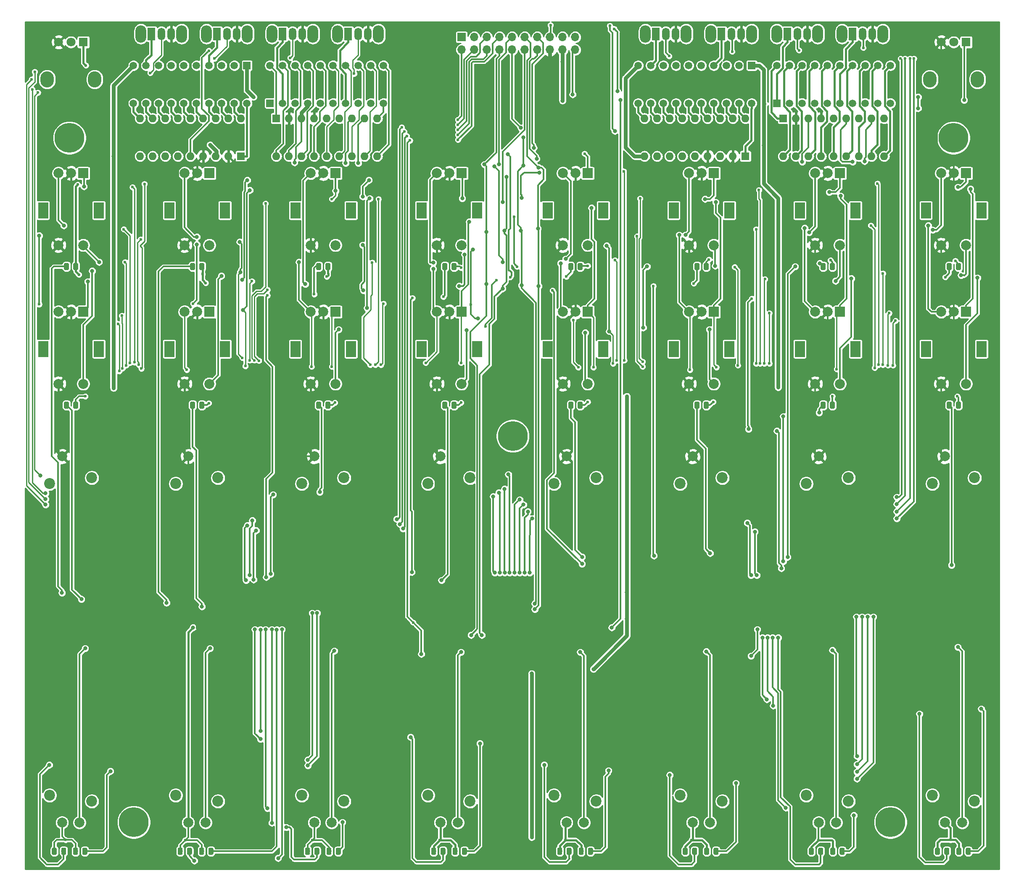
<source format=gbr>
G04 #@! TF.GenerationSoftware,KiCad,Pcbnew,(5.1.4)-1*
G04 #@! TF.CreationDate,2019-10-13T10:06:27+02:00*
G04 #@! TF.ProjectId,ctrl_interface,6374726c-5f69-46e7-9465-72666163652e,rev?*
G04 #@! TF.SameCoordinates,Original*
G04 #@! TF.FileFunction,Copper,L1,Top*
G04 #@! TF.FilePolarity,Positive*
%FSLAX46Y46*%
G04 Gerber Fmt 4.6, Leading zero omitted, Abs format (unit mm)*
G04 Created by KiCad (PCBNEW (5.1.4)-1) date 2019-10-13 10:06:27*
%MOMM*%
%LPD*%
G04 APERTURE LIST*
%ADD10C,0.800000*%
%ADD11C,6.000000*%
%ADD12C,2.000000*%
%ADD13R,2.000000X3.200000*%
%ADD14R,2.000000X2.000000*%
%ADD15O,1.600000X1.600000*%
%ADD16R,1.600000X1.600000*%
%ADD17C,2.200000*%
%ADD18C,1.500000*%
%ADD19R,1.500000X1.500000*%
%ADD20C,0.100000*%
%ADD21C,0.975000*%
%ADD22O,2.200000X3.500000*%
%ADD23O,1.500000X2.500000*%
%ADD24R,1.500000X2.500000*%
%ADD25R,1.700000X1.700000*%
%ADD26O,1.700000X1.700000*%
%ADD27O,2.720000X3.240000*%
%ADD28C,1.800000*%
%ADD29R,1.800000X1.800000*%
%ADD30C,0.600000*%
%ADD31C,0.300000*%
%ADD32C,0.400000*%
%ADD33C,0.800000*%
%ADD34C,0.250000*%
%ADD35C,0.254000*%
G04 APERTURE END LIST*
D10*
X154117990Y-96580010D03*
X152527000Y-95921000D03*
X150936010Y-96580010D03*
X150277000Y-98171000D03*
X150936010Y-99761990D03*
X152527000Y-100421000D03*
X154117990Y-99761990D03*
X154777000Y-98171000D03*
D11*
X152527000Y-98171000D03*
D12*
X213440000Y-87652000D03*
X218440000Y-87652000D03*
D13*
X210340000Y-80652000D03*
X221540000Y-80652000D03*
D12*
X213440000Y-73152000D03*
X215940000Y-73152000D03*
D14*
X218440000Y-73152000D03*
D15*
X104902000Y-41783000D03*
X125222000Y-34163000D03*
X107442000Y-41783000D03*
X122682000Y-34163000D03*
X109982000Y-41783000D03*
X120142000Y-34163000D03*
X112522000Y-41783000D03*
X117602000Y-34163000D03*
X115062000Y-41783000D03*
X115062000Y-34163000D03*
X117602000Y-41783000D03*
X112522000Y-34163000D03*
X120142000Y-41783000D03*
X109982000Y-34163000D03*
X122682000Y-41783000D03*
X107442000Y-34163000D03*
X125222000Y-41783000D03*
D16*
X104902000Y-34163000D03*
D17*
X59250000Y-107792000D03*
X59250000Y-170592000D03*
X67750000Y-171792000D03*
X67750000Y-106592000D03*
D12*
X61750000Y-102292000D03*
X61750000Y-176092000D03*
X65250000Y-176092000D03*
X141450000Y-176092000D03*
X137950000Y-176092000D03*
X137950000Y-102292000D03*
D17*
X143950000Y-106592000D03*
X143950000Y-171792000D03*
X135450000Y-170592000D03*
X135450000Y-107792000D03*
X110050000Y-107792000D03*
X110050000Y-170592000D03*
X118550000Y-171792000D03*
X118550000Y-106592000D03*
D12*
X112550000Y-102292000D03*
X112550000Y-176092000D03*
X116050000Y-176092000D03*
D15*
X207010000Y-41783000D03*
X227330000Y-34163000D03*
X209550000Y-41783000D03*
X224790000Y-34163000D03*
X212090000Y-41783000D03*
X222250000Y-34163000D03*
X214630000Y-41783000D03*
X219710000Y-34163000D03*
X217170000Y-41783000D03*
X217170000Y-34163000D03*
X219710000Y-41783000D03*
X214630000Y-34163000D03*
X222250000Y-41783000D03*
X212090000Y-34163000D03*
X224790000Y-41783000D03*
X209550000Y-34163000D03*
X227330000Y-41783000D03*
D16*
X207010000Y-34163000D03*
X97790000Y-41783000D03*
D15*
X77470000Y-34163000D03*
X95250000Y-41783000D03*
X80010000Y-34163000D03*
X92710000Y-41783000D03*
X82550000Y-34163000D03*
X90170000Y-41783000D03*
X85090000Y-34163000D03*
X87630000Y-41783000D03*
X87630000Y-34163000D03*
X85090000Y-41783000D03*
X90170000Y-34163000D03*
X82550000Y-41783000D03*
X92710000Y-34163000D03*
X80010000Y-41783000D03*
X95250000Y-34163000D03*
X77470000Y-41783000D03*
X97790000Y-34163000D03*
D12*
X90650000Y-176092000D03*
X87150000Y-176092000D03*
X87150000Y-102292000D03*
D17*
X93150000Y-106592000D03*
X93150000Y-171792000D03*
X84650000Y-170592000D03*
X84650000Y-107792000D03*
D12*
X213440000Y-59712000D03*
X218440000Y-59712000D03*
D13*
X210340000Y-52712000D03*
X221540000Y-52712000D03*
D12*
X213440000Y-45212000D03*
X215940000Y-45212000D03*
D14*
X218440000Y-45212000D03*
X167640000Y-45212000D03*
D12*
X165140000Y-45212000D03*
X162640000Y-45212000D03*
D13*
X170740000Y-52712000D03*
X159540000Y-52712000D03*
D12*
X167640000Y-59712000D03*
X162640000Y-59712000D03*
X243050000Y-176092000D03*
X239550000Y-176092000D03*
X239550000Y-102292000D03*
D17*
X245550000Y-106592000D03*
X245550000Y-171792000D03*
X237050000Y-170592000D03*
X237050000Y-107792000D03*
D14*
X193040000Y-45212000D03*
D12*
X190540000Y-45212000D03*
X188040000Y-45212000D03*
D13*
X196140000Y-52712000D03*
X184940000Y-52712000D03*
D12*
X193040000Y-59712000D03*
X188040000Y-59712000D03*
D14*
X66040000Y-45212000D03*
D12*
X63540000Y-45212000D03*
X61040000Y-45212000D03*
D13*
X69140000Y-52712000D03*
X57940000Y-52712000D03*
D12*
X66040000Y-59712000D03*
X61040000Y-59712000D03*
D18*
X99000000Y-31120000D03*
X96460000Y-31120000D03*
X93920000Y-31120000D03*
X91380000Y-31120000D03*
X78680000Y-23500000D03*
X76140000Y-23500000D03*
X76140000Y-31120000D03*
X78680000Y-31120000D03*
X81220000Y-23500000D03*
X83760000Y-23500000D03*
X86300000Y-23500000D03*
X88840000Y-23500000D03*
X88840000Y-31120000D03*
X86300000Y-31120000D03*
X83760000Y-31120000D03*
X81220000Y-31120000D03*
X91380000Y-23500000D03*
X93920000Y-23500000D03*
X96460000Y-23500000D03*
D19*
X99000000Y-23500000D03*
X103632000Y-31115000D03*
D18*
X106172000Y-31115000D03*
X108712000Y-31115000D03*
X111252000Y-31115000D03*
X121412000Y-23495000D03*
X118872000Y-23495000D03*
X116332000Y-23495000D03*
X113792000Y-23495000D03*
X113792000Y-31115000D03*
X116332000Y-31115000D03*
X118872000Y-31115000D03*
X121412000Y-31115000D03*
X123952000Y-23495000D03*
X126492000Y-23495000D03*
X126492000Y-31115000D03*
X123952000Y-31115000D03*
X111252000Y-23495000D03*
X108712000Y-23495000D03*
X106172000Y-23495000D03*
X103632000Y-23495000D03*
D19*
X200660000Y-23500000D03*
D18*
X198120000Y-23500000D03*
X195580000Y-23500000D03*
X193040000Y-23500000D03*
X182880000Y-31120000D03*
X185420000Y-31120000D03*
X187960000Y-31120000D03*
X190500000Y-31120000D03*
X190500000Y-23500000D03*
X187960000Y-23500000D03*
X185420000Y-23500000D03*
X182880000Y-23500000D03*
X180340000Y-31120000D03*
X177800000Y-31120000D03*
X177800000Y-23500000D03*
X180340000Y-23500000D03*
X193040000Y-31120000D03*
X195580000Y-31120000D03*
X198120000Y-31120000D03*
X200660000Y-31120000D03*
X205740000Y-23495000D03*
X208280000Y-23495000D03*
X210820000Y-23495000D03*
X213360000Y-23495000D03*
X226060000Y-31115000D03*
X228600000Y-31115000D03*
X228600000Y-23495000D03*
X226060000Y-23495000D03*
X223520000Y-31115000D03*
X220980000Y-31115000D03*
X218440000Y-31115000D03*
X215900000Y-31115000D03*
X215900000Y-23495000D03*
X218440000Y-23495000D03*
X220980000Y-23495000D03*
X223520000Y-23495000D03*
X213360000Y-31115000D03*
X210820000Y-31115000D03*
X208280000Y-31115000D03*
D19*
X205740000Y-31115000D03*
D20*
G36*
X62908642Y-63309174D02*
G01*
X62932303Y-63312684D01*
X62955507Y-63318496D01*
X62978029Y-63326554D01*
X62999653Y-63336782D01*
X63020170Y-63349079D01*
X63039383Y-63363329D01*
X63057107Y-63379393D01*
X63073171Y-63397117D01*
X63087421Y-63416330D01*
X63099718Y-63436847D01*
X63109946Y-63458471D01*
X63118004Y-63480993D01*
X63123816Y-63504197D01*
X63127326Y-63527858D01*
X63128500Y-63551750D01*
X63128500Y-64464250D01*
X63127326Y-64488142D01*
X63123816Y-64511803D01*
X63118004Y-64535007D01*
X63109946Y-64557529D01*
X63099718Y-64579153D01*
X63087421Y-64599670D01*
X63073171Y-64618883D01*
X63057107Y-64636607D01*
X63039383Y-64652671D01*
X63020170Y-64666921D01*
X62999653Y-64679218D01*
X62978029Y-64689446D01*
X62955507Y-64697504D01*
X62932303Y-64703316D01*
X62908642Y-64706826D01*
X62884750Y-64708000D01*
X62397250Y-64708000D01*
X62373358Y-64706826D01*
X62349697Y-64703316D01*
X62326493Y-64697504D01*
X62303971Y-64689446D01*
X62282347Y-64679218D01*
X62261830Y-64666921D01*
X62242617Y-64652671D01*
X62224893Y-64636607D01*
X62208829Y-64618883D01*
X62194579Y-64599670D01*
X62182282Y-64579153D01*
X62172054Y-64557529D01*
X62163996Y-64535007D01*
X62158184Y-64511803D01*
X62154674Y-64488142D01*
X62153500Y-64464250D01*
X62153500Y-63551750D01*
X62154674Y-63527858D01*
X62158184Y-63504197D01*
X62163996Y-63480993D01*
X62172054Y-63458471D01*
X62182282Y-63436847D01*
X62194579Y-63416330D01*
X62208829Y-63397117D01*
X62224893Y-63379393D01*
X62242617Y-63363329D01*
X62261830Y-63349079D01*
X62282347Y-63336782D01*
X62303971Y-63326554D01*
X62326493Y-63318496D01*
X62349697Y-63312684D01*
X62373358Y-63309174D01*
X62397250Y-63308000D01*
X62884750Y-63308000D01*
X62908642Y-63309174D01*
X62908642Y-63309174D01*
G37*
D21*
X62641000Y-64008000D03*
D20*
G36*
X64783642Y-63309174D02*
G01*
X64807303Y-63312684D01*
X64830507Y-63318496D01*
X64853029Y-63326554D01*
X64874653Y-63336782D01*
X64895170Y-63349079D01*
X64914383Y-63363329D01*
X64932107Y-63379393D01*
X64948171Y-63397117D01*
X64962421Y-63416330D01*
X64974718Y-63436847D01*
X64984946Y-63458471D01*
X64993004Y-63480993D01*
X64998816Y-63504197D01*
X65002326Y-63527858D01*
X65003500Y-63551750D01*
X65003500Y-64464250D01*
X65002326Y-64488142D01*
X64998816Y-64511803D01*
X64993004Y-64535007D01*
X64984946Y-64557529D01*
X64974718Y-64579153D01*
X64962421Y-64599670D01*
X64948171Y-64618883D01*
X64932107Y-64636607D01*
X64914383Y-64652671D01*
X64895170Y-64666921D01*
X64874653Y-64679218D01*
X64853029Y-64689446D01*
X64830507Y-64697504D01*
X64807303Y-64703316D01*
X64783642Y-64706826D01*
X64759750Y-64708000D01*
X64272250Y-64708000D01*
X64248358Y-64706826D01*
X64224697Y-64703316D01*
X64201493Y-64697504D01*
X64178971Y-64689446D01*
X64157347Y-64679218D01*
X64136830Y-64666921D01*
X64117617Y-64652671D01*
X64099893Y-64636607D01*
X64083829Y-64618883D01*
X64069579Y-64599670D01*
X64057282Y-64579153D01*
X64047054Y-64557529D01*
X64038996Y-64535007D01*
X64033184Y-64511803D01*
X64029674Y-64488142D01*
X64028500Y-64464250D01*
X64028500Y-63551750D01*
X64029674Y-63527858D01*
X64033184Y-63504197D01*
X64038996Y-63480993D01*
X64047054Y-63458471D01*
X64057282Y-63436847D01*
X64069579Y-63416330D01*
X64083829Y-63397117D01*
X64099893Y-63379393D01*
X64117617Y-63363329D01*
X64136830Y-63349079D01*
X64157347Y-63336782D01*
X64178971Y-63326554D01*
X64201493Y-63318496D01*
X64224697Y-63312684D01*
X64248358Y-63309174D01*
X64272250Y-63308000D01*
X64759750Y-63308000D01*
X64783642Y-63309174D01*
X64783642Y-63309174D01*
G37*
D21*
X64516000Y-64008000D03*
D20*
G36*
X64783642Y-91249174D02*
G01*
X64807303Y-91252684D01*
X64830507Y-91258496D01*
X64853029Y-91266554D01*
X64874653Y-91276782D01*
X64895170Y-91289079D01*
X64914383Y-91303329D01*
X64932107Y-91319393D01*
X64948171Y-91337117D01*
X64962421Y-91356330D01*
X64974718Y-91376847D01*
X64984946Y-91398471D01*
X64993004Y-91420993D01*
X64998816Y-91444197D01*
X65002326Y-91467858D01*
X65003500Y-91491750D01*
X65003500Y-92404250D01*
X65002326Y-92428142D01*
X64998816Y-92451803D01*
X64993004Y-92475007D01*
X64984946Y-92497529D01*
X64974718Y-92519153D01*
X64962421Y-92539670D01*
X64948171Y-92558883D01*
X64932107Y-92576607D01*
X64914383Y-92592671D01*
X64895170Y-92606921D01*
X64874653Y-92619218D01*
X64853029Y-92629446D01*
X64830507Y-92637504D01*
X64807303Y-92643316D01*
X64783642Y-92646826D01*
X64759750Y-92648000D01*
X64272250Y-92648000D01*
X64248358Y-92646826D01*
X64224697Y-92643316D01*
X64201493Y-92637504D01*
X64178971Y-92629446D01*
X64157347Y-92619218D01*
X64136830Y-92606921D01*
X64117617Y-92592671D01*
X64099893Y-92576607D01*
X64083829Y-92558883D01*
X64069579Y-92539670D01*
X64057282Y-92519153D01*
X64047054Y-92497529D01*
X64038996Y-92475007D01*
X64033184Y-92451803D01*
X64029674Y-92428142D01*
X64028500Y-92404250D01*
X64028500Y-91491750D01*
X64029674Y-91467858D01*
X64033184Y-91444197D01*
X64038996Y-91420993D01*
X64047054Y-91398471D01*
X64057282Y-91376847D01*
X64069579Y-91356330D01*
X64083829Y-91337117D01*
X64099893Y-91319393D01*
X64117617Y-91303329D01*
X64136830Y-91289079D01*
X64157347Y-91276782D01*
X64178971Y-91266554D01*
X64201493Y-91258496D01*
X64224697Y-91252684D01*
X64248358Y-91249174D01*
X64272250Y-91248000D01*
X64759750Y-91248000D01*
X64783642Y-91249174D01*
X64783642Y-91249174D01*
G37*
D21*
X64516000Y-91948000D03*
D20*
G36*
X62908642Y-91249174D02*
G01*
X62932303Y-91252684D01*
X62955507Y-91258496D01*
X62978029Y-91266554D01*
X62999653Y-91276782D01*
X63020170Y-91289079D01*
X63039383Y-91303329D01*
X63057107Y-91319393D01*
X63073171Y-91337117D01*
X63087421Y-91356330D01*
X63099718Y-91376847D01*
X63109946Y-91398471D01*
X63118004Y-91420993D01*
X63123816Y-91444197D01*
X63127326Y-91467858D01*
X63128500Y-91491750D01*
X63128500Y-92404250D01*
X63127326Y-92428142D01*
X63123816Y-92451803D01*
X63118004Y-92475007D01*
X63109946Y-92497529D01*
X63099718Y-92519153D01*
X63087421Y-92539670D01*
X63073171Y-92558883D01*
X63057107Y-92576607D01*
X63039383Y-92592671D01*
X63020170Y-92606921D01*
X62999653Y-92619218D01*
X62978029Y-92629446D01*
X62955507Y-92637504D01*
X62932303Y-92643316D01*
X62908642Y-92646826D01*
X62884750Y-92648000D01*
X62397250Y-92648000D01*
X62373358Y-92646826D01*
X62349697Y-92643316D01*
X62326493Y-92637504D01*
X62303971Y-92629446D01*
X62282347Y-92619218D01*
X62261830Y-92606921D01*
X62242617Y-92592671D01*
X62224893Y-92576607D01*
X62208829Y-92558883D01*
X62194579Y-92539670D01*
X62182282Y-92519153D01*
X62172054Y-92497529D01*
X62163996Y-92475007D01*
X62158184Y-92451803D01*
X62154674Y-92428142D01*
X62153500Y-92404250D01*
X62153500Y-91491750D01*
X62154674Y-91467858D01*
X62158184Y-91444197D01*
X62163996Y-91420993D01*
X62172054Y-91398471D01*
X62182282Y-91376847D01*
X62194579Y-91356330D01*
X62208829Y-91337117D01*
X62224893Y-91319393D01*
X62242617Y-91303329D01*
X62261830Y-91289079D01*
X62282347Y-91276782D01*
X62303971Y-91266554D01*
X62326493Y-91258496D01*
X62349697Y-91252684D01*
X62373358Y-91249174D01*
X62397250Y-91248000D01*
X62884750Y-91248000D01*
X62908642Y-91249174D01*
X62908642Y-91249174D01*
G37*
D21*
X62641000Y-91948000D03*
D20*
G36*
X88308642Y-63309174D02*
G01*
X88332303Y-63312684D01*
X88355507Y-63318496D01*
X88378029Y-63326554D01*
X88399653Y-63336782D01*
X88420170Y-63349079D01*
X88439383Y-63363329D01*
X88457107Y-63379393D01*
X88473171Y-63397117D01*
X88487421Y-63416330D01*
X88499718Y-63436847D01*
X88509946Y-63458471D01*
X88518004Y-63480993D01*
X88523816Y-63504197D01*
X88527326Y-63527858D01*
X88528500Y-63551750D01*
X88528500Y-64464250D01*
X88527326Y-64488142D01*
X88523816Y-64511803D01*
X88518004Y-64535007D01*
X88509946Y-64557529D01*
X88499718Y-64579153D01*
X88487421Y-64599670D01*
X88473171Y-64618883D01*
X88457107Y-64636607D01*
X88439383Y-64652671D01*
X88420170Y-64666921D01*
X88399653Y-64679218D01*
X88378029Y-64689446D01*
X88355507Y-64697504D01*
X88332303Y-64703316D01*
X88308642Y-64706826D01*
X88284750Y-64708000D01*
X87797250Y-64708000D01*
X87773358Y-64706826D01*
X87749697Y-64703316D01*
X87726493Y-64697504D01*
X87703971Y-64689446D01*
X87682347Y-64679218D01*
X87661830Y-64666921D01*
X87642617Y-64652671D01*
X87624893Y-64636607D01*
X87608829Y-64618883D01*
X87594579Y-64599670D01*
X87582282Y-64579153D01*
X87572054Y-64557529D01*
X87563996Y-64535007D01*
X87558184Y-64511803D01*
X87554674Y-64488142D01*
X87553500Y-64464250D01*
X87553500Y-63551750D01*
X87554674Y-63527858D01*
X87558184Y-63504197D01*
X87563996Y-63480993D01*
X87572054Y-63458471D01*
X87582282Y-63436847D01*
X87594579Y-63416330D01*
X87608829Y-63397117D01*
X87624893Y-63379393D01*
X87642617Y-63363329D01*
X87661830Y-63349079D01*
X87682347Y-63336782D01*
X87703971Y-63326554D01*
X87726493Y-63318496D01*
X87749697Y-63312684D01*
X87773358Y-63309174D01*
X87797250Y-63308000D01*
X88284750Y-63308000D01*
X88308642Y-63309174D01*
X88308642Y-63309174D01*
G37*
D21*
X88041000Y-64008000D03*
D20*
G36*
X90183642Y-63309174D02*
G01*
X90207303Y-63312684D01*
X90230507Y-63318496D01*
X90253029Y-63326554D01*
X90274653Y-63336782D01*
X90295170Y-63349079D01*
X90314383Y-63363329D01*
X90332107Y-63379393D01*
X90348171Y-63397117D01*
X90362421Y-63416330D01*
X90374718Y-63436847D01*
X90384946Y-63458471D01*
X90393004Y-63480993D01*
X90398816Y-63504197D01*
X90402326Y-63527858D01*
X90403500Y-63551750D01*
X90403500Y-64464250D01*
X90402326Y-64488142D01*
X90398816Y-64511803D01*
X90393004Y-64535007D01*
X90384946Y-64557529D01*
X90374718Y-64579153D01*
X90362421Y-64599670D01*
X90348171Y-64618883D01*
X90332107Y-64636607D01*
X90314383Y-64652671D01*
X90295170Y-64666921D01*
X90274653Y-64679218D01*
X90253029Y-64689446D01*
X90230507Y-64697504D01*
X90207303Y-64703316D01*
X90183642Y-64706826D01*
X90159750Y-64708000D01*
X89672250Y-64708000D01*
X89648358Y-64706826D01*
X89624697Y-64703316D01*
X89601493Y-64697504D01*
X89578971Y-64689446D01*
X89557347Y-64679218D01*
X89536830Y-64666921D01*
X89517617Y-64652671D01*
X89499893Y-64636607D01*
X89483829Y-64618883D01*
X89469579Y-64599670D01*
X89457282Y-64579153D01*
X89447054Y-64557529D01*
X89438996Y-64535007D01*
X89433184Y-64511803D01*
X89429674Y-64488142D01*
X89428500Y-64464250D01*
X89428500Y-63551750D01*
X89429674Y-63527858D01*
X89433184Y-63504197D01*
X89438996Y-63480993D01*
X89447054Y-63458471D01*
X89457282Y-63436847D01*
X89469579Y-63416330D01*
X89483829Y-63397117D01*
X89499893Y-63379393D01*
X89517617Y-63363329D01*
X89536830Y-63349079D01*
X89557347Y-63336782D01*
X89578971Y-63326554D01*
X89601493Y-63318496D01*
X89624697Y-63312684D01*
X89648358Y-63309174D01*
X89672250Y-63308000D01*
X90159750Y-63308000D01*
X90183642Y-63309174D01*
X90183642Y-63309174D01*
G37*
D21*
X89916000Y-64008000D03*
D20*
G36*
X90183642Y-91249174D02*
G01*
X90207303Y-91252684D01*
X90230507Y-91258496D01*
X90253029Y-91266554D01*
X90274653Y-91276782D01*
X90295170Y-91289079D01*
X90314383Y-91303329D01*
X90332107Y-91319393D01*
X90348171Y-91337117D01*
X90362421Y-91356330D01*
X90374718Y-91376847D01*
X90384946Y-91398471D01*
X90393004Y-91420993D01*
X90398816Y-91444197D01*
X90402326Y-91467858D01*
X90403500Y-91491750D01*
X90403500Y-92404250D01*
X90402326Y-92428142D01*
X90398816Y-92451803D01*
X90393004Y-92475007D01*
X90384946Y-92497529D01*
X90374718Y-92519153D01*
X90362421Y-92539670D01*
X90348171Y-92558883D01*
X90332107Y-92576607D01*
X90314383Y-92592671D01*
X90295170Y-92606921D01*
X90274653Y-92619218D01*
X90253029Y-92629446D01*
X90230507Y-92637504D01*
X90207303Y-92643316D01*
X90183642Y-92646826D01*
X90159750Y-92648000D01*
X89672250Y-92648000D01*
X89648358Y-92646826D01*
X89624697Y-92643316D01*
X89601493Y-92637504D01*
X89578971Y-92629446D01*
X89557347Y-92619218D01*
X89536830Y-92606921D01*
X89517617Y-92592671D01*
X89499893Y-92576607D01*
X89483829Y-92558883D01*
X89469579Y-92539670D01*
X89457282Y-92519153D01*
X89447054Y-92497529D01*
X89438996Y-92475007D01*
X89433184Y-92451803D01*
X89429674Y-92428142D01*
X89428500Y-92404250D01*
X89428500Y-91491750D01*
X89429674Y-91467858D01*
X89433184Y-91444197D01*
X89438996Y-91420993D01*
X89447054Y-91398471D01*
X89457282Y-91376847D01*
X89469579Y-91356330D01*
X89483829Y-91337117D01*
X89499893Y-91319393D01*
X89517617Y-91303329D01*
X89536830Y-91289079D01*
X89557347Y-91276782D01*
X89578971Y-91266554D01*
X89601493Y-91258496D01*
X89624697Y-91252684D01*
X89648358Y-91249174D01*
X89672250Y-91248000D01*
X90159750Y-91248000D01*
X90183642Y-91249174D01*
X90183642Y-91249174D01*
G37*
D21*
X89916000Y-91948000D03*
D20*
G36*
X88308642Y-91249174D02*
G01*
X88332303Y-91252684D01*
X88355507Y-91258496D01*
X88378029Y-91266554D01*
X88399653Y-91276782D01*
X88420170Y-91289079D01*
X88439383Y-91303329D01*
X88457107Y-91319393D01*
X88473171Y-91337117D01*
X88487421Y-91356330D01*
X88499718Y-91376847D01*
X88509946Y-91398471D01*
X88518004Y-91420993D01*
X88523816Y-91444197D01*
X88527326Y-91467858D01*
X88528500Y-91491750D01*
X88528500Y-92404250D01*
X88527326Y-92428142D01*
X88523816Y-92451803D01*
X88518004Y-92475007D01*
X88509946Y-92497529D01*
X88499718Y-92519153D01*
X88487421Y-92539670D01*
X88473171Y-92558883D01*
X88457107Y-92576607D01*
X88439383Y-92592671D01*
X88420170Y-92606921D01*
X88399653Y-92619218D01*
X88378029Y-92629446D01*
X88355507Y-92637504D01*
X88332303Y-92643316D01*
X88308642Y-92646826D01*
X88284750Y-92648000D01*
X87797250Y-92648000D01*
X87773358Y-92646826D01*
X87749697Y-92643316D01*
X87726493Y-92637504D01*
X87703971Y-92629446D01*
X87682347Y-92619218D01*
X87661830Y-92606921D01*
X87642617Y-92592671D01*
X87624893Y-92576607D01*
X87608829Y-92558883D01*
X87594579Y-92539670D01*
X87582282Y-92519153D01*
X87572054Y-92497529D01*
X87563996Y-92475007D01*
X87558184Y-92451803D01*
X87554674Y-92428142D01*
X87553500Y-92404250D01*
X87553500Y-91491750D01*
X87554674Y-91467858D01*
X87558184Y-91444197D01*
X87563996Y-91420993D01*
X87572054Y-91398471D01*
X87582282Y-91376847D01*
X87594579Y-91356330D01*
X87608829Y-91337117D01*
X87624893Y-91319393D01*
X87642617Y-91303329D01*
X87661830Y-91289079D01*
X87682347Y-91276782D01*
X87703971Y-91266554D01*
X87726493Y-91258496D01*
X87749697Y-91252684D01*
X87773358Y-91249174D01*
X87797250Y-91248000D01*
X88284750Y-91248000D01*
X88308642Y-91249174D01*
X88308642Y-91249174D01*
G37*
D21*
X88041000Y-91948000D03*
D20*
G36*
X113708642Y-63309174D02*
G01*
X113732303Y-63312684D01*
X113755507Y-63318496D01*
X113778029Y-63326554D01*
X113799653Y-63336782D01*
X113820170Y-63349079D01*
X113839383Y-63363329D01*
X113857107Y-63379393D01*
X113873171Y-63397117D01*
X113887421Y-63416330D01*
X113899718Y-63436847D01*
X113909946Y-63458471D01*
X113918004Y-63480993D01*
X113923816Y-63504197D01*
X113927326Y-63527858D01*
X113928500Y-63551750D01*
X113928500Y-64464250D01*
X113927326Y-64488142D01*
X113923816Y-64511803D01*
X113918004Y-64535007D01*
X113909946Y-64557529D01*
X113899718Y-64579153D01*
X113887421Y-64599670D01*
X113873171Y-64618883D01*
X113857107Y-64636607D01*
X113839383Y-64652671D01*
X113820170Y-64666921D01*
X113799653Y-64679218D01*
X113778029Y-64689446D01*
X113755507Y-64697504D01*
X113732303Y-64703316D01*
X113708642Y-64706826D01*
X113684750Y-64708000D01*
X113197250Y-64708000D01*
X113173358Y-64706826D01*
X113149697Y-64703316D01*
X113126493Y-64697504D01*
X113103971Y-64689446D01*
X113082347Y-64679218D01*
X113061830Y-64666921D01*
X113042617Y-64652671D01*
X113024893Y-64636607D01*
X113008829Y-64618883D01*
X112994579Y-64599670D01*
X112982282Y-64579153D01*
X112972054Y-64557529D01*
X112963996Y-64535007D01*
X112958184Y-64511803D01*
X112954674Y-64488142D01*
X112953500Y-64464250D01*
X112953500Y-63551750D01*
X112954674Y-63527858D01*
X112958184Y-63504197D01*
X112963996Y-63480993D01*
X112972054Y-63458471D01*
X112982282Y-63436847D01*
X112994579Y-63416330D01*
X113008829Y-63397117D01*
X113024893Y-63379393D01*
X113042617Y-63363329D01*
X113061830Y-63349079D01*
X113082347Y-63336782D01*
X113103971Y-63326554D01*
X113126493Y-63318496D01*
X113149697Y-63312684D01*
X113173358Y-63309174D01*
X113197250Y-63308000D01*
X113684750Y-63308000D01*
X113708642Y-63309174D01*
X113708642Y-63309174D01*
G37*
D21*
X113441000Y-64008000D03*
D20*
G36*
X115583642Y-63309174D02*
G01*
X115607303Y-63312684D01*
X115630507Y-63318496D01*
X115653029Y-63326554D01*
X115674653Y-63336782D01*
X115695170Y-63349079D01*
X115714383Y-63363329D01*
X115732107Y-63379393D01*
X115748171Y-63397117D01*
X115762421Y-63416330D01*
X115774718Y-63436847D01*
X115784946Y-63458471D01*
X115793004Y-63480993D01*
X115798816Y-63504197D01*
X115802326Y-63527858D01*
X115803500Y-63551750D01*
X115803500Y-64464250D01*
X115802326Y-64488142D01*
X115798816Y-64511803D01*
X115793004Y-64535007D01*
X115784946Y-64557529D01*
X115774718Y-64579153D01*
X115762421Y-64599670D01*
X115748171Y-64618883D01*
X115732107Y-64636607D01*
X115714383Y-64652671D01*
X115695170Y-64666921D01*
X115674653Y-64679218D01*
X115653029Y-64689446D01*
X115630507Y-64697504D01*
X115607303Y-64703316D01*
X115583642Y-64706826D01*
X115559750Y-64708000D01*
X115072250Y-64708000D01*
X115048358Y-64706826D01*
X115024697Y-64703316D01*
X115001493Y-64697504D01*
X114978971Y-64689446D01*
X114957347Y-64679218D01*
X114936830Y-64666921D01*
X114917617Y-64652671D01*
X114899893Y-64636607D01*
X114883829Y-64618883D01*
X114869579Y-64599670D01*
X114857282Y-64579153D01*
X114847054Y-64557529D01*
X114838996Y-64535007D01*
X114833184Y-64511803D01*
X114829674Y-64488142D01*
X114828500Y-64464250D01*
X114828500Y-63551750D01*
X114829674Y-63527858D01*
X114833184Y-63504197D01*
X114838996Y-63480993D01*
X114847054Y-63458471D01*
X114857282Y-63436847D01*
X114869579Y-63416330D01*
X114883829Y-63397117D01*
X114899893Y-63379393D01*
X114917617Y-63363329D01*
X114936830Y-63349079D01*
X114957347Y-63336782D01*
X114978971Y-63326554D01*
X115001493Y-63318496D01*
X115024697Y-63312684D01*
X115048358Y-63309174D01*
X115072250Y-63308000D01*
X115559750Y-63308000D01*
X115583642Y-63309174D01*
X115583642Y-63309174D01*
G37*
D21*
X115316000Y-64008000D03*
D20*
G36*
X115583642Y-91249174D02*
G01*
X115607303Y-91252684D01*
X115630507Y-91258496D01*
X115653029Y-91266554D01*
X115674653Y-91276782D01*
X115695170Y-91289079D01*
X115714383Y-91303329D01*
X115732107Y-91319393D01*
X115748171Y-91337117D01*
X115762421Y-91356330D01*
X115774718Y-91376847D01*
X115784946Y-91398471D01*
X115793004Y-91420993D01*
X115798816Y-91444197D01*
X115802326Y-91467858D01*
X115803500Y-91491750D01*
X115803500Y-92404250D01*
X115802326Y-92428142D01*
X115798816Y-92451803D01*
X115793004Y-92475007D01*
X115784946Y-92497529D01*
X115774718Y-92519153D01*
X115762421Y-92539670D01*
X115748171Y-92558883D01*
X115732107Y-92576607D01*
X115714383Y-92592671D01*
X115695170Y-92606921D01*
X115674653Y-92619218D01*
X115653029Y-92629446D01*
X115630507Y-92637504D01*
X115607303Y-92643316D01*
X115583642Y-92646826D01*
X115559750Y-92648000D01*
X115072250Y-92648000D01*
X115048358Y-92646826D01*
X115024697Y-92643316D01*
X115001493Y-92637504D01*
X114978971Y-92629446D01*
X114957347Y-92619218D01*
X114936830Y-92606921D01*
X114917617Y-92592671D01*
X114899893Y-92576607D01*
X114883829Y-92558883D01*
X114869579Y-92539670D01*
X114857282Y-92519153D01*
X114847054Y-92497529D01*
X114838996Y-92475007D01*
X114833184Y-92451803D01*
X114829674Y-92428142D01*
X114828500Y-92404250D01*
X114828500Y-91491750D01*
X114829674Y-91467858D01*
X114833184Y-91444197D01*
X114838996Y-91420993D01*
X114847054Y-91398471D01*
X114857282Y-91376847D01*
X114869579Y-91356330D01*
X114883829Y-91337117D01*
X114899893Y-91319393D01*
X114917617Y-91303329D01*
X114936830Y-91289079D01*
X114957347Y-91276782D01*
X114978971Y-91266554D01*
X115001493Y-91258496D01*
X115024697Y-91252684D01*
X115048358Y-91249174D01*
X115072250Y-91248000D01*
X115559750Y-91248000D01*
X115583642Y-91249174D01*
X115583642Y-91249174D01*
G37*
D21*
X115316000Y-91948000D03*
D20*
G36*
X113708642Y-91249174D02*
G01*
X113732303Y-91252684D01*
X113755507Y-91258496D01*
X113778029Y-91266554D01*
X113799653Y-91276782D01*
X113820170Y-91289079D01*
X113839383Y-91303329D01*
X113857107Y-91319393D01*
X113873171Y-91337117D01*
X113887421Y-91356330D01*
X113899718Y-91376847D01*
X113909946Y-91398471D01*
X113918004Y-91420993D01*
X113923816Y-91444197D01*
X113927326Y-91467858D01*
X113928500Y-91491750D01*
X113928500Y-92404250D01*
X113927326Y-92428142D01*
X113923816Y-92451803D01*
X113918004Y-92475007D01*
X113909946Y-92497529D01*
X113899718Y-92519153D01*
X113887421Y-92539670D01*
X113873171Y-92558883D01*
X113857107Y-92576607D01*
X113839383Y-92592671D01*
X113820170Y-92606921D01*
X113799653Y-92619218D01*
X113778029Y-92629446D01*
X113755507Y-92637504D01*
X113732303Y-92643316D01*
X113708642Y-92646826D01*
X113684750Y-92648000D01*
X113197250Y-92648000D01*
X113173358Y-92646826D01*
X113149697Y-92643316D01*
X113126493Y-92637504D01*
X113103971Y-92629446D01*
X113082347Y-92619218D01*
X113061830Y-92606921D01*
X113042617Y-92592671D01*
X113024893Y-92576607D01*
X113008829Y-92558883D01*
X112994579Y-92539670D01*
X112982282Y-92519153D01*
X112972054Y-92497529D01*
X112963996Y-92475007D01*
X112958184Y-92451803D01*
X112954674Y-92428142D01*
X112953500Y-92404250D01*
X112953500Y-91491750D01*
X112954674Y-91467858D01*
X112958184Y-91444197D01*
X112963996Y-91420993D01*
X112972054Y-91398471D01*
X112982282Y-91376847D01*
X112994579Y-91356330D01*
X113008829Y-91337117D01*
X113024893Y-91319393D01*
X113042617Y-91303329D01*
X113061830Y-91289079D01*
X113082347Y-91276782D01*
X113103971Y-91266554D01*
X113126493Y-91258496D01*
X113149697Y-91252684D01*
X113173358Y-91249174D01*
X113197250Y-91248000D01*
X113684750Y-91248000D01*
X113708642Y-91249174D01*
X113708642Y-91249174D01*
G37*
D21*
X113441000Y-91948000D03*
D20*
G36*
X139108642Y-63309174D02*
G01*
X139132303Y-63312684D01*
X139155507Y-63318496D01*
X139178029Y-63326554D01*
X139199653Y-63336782D01*
X139220170Y-63349079D01*
X139239383Y-63363329D01*
X139257107Y-63379393D01*
X139273171Y-63397117D01*
X139287421Y-63416330D01*
X139299718Y-63436847D01*
X139309946Y-63458471D01*
X139318004Y-63480993D01*
X139323816Y-63504197D01*
X139327326Y-63527858D01*
X139328500Y-63551750D01*
X139328500Y-64464250D01*
X139327326Y-64488142D01*
X139323816Y-64511803D01*
X139318004Y-64535007D01*
X139309946Y-64557529D01*
X139299718Y-64579153D01*
X139287421Y-64599670D01*
X139273171Y-64618883D01*
X139257107Y-64636607D01*
X139239383Y-64652671D01*
X139220170Y-64666921D01*
X139199653Y-64679218D01*
X139178029Y-64689446D01*
X139155507Y-64697504D01*
X139132303Y-64703316D01*
X139108642Y-64706826D01*
X139084750Y-64708000D01*
X138597250Y-64708000D01*
X138573358Y-64706826D01*
X138549697Y-64703316D01*
X138526493Y-64697504D01*
X138503971Y-64689446D01*
X138482347Y-64679218D01*
X138461830Y-64666921D01*
X138442617Y-64652671D01*
X138424893Y-64636607D01*
X138408829Y-64618883D01*
X138394579Y-64599670D01*
X138382282Y-64579153D01*
X138372054Y-64557529D01*
X138363996Y-64535007D01*
X138358184Y-64511803D01*
X138354674Y-64488142D01*
X138353500Y-64464250D01*
X138353500Y-63551750D01*
X138354674Y-63527858D01*
X138358184Y-63504197D01*
X138363996Y-63480993D01*
X138372054Y-63458471D01*
X138382282Y-63436847D01*
X138394579Y-63416330D01*
X138408829Y-63397117D01*
X138424893Y-63379393D01*
X138442617Y-63363329D01*
X138461830Y-63349079D01*
X138482347Y-63336782D01*
X138503971Y-63326554D01*
X138526493Y-63318496D01*
X138549697Y-63312684D01*
X138573358Y-63309174D01*
X138597250Y-63308000D01*
X139084750Y-63308000D01*
X139108642Y-63309174D01*
X139108642Y-63309174D01*
G37*
D21*
X138841000Y-64008000D03*
D20*
G36*
X140983642Y-63309174D02*
G01*
X141007303Y-63312684D01*
X141030507Y-63318496D01*
X141053029Y-63326554D01*
X141074653Y-63336782D01*
X141095170Y-63349079D01*
X141114383Y-63363329D01*
X141132107Y-63379393D01*
X141148171Y-63397117D01*
X141162421Y-63416330D01*
X141174718Y-63436847D01*
X141184946Y-63458471D01*
X141193004Y-63480993D01*
X141198816Y-63504197D01*
X141202326Y-63527858D01*
X141203500Y-63551750D01*
X141203500Y-64464250D01*
X141202326Y-64488142D01*
X141198816Y-64511803D01*
X141193004Y-64535007D01*
X141184946Y-64557529D01*
X141174718Y-64579153D01*
X141162421Y-64599670D01*
X141148171Y-64618883D01*
X141132107Y-64636607D01*
X141114383Y-64652671D01*
X141095170Y-64666921D01*
X141074653Y-64679218D01*
X141053029Y-64689446D01*
X141030507Y-64697504D01*
X141007303Y-64703316D01*
X140983642Y-64706826D01*
X140959750Y-64708000D01*
X140472250Y-64708000D01*
X140448358Y-64706826D01*
X140424697Y-64703316D01*
X140401493Y-64697504D01*
X140378971Y-64689446D01*
X140357347Y-64679218D01*
X140336830Y-64666921D01*
X140317617Y-64652671D01*
X140299893Y-64636607D01*
X140283829Y-64618883D01*
X140269579Y-64599670D01*
X140257282Y-64579153D01*
X140247054Y-64557529D01*
X140238996Y-64535007D01*
X140233184Y-64511803D01*
X140229674Y-64488142D01*
X140228500Y-64464250D01*
X140228500Y-63551750D01*
X140229674Y-63527858D01*
X140233184Y-63504197D01*
X140238996Y-63480993D01*
X140247054Y-63458471D01*
X140257282Y-63436847D01*
X140269579Y-63416330D01*
X140283829Y-63397117D01*
X140299893Y-63379393D01*
X140317617Y-63363329D01*
X140336830Y-63349079D01*
X140357347Y-63336782D01*
X140378971Y-63326554D01*
X140401493Y-63318496D01*
X140424697Y-63312684D01*
X140448358Y-63309174D01*
X140472250Y-63308000D01*
X140959750Y-63308000D01*
X140983642Y-63309174D01*
X140983642Y-63309174D01*
G37*
D21*
X140716000Y-64008000D03*
D20*
G36*
X140983642Y-91249174D02*
G01*
X141007303Y-91252684D01*
X141030507Y-91258496D01*
X141053029Y-91266554D01*
X141074653Y-91276782D01*
X141095170Y-91289079D01*
X141114383Y-91303329D01*
X141132107Y-91319393D01*
X141148171Y-91337117D01*
X141162421Y-91356330D01*
X141174718Y-91376847D01*
X141184946Y-91398471D01*
X141193004Y-91420993D01*
X141198816Y-91444197D01*
X141202326Y-91467858D01*
X141203500Y-91491750D01*
X141203500Y-92404250D01*
X141202326Y-92428142D01*
X141198816Y-92451803D01*
X141193004Y-92475007D01*
X141184946Y-92497529D01*
X141174718Y-92519153D01*
X141162421Y-92539670D01*
X141148171Y-92558883D01*
X141132107Y-92576607D01*
X141114383Y-92592671D01*
X141095170Y-92606921D01*
X141074653Y-92619218D01*
X141053029Y-92629446D01*
X141030507Y-92637504D01*
X141007303Y-92643316D01*
X140983642Y-92646826D01*
X140959750Y-92648000D01*
X140472250Y-92648000D01*
X140448358Y-92646826D01*
X140424697Y-92643316D01*
X140401493Y-92637504D01*
X140378971Y-92629446D01*
X140357347Y-92619218D01*
X140336830Y-92606921D01*
X140317617Y-92592671D01*
X140299893Y-92576607D01*
X140283829Y-92558883D01*
X140269579Y-92539670D01*
X140257282Y-92519153D01*
X140247054Y-92497529D01*
X140238996Y-92475007D01*
X140233184Y-92451803D01*
X140229674Y-92428142D01*
X140228500Y-92404250D01*
X140228500Y-91491750D01*
X140229674Y-91467858D01*
X140233184Y-91444197D01*
X140238996Y-91420993D01*
X140247054Y-91398471D01*
X140257282Y-91376847D01*
X140269579Y-91356330D01*
X140283829Y-91337117D01*
X140299893Y-91319393D01*
X140317617Y-91303329D01*
X140336830Y-91289079D01*
X140357347Y-91276782D01*
X140378971Y-91266554D01*
X140401493Y-91258496D01*
X140424697Y-91252684D01*
X140448358Y-91249174D01*
X140472250Y-91248000D01*
X140959750Y-91248000D01*
X140983642Y-91249174D01*
X140983642Y-91249174D01*
G37*
D21*
X140716000Y-91948000D03*
D20*
G36*
X139108642Y-91249174D02*
G01*
X139132303Y-91252684D01*
X139155507Y-91258496D01*
X139178029Y-91266554D01*
X139199653Y-91276782D01*
X139220170Y-91289079D01*
X139239383Y-91303329D01*
X139257107Y-91319393D01*
X139273171Y-91337117D01*
X139287421Y-91356330D01*
X139299718Y-91376847D01*
X139309946Y-91398471D01*
X139318004Y-91420993D01*
X139323816Y-91444197D01*
X139327326Y-91467858D01*
X139328500Y-91491750D01*
X139328500Y-92404250D01*
X139327326Y-92428142D01*
X139323816Y-92451803D01*
X139318004Y-92475007D01*
X139309946Y-92497529D01*
X139299718Y-92519153D01*
X139287421Y-92539670D01*
X139273171Y-92558883D01*
X139257107Y-92576607D01*
X139239383Y-92592671D01*
X139220170Y-92606921D01*
X139199653Y-92619218D01*
X139178029Y-92629446D01*
X139155507Y-92637504D01*
X139132303Y-92643316D01*
X139108642Y-92646826D01*
X139084750Y-92648000D01*
X138597250Y-92648000D01*
X138573358Y-92646826D01*
X138549697Y-92643316D01*
X138526493Y-92637504D01*
X138503971Y-92629446D01*
X138482347Y-92619218D01*
X138461830Y-92606921D01*
X138442617Y-92592671D01*
X138424893Y-92576607D01*
X138408829Y-92558883D01*
X138394579Y-92539670D01*
X138382282Y-92519153D01*
X138372054Y-92497529D01*
X138363996Y-92475007D01*
X138358184Y-92451803D01*
X138354674Y-92428142D01*
X138353500Y-92404250D01*
X138353500Y-91491750D01*
X138354674Y-91467858D01*
X138358184Y-91444197D01*
X138363996Y-91420993D01*
X138372054Y-91398471D01*
X138382282Y-91376847D01*
X138394579Y-91356330D01*
X138408829Y-91337117D01*
X138424893Y-91319393D01*
X138442617Y-91303329D01*
X138461830Y-91289079D01*
X138482347Y-91276782D01*
X138503971Y-91266554D01*
X138526493Y-91258496D01*
X138549697Y-91252684D01*
X138573358Y-91249174D01*
X138597250Y-91248000D01*
X139084750Y-91248000D01*
X139108642Y-91249174D01*
X139108642Y-91249174D01*
G37*
D21*
X138841000Y-91948000D03*
D20*
G36*
X164508642Y-63309174D02*
G01*
X164532303Y-63312684D01*
X164555507Y-63318496D01*
X164578029Y-63326554D01*
X164599653Y-63336782D01*
X164620170Y-63349079D01*
X164639383Y-63363329D01*
X164657107Y-63379393D01*
X164673171Y-63397117D01*
X164687421Y-63416330D01*
X164699718Y-63436847D01*
X164709946Y-63458471D01*
X164718004Y-63480993D01*
X164723816Y-63504197D01*
X164727326Y-63527858D01*
X164728500Y-63551750D01*
X164728500Y-64464250D01*
X164727326Y-64488142D01*
X164723816Y-64511803D01*
X164718004Y-64535007D01*
X164709946Y-64557529D01*
X164699718Y-64579153D01*
X164687421Y-64599670D01*
X164673171Y-64618883D01*
X164657107Y-64636607D01*
X164639383Y-64652671D01*
X164620170Y-64666921D01*
X164599653Y-64679218D01*
X164578029Y-64689446D01*
X164555507Y-64697504D01*
X164532303Y-64703316D01*
X164508642Y-64706826D01*
X164484750Y-64708000D01*
X163997250Y-64708000D01*
X163973358Y-64706826D01*
X163949697Y-64703316D01*
X163926493Y-64697504D01*
X163903971Y-64689446D01*
X163882347Y-64679218D01*
X163861830Y-64666921D01*
X163842617Y-64652671D01*
X163824893Y-64636607D01*
X163808829Y-64618883D01*
X163794579Y-64599670D01*
X163782282Y-64579153D01*
X163772054Y-64557529D01*
X163763996Y-64535007D01*
X163758184Y-64511803D01*
X163754674Y-64488142D01*
X163753500Y-64464250D01*
X163753500Y-63551750D01*
X163754674Y-63527858D01*
X163758184Y-63504197D01*
X163763996Y-63480993D01*
X163772054Y-63458471D01*
X163782282Y-63436847D01*
X163794579Y-63416330D01*
X163808829Y-63397117D01*
X163824893Y-63379393D01*
X163842617Y-63363329D01*
X163861830Y-63349079D01*
X163882347Y-63336782D01*
X163903971Y-63326554D01*
X163926493Y-63318496D01*
X163949697Y-63312684D01*
X163973358Y-63309174D01*
X163997250Y-63308000D01*
X164484750Y-63308000D01*
X164508642Y-63309174D01*
X164508642Y-63309174D01*
G37*
D21*
X164241000Y-64008000D03*
D20*
G36*
X166383642Y-63309174D02*
G01*
X166407303Y-63312684D01*
X166430507Y-63318496D01*
X166453029Y-63326554D01*
X166474653Y-63336782D01*
X166495170Y-63349079D01*
X166514383Y-63363329D01*
X166532107Y-63379393D01*
X166548171Y-63397117D01*
X166562421Y-63416330D01*
X166574718Y-63436847D01*
X166584946Y-63458471D01*
X166593004Y-63480993D01*
X166598816Y-63504197D01*
X166602326Y-63527858D01*
X166603500Y-63551750D01*
X166603500Y-64464250D01*
X166602326Y-64488142D01*
X166598816Y-64511803D01*
X166593004Y-64535007D01*
X166584946Y-64557529D01*
X166574718Y-64579153D01*
X166562421Y-64599670D01*
X166548171Y-64618883D01*
X166532107Y-64636607D01*
X166514383Y-64652671D01*
X166495170Y-64666921D01*
X166474653Y-64679218D01*
X166453029Y-64689446D01*
X166430507Y-64697504D01*
X166407303Y-64703316D01*
X166383642Y-64706826D01*
X166359750Y-64708000D01*
X165872250Y-64708000D01*
X165848358Y-64706826D01*
X165824697Y-64703316D01*
X165801493Y-64697504D01*
X165778971Y-64689446D01*
X165757347Y-64679218D01*
X165736830Y-64666921D01*
X165717617Y-64652671D01*
X165699893Y-64636607D01*
X165683829Y-64618883D01*
X165669579Y-64599670D01*
X165657282Y-64579153D01*
X165647054Y-64557529D01*
X165638996Y-64535007D01*
X165633184Y-64511803D01*
X165629674Y-64488142D01*
X165628500Y-64464250D01*
X165628500Y-63551750D01*
X165629674Y-63527858D01*
X165633184Y-63504197D01*
X165638996Y-63480993D01*
X165647054Y-63458471D01*
X165657282Y-63436847D01*
X165669579Y-63416330D01*
X165683829Y-63397117D01*
X165699893Y-63379393D01*
X165717617Y-63363329D01*
X165736830Y-63349079D01*
X165757347Y-63336782D01*
X165778971Y-63326554D01*
X165801493Y-63318496D01*
X165824697Y-63312684D01*
X165848358Y-63309174D01*
X165872250Y-63308000D01*
X166359750Y-63308000D01*
X166383642Y-63309174D01*
X166383642Y-63309174D01*
G37*
D21*
X166116000Y-64008000D03*
D20*
G36*
X166383642Y-91249174D02*
G01*
X166407303Y-91252684D01*
X166430507Y-91258496D01*
X166453029Y-91266554D01*
X166474653Y-91276782D01*
X166495170Y-91289079D01*
X166514383Y-91303329D01*
X166532107Y-91319393D01*
X166548171Y-91337117D01*
X166562421Y-91356330D01*
X166574718Y-91376847D01*
X166584946Y-91398471D01*
X166593004Y-91420993D01*
X166598816Y-91444197D01*
X166602326Y-91467858D01*
X166603500Y-91491750D01*
X166603500Y-92404250D01*
X166602326Y-92428142D01*
X166598816Y-92451803D01*
X166593004Y-92475007D01*
X166584946Y-92497529D01*
X166574718Y-92519153D01*
X166562421Y-92539670D01*
X166548171Y-92558883D01*
X166532107Y-92576607D01*
X166514383Y-92592671D01*
X166495170Y-92606921D01*
X166474653Y-92619218D01*
X166453029Y-92629446D01*
X166430507Y-92637504D01*
X166407303Y-92643316D01*
X166383642Y-92646826D01*
X166359750Y-92648000D01*
X165872250Y-92648000D01*
X165848358Y-92646826D01*
X165824697Y-92643316D01*
X165801493Y-92637504D01*
X165778971Y-92629446D01*
X165757347Y-92619218D01*
X165736830Y-92606921D01*
X165717617Y-92592671D01*
X165699893Y-92576607D01*
X165683829Y-92558883D01*
X165669579Y-92539670D01*
X165657282Y-92519153D01*
X165647054Y-92497529D01*
X165638996Y-92475007D01*
X165633184Y-92451803D01*
X165629674Y-92428142D01*
X165628500Y-92404250D01*
X165628500Y-91491750D01*
X165629674Y-91467858D01*
X165633184Y-91444197D01*
X165638996Y-91420993D01*
X165647054Y-91398471D01*
X165657282Y-91376847D01*
X165669579Y-91356330D01*
X165683829Y-91337117D01*
X165699893Y-91319393D01*
X165717617Y-91303329D01*
X165736830Y-91289079D01*
X165757347Y-91276782D01*
X165778971Y-91266554D01*
X165801493Y-91258496D01*
X165824697Y-91252684D01*
X165848358Y-91249174D01*
X165872250Y-91248000D01*
X166359750Y-91248000D01*
X166383642Y-91249174D01*
X166383642Y-91249174D01*
G37*
D21*
X166116000Y-91948000D03*
D20*
G36*
X164508642Y-91249174D02*
G01*
X164532303Y-91252684D01*
X164555507Y-91258496D01*
X164578029Y-91266554D01*
X164599653Y-91276782D01*
X164620170Y-91289079D01*
X164639383Y-91303329D01*
X164657107Y-91319393D01*
X164673171Y-91337117D01*
X164687421Y-91356330D01*
X164699718Y-91376847D01*
X164709946Y-91398471D01*
X164718004Y-91420993D01*
X164723816Y-91444197D01*
X164727326Y-91467858D01*
X164728500Y-91491750D01*
X164728500Y-92404250D01*
X164727326Y-92428142D01*
X164723816Y-92451803D01*
X164718004Y-92475007D01*
X164709946Y-92497529D01*
X164699718Y-92519153D01*
X164687421Y-92539670D01*
X164673171Y-92558883D01*
X164657107Y-92576607D01*
X164639383Y-92592671D01*
X164620170Y-92606921D01*
X164599653Y-92619218D01*
X164578029Y-92629446D01*
X164555507Y-92637504D01*
X164532303Y-92643316D01*
X164508642Y-92646826D01*
X164484750Y-92648000D01*
X163997250Y-92648000D01*
X163973358Y-92646826D01*
X163949697Y-92643316D01*
X163926493Y-92637504D01*
X163903971Y-92629446D01*
X163882347Y-92619218D01*
X163861830Y-92606921D01*
X163842617Y-92592671D01*
X163824893Y-92576607D01*
X163808829Y-92558883D01*
X163794579Y-92539670D01*
X163782282Y-92519153D01*
X163772054Y-92497529D01*
X163763996Y-92475007D01*
X163758184Y-92451803D01*
X163754674Y-92428142D01*
X163753500Y-92404250D01*
X163753500Y-91491750D01*
X163754674Y-91467858D01*
X163758184Y-91444197D01*
X163763996Y-91420993D01*
X163772054Y-91398471D01*
X163782282Y-91376847D01*
X163794579Y-91356330D01*
X163808829Y-91337117D01*
X163824893Y-91319393D01*
X163842617Y-91303329D01*
X163861830Y-91289079D01*
X163882347Y-91276782D01*
X163903971Y-91266554D01*
X163926493Y-91258496D01*
X163949697Y-91252684D01*
X163973358Y-91249174D01*
X163997250Y-91248000D01*
X164484750Y-91248000D01*
X164508642Y-91249174D01*
X164508642Y-91249174D01*
G37*
D21*
X164241000Y-91948000D03*
D20*
G36*
X191783642Y-63309174D02*
G01*
X191807303Y-63312684D01*
X191830507Y-63318496D01*
X191853029Y-63326554D01*
X191874653Y-63336782D01*
X191895170Y-63349079D01*
X191914383Y-63363329D01*
X191932107Y-63379393D01*
X191948171Y-63397117D01*
X191962421Y-63416330D01*
X191974718Y-63436847D01*
X191984946Y-63458471D01*
X191993004Y-63480993D01*
X191998816Y-63504197D01*
X192002326Y-63527858D01*
X192003500Y-63551750D01*
X192003500Y-64464250D01*
X192002326Y-64488142D01*
X191998816Y-64511803D01*
X191993004Y-64535007D01*
X191984946Y-64557529D01*
X191974718Y-64579153D01*
X191962421Y-64599670D01*
X191948171Y-64618883D01*
X191932107Y-64636607D01*
X191914383Y-64652671D01*
X191895170Y-64666921D01*
X191874653Y-64679218D01*
X191853029Y-64689446D01*
X191830507Y-64697504D01*
X191807303Y-64703316D01*
X191783642Y-64706826D01*
X191759750Y-64708000D01*
X191272250Y-64708000D01*
X191248358Y-64706826D01*
X191224697Y-64703316D01*
X191201493Y-64697504D01*
X191178971Y-64689446D01*
X191157347Y-64679218D01*
X191136830Y-64666921D01*
X191117617Y-64652671D01*
X191099893Y-64636607D01*
X191083829Y-64618883D01*
X191069579Y-64599670D01*
X191057282Y-64579153D01*
X191047054Y-64557529D01*
X191038996Y-64535007D01*
X191033184Y-64511803D01*
X191029674Y-64488142D01*
X191028500Y-64464250D01*
X191028500Y-63551750D01*
X191029674Y-63527858D01*
X191033184Y-63504197D01*
X191038996Y-63480993D01*
X191047054Y-63458471D01*
X191057282Y-63436847D01*
X191069579Y-63416330D01*
X191083829Y-63397117D01*
X191099893Y-63379393D01*
X191117617Y-63363329D01*
X191136830Y-63349079D01*
X191157347Y-63336782D01*
X191178971Y-63326554D01*
X191201493Y-63318496D01*
X191224697Y-63312684D01*
X191248358Y-63309174D01*
X191272250Y-63308000D01*
X191759750Y-63308000D01*
X191783642Y-63309174D01*
X191783642Y-63309174D01*
G37*
D21*
X191516000Y-64008000D03*
D20*
G36*
X189908642Y-63309174D02*
G01*
X189932303Y-63312684D01*
X189955507Y-63318496D01*
X189978029Y-63326554D01*
X189999653Y-63336782D01*
X190020170Y-63349079D01*
X190039383Y-63363329D01*
X190057107Y-63379393D01*
X190073171Y-63397117D01*
X190087421Y-63416330D01*
X190099718Y-63436847D01*
X190109946Y-63458471D01*
X190118004Y-63480993D01*
X190123816Y-63504197D01*
X190127326Y-63527858D01*
X190128500Y-63551750D01*
X190128500Y-64464250D01*
X190127326Y-64488142D01*
X190123816Y-64511803D01*
X190118004Y-64535007D01*
X190109946Y-64557529D01*
X190099718Y-64579153D01*
X190087421Y-64599670D01*
X190073171Y-64618883D01*
X190057107Y-64636607D01*
X190039383Y-64652671D01*
X190020170Y-64666921D01*
X189999653Y-64679218D01*
X189978029Y-64689446D01*
X189955507Y-64697504D01*
X189932303Y-64703316D01*
X189908642Y-64706826D01*
X189884750Y-64708000D01*
X189397250Y-64708000D01*
X189373358Y-64706826D01*
X189349697Y-64703316D01*
X189326493Y-64697504D01*
X189303971Y-64689446D01*
X189282347Y-64679218D01*
X189261830Y-64666921D01*
X189242617Y-64652671D01*
X189224893Y-64636607D01*
X189208829Y-64618883D01*
X189194579Y-64599670D01*
X189182282Y-64579153D01*
X189172054Y-64557529D01*
X189163996Y-64535007D01*
X189158184Y-64511803D01*
X189154674Y-64488142D01*
X189153500Y-64464250D01*
X189153500Y-63551750D01*
X189154674Y-63527858D01*
X189158184Y-63504197D01*
X189163996Y-63480993D01*
X189172054Y-63458471D01*
X189182282Y-63436847D01*
X189194579Y-63416330D01*
X189208829Y-63397117D01*
X189224893Y-63379393D01*
X189242617Y-63363329D01*
X189261830Y-63349079D01*
X189282347Y-63336782D01*
X189303971Y-63326554D01*
X189326493Y-63318496D01*
X189349697Y-63312684D01*
X189373358Y-63309174D01*
X189397250Y-63308000D01*
X189884750Y-63308000D01*
X189908642Y-63309174D01*
X189908642Y-63309174D01*
G37*
D21*
X189641000Y-64008000D03*
D20*
G36*
X189908642Y-91249174D02*
G01*
X189932303Y-91252684D01*
X189955507Y-91258496D01*
X189978029Y-91266554D01*
X189999653Y-91276782D01*
X190020170Y-91289079D01*
X190039383Y-91303329D01*
X190057107Y-91319393D01*
X190073171Y-91337117D01*
X190087421Y-91356330D01*
X190099718Y-91376847D01*
X190109946Y-91398471D01*
X190118004Y-91420993D01*
X190123816Y-91444197D01*
X190127326Y-91467858D01*
X190128500Y-91491750D01*
X190128500Y-92404250D01*
X190127326Y-92428142D01*
X190123816Y-92451803D01*
X190118004Y-92475007D01*
X190109946Y-92497529D01*
X190099718Y-92519153D01*
X190087421Y-92539670D01*
X190073171Y-92558883D01*
X190057107Y-92576607D01*
X190039383Y-92592671D01*
X190020170Y-92606921D01*
X189999653Y-92619218D01*
X189978029Y-92629446D01*
X189955507Y-92637504D01*
X189932303Y-92643316D01*
X189908642Y-92646826D01*
X189884750Y-92648000D01*
X189397250Y-92648000D01*
X189373358Y-92646826D01*
X189349697Y-92643316D01*
X189326493Y-92637504D01*
X189303971Y-92629446D01*
X189282347Y-92619218D01*
X189261830Y-92606921D01*
X189242617Y-92592671D01*
X189224893Y-92576607D01*
X189208829Y-92558883D01*
X189194579Y-92539670D01*
X189182282Y-92519153D01*
X189172054Y-92497529D01*
X189163996Y-92475007D01*
X189158184Y-92451803D01*
X189154674Y-92428142D01*
X189153500Y-92404250D01*
X189153500Y-91491750D01*
X189154674Y-91467858D01*
X189158184Y-91444197D01*
X189163996Y-91420993D01*
X189172054Y-91398471D01*
X189182282Y-91376847D01*
X189194579Y-91356330D01*
X189208829Y-91337117D01*
X189224893Y-91319393D01*
X189242617Y-91303329D01*
X189261830Y-91289079D01*
X189282347Y-91276782D01*
X189303971Y-91266554D01*
X189326493Y-91258496D01*
X189349697Y-91252684D01*
X189373358Y-91249174D01*
X189397250Y-91248000D01*
X189884750Y-91248000D01*
X189908642Y-91249174D01*
X189908642Y-91249174D01*
G37*
D21*
X189641000Y-91948000D03*
D20*
G36*
X191783642Y-91249174D02*
G01*
X191807303Y-91252684D01*
X191830507Y-91258496D01*
X191853029Y-91266554D01*
X191874653Y-91276782D01*
X191895170Y-91289079D01*
X191914383Y-91303329D01*
X191932107Y-91319393D01*
X191948171Y-91337117D01*
X191962421Y-91356330D01*
X191974718Y-91376847D01*
X191984946Y-91398471D01*
X191993004Y-91420993D01*
X191998816Y-91444197D01*
X192002326Y-91467858D01*
X192003500Y-91491750D01*
X192003500Y-92404250D01*
X192002326Y-92428142D01*
X191998816Y-92451803D01*
X191993004Y-92475007D01*
X191984946Y-92497529D01*
X191974718Y-92519153D01*
X191962421Y-92539670D01*
X191948171Y-92558883D01*
X191932107Y-92576607D01*
X191914383Y-92592671D01*
X191895170Y-92606921D01*
X191874653Y-92619218D01*
X191853029Y-92629446D01*
X191830507Y-92637504D01*
X191807303Y-92643316D01*
X191783642Y-92646826D01*
X191759750Y-92648000D01*
X191272250Y-92648000D01*
X191248358Y-92646826D01*
X191224697Y-92643316D01*
X191201493Y-92637504D01*
X191178971Y-92629446D01*
X191157347Y-92619218D01*
X191136830Y-92606921D01*
X191117617Y-92592671D01*
X191099893Y-92576607D01*
X191083829Y-92558883D01*
X191069579Y-92539670D01*
X191057282Y-92519153D01*
X191047054Y-92497529D01*
X191038996Y-92475007D01*
X191033184Y-92451803D01*
X191029674Y-92428142D01*
X191028500Y-92404250D01*
X191028500Y-91491750D01*
X191029674Y-91467858D01*
X191033184Y-91444197D01*
X191038996Y-91420993D01*
X191047054Y-91398471D01*
X191057282Y-91376847D01*
X191069579Y-91356330D01*
X191083829Y-91337117D01*
X191099893Y-91319393D01*
X191117617Y-91303329D01*
X191136830Y-91289079D01*
X191157347Y-91276782D01*
X191178971Y-91266554D01*
X191201493Y-91258496D01*
X191224697Y-91252684D01*
X191248358Y-91249174D01*
X191272250Y-91248000D01*
X191759750Y-91248000D01*
X191783642Y-91249174D01*
X191783642Y-91249174D01*
G37*
D21*
X191516000Y-91948000D03*
D20*
G36*
X217183642Y-63309174D02*
G01*
X217207303Y-63312684D01*
X217230507Y-63318496D01*
X217253029Y-63326554D01*
X217274653Y-63336782D01*
X217295170Y-63349079D01*
X217314383Y-63363329D01*
X217332107Y-63379393D01*
X217348171Y-63397117D01*
X217362421Y-63416330D01*
X217374718Y-63436847D01*
X217384946Y-63458471D01*
X217393004Y-63480993D01*
X217398816Y-63504197D01*
X217402326Y-63527858D01*
X217403500Y-63551750D01*
X217403500Y-64464250D01*
X217402326Y-64488142D01*
X217398816Y-64511803D01*
X217393004Y-64535007D01*
X217384946Y-64557529D01*
X217374718Y-64579153D01*
X217362421Y-64599670D01*
X217348171Y-64618883D01*
X217332107Y-64636607D01*
X217314383Y-64652671D01*
X217295170Y-64666921D01*
X217274653Y-64679218D01*
X217253029Y-64689446D01*
X217230507Y-64697504D01*
X217207303Y-64703316D01*
X217183642Y-64706826D01*
X217159750Y-64708000D01*
X216672250Y-64708000D01*
X216648358Y-64706826D01*
X216624697Y-64703316D01*
X216601493Y-64697504D01*
X216578971Y-64689446D01*
X216557347Y-64679218D01*
X216536830Y-64666921D01*
X216517617Y-64652671D01*
X216499893Y-64636607D01*
X216483829Y-64618883D01*
X216469579Y-64599670D01*
X216457282Y-64579153D01*
X216447054Y-64557529D01*
X216438996Y-64535007D01*
X216433184Y-64511803D01*
X216429674Y-64488142D01*
X216428500Y-64464250D01*
X216428500Y-63551750D01*
X216429674Y-63527858D01*
X216433184Y-63504197D01*
X216438996Y-63480993D01*
X216447054Y-63458471D01*
X216457282Y-63436847D01*
X216469579Y-63416330D01*
X216483829Y-63397117D01*
X216499893Y-63379393D01*
X216517617Y-63363329D01*
X216536830Y-63349079D01*
X216557347Y-63336782D01*
X216578971Y-63326554D01*
X216601493Y-63318496D01*
X216624697Y-63312684D01*
X216648358Y-63309174D01*
X216672250Y-63308000D01*
X217159750Y-63308000D01*
X217183642Y-63309174D01*
X217183642Y-63309174D01*
G37*
D21*
X216916000Y-64008000D03*
D20*
G36*
X215308642Y-63309174D02*
G01*
X215332303Y-63312684D01*
X215355507Y-63318496D01*
X215378029Y-63326554D01*
X215399653Y-63336782D01*
X215420170Y-63349079D01*
X215439383Y-63363329D01*
X215457107Y-63379393D01*
X215473171Y-63397117D01*
X215487421Y-63416330D01*
X215499718Y-63436847D01*
X215509946Y-63458471D01*
X215518004Y-63480993D01*
X215523816Y-63504197D01*
X215527326Y-63527858D01*
X215528500Y-63551750D01*
X215528500Y-64464250D01*
X215527326Y-64488142D01*
X215523816Y-64511803D01*
X215518004Y-64535007D01*
X215509946Y-64557529D01*
X215499718Y-64579153D01*
X215487421Y-64599670D01*
X215473171Y-64618883D01*
X215457107Y-64636607D01*
X215439383Y-64652671D01*
X215420170Y-64666921D01*
X215399653Y-64679218D01*
X215378029Y-64689446D01*
X215355507Y-64697504D01*
X215332303Y-64703316D01*
X215308642Y-64706826D01*
X215284750Y-64708000D01*
X214797250Y-64708000D01*
X214773358Y-64706826D01*
X214749697Y-64703316D01*
X214726493Y-64697504D01*
X214703971Y-64689446D01*
X214682347Y-64679218D01*
X214661830Y-64666921D01*
X214642617Y-64652671D01*
X214624893Y-64636607D01*
X214608829Y-64618883D01*
X214594579Y-64599670D01*
X214582282Y-64579153D01*
X214572054Y-64557529D01*
X214563996Y-64535007D01*
X214558184Y-64511803D01*
X214554674Y-64488142D01*
X214553500Y-64464250D01*
X214553500Y-63551750D01*
X214554674Y-63527858D01*
X214558184Y-63504197D01*
X214563996Y-63480993D01*
X214572054Y-63458471D01*
X214582282Y-63436847D01*
X214594579Y-63416330D01*
X214608829Y-63397117D01*
X214624893Y-63379393D01*
X214642617Y-63363329D01*
X214661830Y-63349079D01*
X214682347Y-63336782D01*
X214703971Y-63326554D01*
X214726493Y-63318496D01*
X214749697Y-63312684D01*
X214773358Y-63309174D01*
X214797250Y-63308000D01*
X215284750Y-63308000D01*
X215308642Y-63309174D01*
X215308642Y-63309174D01*
G37*
D21*
X215041000Y-64008000D03*
D20*
G36*
X215308642Y-91249174D02*
G01*
X215332303Y-91252684D01*
X215355507Y-91258496D01*
X215378029Y-91266554D01*
X215399653Y-91276782D01*
X215420170Y-91289079D01*
X215439383Y-91303329D01*
X215457107Y-91319393D01*
X215473171Y-91337117D01*
X215487421Y-91356330D01*
X215499718Y-91376847D01*
X215509946Y-91398471D01*
X215518004Y-91420993D01*
X215523816Y-91444197D01*
X215527326Y-91467858D01*
X215528500Y-91491750D01*
X215528500Y-92404250D01*
X215527326Y-92428142D01*
X215523816Y-92451803D01*
X215518004Y-92475007D01*
X215509946Y-92497529D01*
X215499718Y-92519153D01*
X215487421Y-92539670D01*
X215473171Y-92558883D01*
X215457107Y-92576607D01*
X215439383Y-92592671D01*
X215420170Y-92606921D01*
X215399653Y-92619218D01*
X215378029Y-92629446D01*
X215355507Y-92637504D01*
X215332303Y-92643316D01*
X215308642Y-92646826D01*
X215284750Y-92648000D01*
X214797250Y-92648000D01*
X214773358Y-92646826D01*
X214749697Y-92643316D01*
X214726493Y-92637504D01*
X214703971Y-92629446D01*
X214682347Y-92619218D01*
X214661830Y-92606921D01*
X214642617Y-92592671D01*
X214624893Y-92576607D01*
X214608829Y-92558883D01*
X214594579Y-92539670D01*
X214582282Y-92519153D01*
X214572054Y-92497529D01*
X214563996Y-92475007D01*
X214558184Y-92451803D01*
X214554674Y-92428142D01*
X214553500Y-92404250D01*
X214553500Y-91491750D01*
X214554674Y-91467858D01*
X214558184Y-91444197D01*
X214563996Y-91420993D01*
X214572054Y-91398471D01*
X214582282Y-91376847D01*
X214594579Y-91356330D01*
X214608829Y-91337117D01*
X214624893Y-91319393D01*
X214642617Y-91303329D01*
X214661830Y-91289079D01*
X214682347Y-91276782D01*
X214703971Y-91266554D01*
X214726493Y-91258496D01*
X214749697Y-91252684D01*
X214773358Y-91249174D01*
X214797250Y-91248000D01*
X215284750Y-91248000D01*
X215308642Y-91249174D01*
X215308642Y-91249174D01*
G37*
D21*
X215041000Y-91948000D03*
D20*
G36*
X217183642Y-91249174D02*
G01*
X217207303Y-91252684D01*
X217230507Y-91258496D01*
X217253029Y-91266554D01*
X217274653Y-91276782D01*
X217295170Y-91289079D01*
X217314383Y-91303329D01*
X217332107Y-91319393D01*
X217348171Y-91337117D01*
X217362421Y-91356330D01*
X217374718Y-91376847D01*
X217384946Y-91398471D01*
X217393004Y-91420993D01*
X217398816Y-91444197D01*
X217402326Y-91467858D01*
X217403500Y-91491750D01*
X217403500Y-92404250D01*
X217402326Y-92428142D01*
X217398816Y-92451803D01*
X217393004Y-92475007D01*
X217384946Y-92497529D01*
X217374718Y-92519153D01*
X217362421Y-92539670D01*
X217348171Y-92558883D01*
X217332107Y-92576607D01*
X217314383Y-92592671D01*
X217295170Y-92606921D01*
X217274653Y-92619218D01*
X217253029Y-92629446D01*
X217230507Y-92637504D01*
X217207303Y-92643316D01*
X217183642Y-92646826D01*
X217159750Y-92648000D01*
X216672250Y-92648000D01*
X216648358Y-92646826D01*
X216624697Y-92643316D01*
X216601493Y-92637504D01*
X216578971Y-92629446D01*
X216557347Y-92619218D01*
X216536830Y-92606921D01*
X216517617Y-92592671D01*
X216499893Y-92576607D01*
X216483829Y-92558883D01*
X216469579Y-92539670D01*
X216457282Y-92519153D01*
X216447054Y-92497529D01*
X216438996Y-92475007D01*
X216433184Y-92451803D01*
X216429674Y-92428142D01*
X216428500Y-92404250D01*
X216428500Y-91491750D01*
X216429674Y-91467858D01*
X216433184Y-91444197D01*
X216438996Y-91420993D01*
X216447054Y-91398471D01*
X216457282Y-91376847D01*
X216469579Y-91356330D01*
X216483829Y-91337117D01*
X216499893Y-91319393D01*
X216517617Y-91303329D01*
X216536830Y-91289079D01*
X216557347Y-91276782D01*
X216578971Y-91266554D01*
X216601493Y-91258496D01*
X216624697Y-91252684D01*
X216648358Y-91249174D01*
X216672250Y-91248000D01*
X217159750Y-91248000D01*
X217183642Y-91249174D01*
X217183642Y-91249174D01*
G37*
D21*
X216916000Y-91948000D03*
D20*
G36*
X242583642Y-63309174D02*
G01*
X242607303Y-63312684D01*
X242630507Y-63318496D01*
X242653029Y-63326554D01*
X242674653Y-63336782D01*
X242695170Y-63349079D01*
X242714383Y-63363329D01*
X242732107Y-63379393D01*
X242748171Y-63397117D01*
X242762421Y-63416330D01*
X242774718Y-63436847D01*
X242784946Y-63458471D01*
X242793004Y-63480993D01*
X242798816Y-63504197D01*
X242802326Y-63527858D01*
X242803500Y-63551750D01*
X242803500Y-64464250D01*
X242802326Y-64488142D01*
X242798816Y-64511803D01*
X242793004Y-64535007D01*
X242784946Y-64557529D01*
X242774718Y-64579153D01*
X242762421Y-64599670D01*
X242748171Y-64618883D01*
X242732107Y-64636607D01*
X242714383Y-64652671D01*
X242695170Y-64666921D01*
X242674653Y-64679218D01*
X242653029Y-64689446D01*
X242630507Y-64697504D01*
X242607303Y-64703316D01*
X242583642Y-64706826D01*
X242559750Y-64708000D01*
X242072250Y-64708000D01*
X242048358Y-64706826D01*
X242024697Y-64703316D01*
X242001493Y-64697504D01*
X241978971Y-64689446D01*
X241957347Y-64679218D01*
X241936830Y-64666921D01*
X241917617Y-64652671D01*
X241899893Y-64636607D01*
X241883829Y-64618883D01*
X241869579Y-64599670D01*
X241857282Y-64579153D01*
X241847054Y-64557529D01*
X241838996Y-64535007D01*
X241833184Y-64511803D01*
X241829674Y-64488142D01*
X241828500Y-64464250D01*
X241828500Y-63551750D01*
X241829674Y-63527858D01*
X241833184Y-63504197D01*
X241838996Y-63480993D01*
X241847054Y-63458471D01*
X241857282Y-63436847D01*
X241869579Y-63416330D01*
X241883829Y-63397117D01*
X241899893Y-63379393D01*
X241917617Y-63363329D01*
X241936830Y-63349079D01*
X241957347Y-63336782D01*
X241978971Y-63326554D01*
X242001493Y-63318496D01*
X242024697Y-63312684D01*
X242048358Y-63309174D01*
X242072250Y-63308000D01*
X242559750Y-63308000D01*
X242583642Y-63309174D01*
X242583642Y-63309174D01*
G37*
D21*
X242316000Y-64008000D03*
D20*
G36*
X240708642Y-63309174D02*
G01*
X240732303Y-63312684D01*
X240755507Y-63318496D01*
X240778029Y-63326554D01*
X240799653Y-63336782D01*
X240820170Y-63349079D01*
X240839383Y-63363329D01*
X240857107Y-63379393D01*
X240873171Y-63397117D01*
X240887421Y-63416330D01*
X240899718Y-63436847D01*
X240909946Y-63458471D01*
X240918004Y-63480993D01*
X240923816Y-63504197D01*
X240927326Y-63527858D01*
X240928500Y-63551750D01*
X240928500Y-64464250D01*
X240927326Y-64488142D01*
X240923816Y-64511803D01*
X240918004Y-64535007D01*
X240909946Y-64557529D01*
X240899718Y-64579153D01*
X240887421Y-64599670D01*
X240873171Y-64618883D01*
X240857107Y-64636607D01*
X240839383Y-64652671D01*
X240820170Y-64666921D01*
X240799653Y-64679218D01*
X240778029Y-64689446D01*
X240755507Y-64697504D01*
X240732303Y-64703316D01*
X240708642Y-64706826D01*
X240684750Y-64708000D01*
X240197250Y-64708000D01*
X240173358Y-64706826D01*
X240149697Y-64703316D01*
X240126493Y-64697504D01*
X240103971Y-64689446D01*
X240082347Y-64679218D01*
X240061830Y-64666921D01*
X240042617Y-64652671D01*
X240024893Y-64636607D01*
X240008829Y-64618883D01*
X239994579Y-64599670D01*
X239982282Y-64579153D01*
X239972054Y-64557529D01*
X239963996Y-64535007D01*
X239958184Y-64511803D01*
X239954674Y-64488142D01*
X239953500Y-64464250D01*
X239953500Y-63551750D01*
X239954674Y-63527858D01*
X239958184Y-63504197D01*
X239963996Y-63480993D01*
X239972054Y-63458471D01*
X239982282Y-63436847D01*
X239994579Y-63416330D01*
X240008829Y-63397117D01*
X240024893Y-63379393D01*
X240042617Y-63363329D01*
X240061830Y-63349079D01*
X240082347Y-63336782D01*
X240103971Y-63326554D01*
X240126493Y-63318496D01*
X240149697Y-63312684D01*
X240173358Y-63309174D01*
X240197250Y-63308000D01*
X240684750Y-63308000D01*
X240708642Y-63309174D01*
X240708642Y-63309174D01*
G37*
D21*
X240441000Y-64008000D03*
D20*
G36*
X240708642Y-91249174D02*
G01*
X240732303Y-91252684D01*
X240755507Y-91258496D01*
X240778029Y-91266554D01*
X240799653Y-91276782D01*
X240820170Y-91289079D01*
X240839383Y-91303329D01*
X240857107Y-91319393D01*
X240873171Y-91337117D01*
X240887421Y-91356330D01*
X240899718Y-91376847D01*
X240909946Y-91398471D01*
X240918004Y-91420993D01*
X240923816Y-91444197D01*
X240927326Y-91467858D01*
X240928500Y-91491750D01*
X240928500Y-92404250D01*
X240927326Y-92428142D01*
X240923816Y-92451803D01*
X240918004Y-92475007D01*
X240909946Y-92497529D01*
X240899718Y-92519153D01*
X240887421Y-92539670D01*
X240873171Y-92558883D01*
X240857107Y-92576607D01*
X240839383Y-92592671D01*
X240820170Y-92606921D01*
X240799653Y-92619218D01*
X240778029Y-92629446D01*
X240755507Y-92637504D01*
X240732303Y-92643316D01*
X240708642Y-92646826D01*
X240684750Y-92648000D01*
X240197250Y-92648000D01*
X240173358Y-92646826D01*
X240149697Y-92643316D01*
X240126493Y-92637504D01*
X240103971Y-92629446D01*
X240082347Y-92619218D01*
X240061830Y-92606921D01*
X240042617Y-92592671D01*
X240024893Y-92576607D01*
X240008829Y-92558883D01*
X239994579Y-92539670D01*
X239982282Y-92519153D01*
X239972054Y-92497529D01*
X239963996Y-92475007D01*
X239958184Y-92451803D01*
X239954674Y-92428142D01*
X239953500Y-92404250D01*
X239953500Y-91491750D01*
X239954674Y-91467858D01*
X239958184Y-91444197D01*
X239963996Y-91420993D01*
X239972054Y-91398471D01*
X239982282Y-91376847D01*
X239994579Y-91356330D01*
X240008829Y-91337117D01*
X240024893Y-91319393D01*
X240042617Y-91303329D01*
X240061830Y-91289079D01*
X240082347Y-91276782D01*
X240103971Y-91266554D01*
X240126493Y-91258496D01*
X240149697Y-91252684D01*
X240173358Y-91249174D01*
X240197250Y-91248000D01*
X240684750Y-91248000D01*
X240708642Y-91249174D01*
X240708642Y-91249174D01*
G37*
D21*
X240441000Y-91948000D03*
D20*
G36*
X242583642Y-91249174D02*
G01*
X242607303Y-91252684D01*
X242630507Y-91258496D01*
X242653029Y-91266554D01*
X242674653Y-91276782D01*
X242695170Y-91289079D01*
X242714383Y-91303329D01*
X242732107Y-91319393D01*
X242748171Y-91337117D01*
X242762421Y-91356330D01*
X242774718Y-91376847D01*
X242784946Y-91398471D01*
X242793004Y-91420993D01*
X242798816Y-91444197D01*
X242802326Y-91467858D01*
X242803500Y-91491750D01*
X242803500Y-92404250D01*
X242802326Y-92428142D01*
X242798816Y-92451803D01*
X242793004Y-92475007D01*
X242784946Y-92497529D01*
X242774718Y-92519153D01*
X242762421Y-92539670D01*
X242748171Y-92558883D01*
X242732107Y-92576607D01*
X242714383Y-92592671D01*
X242695170Y-92606921D01*
X242674653Y-92619218D01*
X242653029Y-92629446D01*
X242630507Y-92637504D01*
X242607303Y-92643316D01*
X242583642Y-92646826D01*
X242559750Y-92648000D01*
X242072250Y-92648000D01*
X242048358Y-92646826D01*
X242024697Y-92643316D01*
X242001493Y-92637504D01*
X241978971Y-92629446D01*
X241957347Y-92619218D01*
X241936830Y-92606921D01*
X241917617Y-92592671D01*
X241899893Y-92576607D01*
X241883829Y-92558883D01*
X241869579Y-92539670D01*
X241857282Y-92519153D01*
X241847054Y-92497529D01*
X241838996Y-92475007D01*
X241833184Y-92451803D01*
X241829674Y-92428142D01*
X241828500Y-92404250D01*
X241828500Y-91491750D01*
X241829674Y-91467858D01*
X241833184Y-91444197D01*
X241838996Y-91420993D01*
X241847054Y-91398471D01*
X241857282Y-91376847D01*
X241869579Y-91356330D01*
X241883829Y-91337117D01*
X241899893Y-91319393D01*
X241917617Y-91303329D01*
X241936830Y-91289079D01*
X241957347Y-91276782D01*
X241978971Y-91266554D01*
X242001493Y-91258496D01*
X242024697Y-91252684D01*
X242048358Y-91249174D01*
X242072250Y-91248000D01*
X242559750Y-91248000D01*
X242583642Y-91249174D01*
X242583642Y-91249174D01*
G37*
D21*
X242316000Y-91948000D03*
D20*
G36*
X60465642Y-181165174D02*
G01*
X60489303Y-181168684D01*
X60512507Y-181174496D01*
X60535029Y-181182554D01*
X60556653Y-181192782D01*
X60577170Y-181205079D01*
X60596383Y-181219329D01*
X60614107Y-181235393D01*
X60630171Y-181253117D01*
X60644421Y-181272330D01*
X60656718Y-181292847D01*
X60666946Y-181314471D01*
X60675004Y-181336993D01*
X60680816Y-181360197D01*
X60684326Y-181383858D01*
X60685500Y-181407750D01*
X60685500Y-182320250D01*
X60684326Y-182344142D01*
X60680816Y-182367803D01*
X60675004Y-182391007D01*
X60666946Y-182413529D01*
X60656718Y-182435153D01*
X60644421Y-182455670D01*
X60630171Y-182474883D01*
X60614107Y-182492607D01*
X60596383Y-182508671D01*
X60577170Y-182522921D01*
X60556653Y-182535218D01*
X60535029Y-182545446D01*
X60512507Y-182553504D01*
X60489303Y-182559316D01*
X60465642Y-182562826D01*
X60441750Y-182564000D01*
X59954250Y-182564000D01*
X59930358Y-182562826D01*
X59906697Y-182559316D01*
X59883493Y-182553504D01*
X59860971Y-182545446D01*
X59839347Y-182535218D01*
X59818830Y-182522921D01*
X59799617Y-182508671D01*
X59781893Y-182492607D01*
X59765829Y-182474883D01*
X59751579Y-182455670D01*
X59739282Y-182435153D01*
X59729054Y-182413529D01*
X59720996Y-182391007D01*
X59715184Y-182367803D01*
X59711674Y-182344142D01*
X59710500Y-182320250D01*
X59710500Y-181407750D01*
X59711674Y-181383858D01*
X59715184Y-181360197D01*
X59720996Y-181336993D01*
X59729054Y-181314471D01*
X59739282Y-181292847D01*
X59751579Y-181272330D01*
X59765829Y-181253117D01*
X59781893Y-181235393D01*
X59799617Y-181219329D01*
X59818830Y-181205079D01*
X59839347Y-181192782D01*
X59860971Y-181182554D01*
X59883493Y-181174496D01*
X59906697Y-181168684D01*
X59930358Y-181165174D01*
X59954250Y-181164000D01*
X60441750Y-181164000D01*
X60465642Y-181165174D01*
X60465642Y-181165174D01*
G37*
D21*
X60198000Y-181864000D03*
D20*
G36*
X62340642Y-181165174D02*
G01*
X62364303Y-181168684D01*
X62387507Y-181174496D01*
X62410029Y-181182554D01*
X62431653Y-181192782D01*
X62452170Y-181205079D01*
X62471383Y-181219329D01*
X62489107Y-181235393D01*
X62505171Y-181253117D01*
X62519421Y-181272330D01*
X62531718Y-181292847D01*
X62541946Y-181314471D01*
X62550004Y-181336993D01*
X62555816Y-181360197D01*
X62559326Y-181383858D01*
X62560500Y-181407750D01*
X62560500Y-182320250D01*
X62559326Y-182344142D01*
X62555816Y-182367803D01*
X62550004Y-182391007D01*
X62541946Y-182413529D01*
X62531718Y-182435153D01*
X62519421Y-182455670D01*
X62505171Y-182474883D01*
X62489107Y-182492607D01*
X62471383Y-182508671D01*
X62452170Y-182522921D01*
X62431653Y-182535218D01*
X62410029Y-182545446D01*
X62387507Y-182553504D01*
X62364303Y-182559316D01*
X62340642Y-182562826D01*
X62316750Y-182564000D01*
X61829250Y-182564000D01*
X61805358Y-182562826D01*
X61781697Y-182559316D01*
X61758493Y-182553504D01*
X61735971Y-182545446D01*
X61714347Y-182535218D01*
X61693830Y-182522921D01*
X61674617Y-182508671D01*
X61656893Y-182492607D01*
X61640829Y-182474883D01*
X61626579Y-182455670D01*
X61614282Y-182435153D01*
X61604054Y-182413529D01*
X61595996Y-182391007D01*
X61590184Y-182367803D01*
X61586674Y-182344142D01*
X61585500Y-182320250D01*
X61585500Y-181407750D01*
X61586674Y-181383858D01*
X61590184Y-181360197D01*
X61595996Y-181336993D01*
X61604054Y-181314471D01*
X61614282Y-181292847D01*
X61626579Y-181272330D01*
X61640829Y-181253117D01*
X61656893Y-181235393D01*
X61674617Y-181219329D01*
X61693830Y-181205079D01*
X61714347Y-181192782D01*
X61735971Y-181182554D01*
X61758493Y-181174496D01*
X61781697Y-181168684D01*
X61805358Y-181165174D01*
X61829250Y-181164000D01*
X62316750Y-181164000D01*
X62340642Y-181165174D01*
X62340642Y-181165174D01*
G37*
D21*
X62073000Y-181864000D03*
D20*
G36*
X66610142Y-181165174D02*
G01*
X66633803Y-181168684D01*
X66657007Y-181174496D01*
X66679529Y-181182554D01*
X66701153Y-181192782D01*
X66721670Y-181205079D01*
X66740883Y-181219329D01*
X66758607Y-181235393D01*
X66774671Y-181253117D01*
X66788921Y-181272330D01*
X66801218Y-181292847D01*
X66811446Y-181314471D01*
X66819504Y-181336993D01*
X66825316Y-181360197D01*
X66828826Y-181383858D01*
X66830000Y-181407750D01*
X66830000Y-182320250D01*
X66828826Y-182344142D01*
X66825316Y-182367803D01*
X66819504Y-182391007D01*
X66811446Y-182413529D01*
X66801218Y-182435153D01*
X66788921Y-182455670D01*
X66774671Y-182474883D01*
X66758607Y-182492607D01*
X66740883Y-182508671D01*
X66721670Y-182522921D01*
X66701153Y-182535218D01*
X66679529Y-182545446D01*
X66657007Y-182553504D01*
X66633803Y-182559316D01*
X66610142Y-182562826D01*
X66586250Y-182564000D01*
X66098750Y-182564000D01*
X66074858Y-182562826D01*
X66051197Y-182559316D01*
X66027993Y-182553504D01*
X66005471Y-182545446D01*
X65983847Y-182535218D01*
X65963330Y-182522921D01*
X65944117Y-182508671D01*
X65926393Y-182492607D01*
X65910329Y-182474883D01*
X65896079Y-182455670D01*
X65883782Y-182435153D01*
X65873554Y-182413529D01*
X65865496Y-182391007D01*
X65859684Y-182367803D01*
X65856174Y-182344142D01*
X65855000Y-182320250D01*
X65855000Y-181407750D01*
X65856174Y-181383858D01*
X65859684Y-181360197D01*
X65865496Y-181336993D01*
X65873554Y-181314471D01*
X65883782Y-181292847D01*
X65896079Y-181272330D01*
X65910329Y-181253117D01*
X65926393Y-181235393D01*
X65944117Y-181219329D01*
X65963330Y-181205079D01*
X65983847Y-181192782D01*
X66005471Y-181182554D01*
X66027993Y-181174496D01*
X66051197Y-181168684D01*
X66074858Y-181165174D01*
X66098750Y-181164000D01*
X66586250Y-181164000D01*
X66610142Y-181165174D01*
X66610142Y-181165174D01*
G37*
D21*
X66342500Y-181864000D03*
D20*
G36*
X64735142Y-181165174D02*
G01*
X64758803Y-181168684D01*
X64782007Y-181174496D01*
X64804529Y-181182554D01*
X64826153Y-181192782D01*
X64846670Y-181205079D01*
X64865883Y-181219329D01*
X64883607Y-181235393D01*
X64899671Y-181253117D01*
X64913921Y-181272330D01*
X64926218Y-181292847D01*
X64936446Y-181314471D01*
X64944504Y-181336993D01*
X64950316Y-181360197D01*
X64953826Y-181383858D01*
X64955000Y-181407750D01*
X64955000Y-182320250D01*
X64953826Y-182344142D01*
X64950316Y-182367803D01*
X64944504Y-182391007D01*
X64936446Y-182413529D01*
X64926218Y-182435153D01*
X64913921Y-182455670D01*
X64899671Y-182474883D01*
X64883607Y-182492607D01*
X64865883Y-182508671D01*
X64846670Y-182522921D01*
X64826153Y-182535218D01*
X64804529Y-182545446D01*
X64782007Y-182553504D01*
X64758803Y-182559316D01*
X64735142Y-182562826D01*
X64711250Y-182564000D01*
X64223750Y-182564000D01*
X64199858Y-182562826D01*
X64176197Y-182559316D01*
X64152993Y-182553504D01*
X64130471Y-182545446D01*
X64108847Y-182535218D01*
X64088330Y-182522921D01*
X64069117Y-182508671D01*
X64051393Y-182492607D01*
X64035329Y-182474883D01*
X64021079Y-182455670D01*
X64008782Y-182435153D01*
X63998554Y-182413529D01*
X63990496Y-182391007D01*
X63984684Y-182367803D01*
X63981174Y-182344142D01*
X63980000Y-182320250D01*
X63980000Y-181407750D01*
X63981174Y-181383858D01*
X63984684Y-181360197D01*
X63990496Y-181336993D01*
X63998554Y-181314471D01*
X64008782Y-181292847D01*
X64021079Y-181272330D01*
X64035329Y-181253117D01*
X64051393Y-181235393D01*
X64069117Y-181219329D01*
X64088330Y-181205079D01*
X64108847Y-181192782D01*
X64130471Y-181182554D01*
X64152993Y-181174496D01*
X64176197Y-181168684D01*
X64199858Y-181165174D01*
X64223750Y-181164000D01*
X64711250Y-181164000D01*
X64735142Y-181165174D01*
X64735142Y-181165174D01*
G37*
D21*
X64467500Y-181864000D03*
D20*
G36*
X85817142Y-181165174D02*
G01*
X85840803Y-181168684D01*
X85864007Y-181174496D01*
X85886529Y-181182554D01*
X85908153Y-181192782D01*
X85928670Y-181205079D01*
X85947883Y-181219329D01*
X85965607Y-181235393D01*
X85981671Y-181253117D01*
X85995921Y-181272330D01*
X86008218Y-181292847D01*
X86018446Y-181314471D01*
X86026504Y-181336993D01*
X86032316Y-181360197D01*
X86035826Y-181383858D01*
X86037000Y-181407750D01*
X86037000Y-182320250D01*
X86035826Y-182344142D01*
X86032316Y-182367803D01*
X86026504Y-182391007D01*
X86018446Y-182413529D01*
X86008218Y-182435153D01*
X85995921Y-182455670D01*
X85981671Y-182474883D01*
X85965607Y-182492607D01*
X85947883Y-182508671D01*
X85928670Y-182522921D01*
X85908153Y-182535218D01*
X85886529Y-182545446D01*
X85864007Y-182553504D01*
X85840803Y-182559316D01*
X85817142Y-182562826D01*
X85793250Y-182564000D01*
X85305750Y-182564000D01*
X85281858Y-182562826D01*
X85258197Y-182559316D01*
X85234993Y-182553504D01*
X85212471Y-182545446D01*
X85190847Y-182535218D01*
X85170330Y-182522921D01*
X85151117Y-182508671D01*
X85133393Y-182492607D01*
X85117329Y-182474883D01*
X85103079Y-182455670D01*
X85090782Y-182435153D01*
X85080554Y-182413529D01*
X85072496Y-182391007D01*
X85066684Y-182367803D01*
X85063174Y-182344142D01*
X85062000Y-182320250D01*
X85062000Y-181407750D01*
X85063174Y-181383858D01*
X85066684Y-181360197D01*
X85072496Y-181336993D01*
X85080554Y-181314471D01*
X85090782Y-181292847D01*
X85103079Y-181272330D01*
X85117329Y-181253117D01*
X85133393Y-181235393D01*
X85151117Y-181219329D01*
X85170330Y-181205079D01*
X85190847Y-181192782D01*
X85212471Y-181182554D01*
X85234993Y-181174496D01*
X85258197Y-181168684D01*
X85281858Y-181165174D01*
X85305750Y-181164000D01*
X85793250Y-181164000D01*
X85817142Y-181165174D01*
X85817142Y-181165174D01*
G37*
D21*
X85549500Y-181864000D03*
D20*
G36*
X87692142Y-181165174D02*
G01*
X87715803Y-181168684D01*
X87739007Y-181174496D01*
X87761529Y-181182554D01*
X87783153Y-181192782D01*
X87803670Y-181205079D01*
X87822883Y-181219329D01*
X87840607Y-181235393D01*
X87856671Y-181253117D01*
X87870921Y-181272330D01*
X87883218Y-181292847D01*
X87893446Y-181314471D01*
X87901504Y-181336993D01*
X87907316Y-181360197D01*
X87910826Y-181383858D01*
X87912000Y-181407750D01*
X87912000Y-182320250D01*
X87910826Y-182344142D01*
X87907316Y-182367803D01*
X87901504Y-182391007D01*
X87893446Y-182413529D01*
X87883218Y-182435153D01*
X87870921Y-182455670D01*
X87856671Y-182474883D01*
X87840607Y-182492607D01*
X87822883Y-182508671D01*
X87803670Y-182522921D01*
X87783153Y-182535218D01*
X87761529Y-182545446D01*
X87739007Y-182553504D01*
X87715803Y-182559316D01*
X87692142Y-182562826D01*
X87668250Y-182564000D01*
X87180750Y-182564000D01*
X87156858Y-182562826D01*
X87133197Y-182559316D01*
X87109993Y-182553504D01*
X87087471Y-182545446D01*
X87065847Y-182535218D01*
X87045330Y-182522921D01*
X87026117Y-182508671D01*
X87008393Y-182492607D01*
X86992329Y-182474883D01*
X86978079Y-182455670D01*
X86965782Y-182435153D01*
X86955554Y-182413529D01*
X86947496Y-182391007D01*
X86941684Y-182367803D01*
X86938174Y-182344142D01*
X86937000Y-182320250D01*
X86937000Y-181407750D01*
X86938174Y-181383858D01*
X86941684Y-181360197D01*
X86947496Y-181336993D01*
X86955554Y-181314471D01*
X86965782Y-181292847D01*
X86978079Y-181272330D01*
X86992329Y-181253117D01*
X87008393Y-181235393D01*
X87026117Y-181219329D01*
X87045330Y-181205079D01*
X87065847Y-181192782D01*
X87087471Y-181182554D01*
X87109993Y-181174496D01*
X87133197Y-181168684D01*
X87156858Y-181165174D01*
X87180750Y-181164000D01*
X87668250Y-181164000D01*
X87692142Y-181165174D01*
X87692142Y-181165174D01*
G37*
D21*
X87424500Y-181864000D03*
D20*
G36*
X92010142Y-181165174D02*
G01*
X92033803Y-181168684D01*
X92057007Y-181174496D01*
X92079529Y-181182554D01*
X92101153Y-181192782D01*
X92121670Y-181205079D01*
X92140883Y-181219329D01*
X92158607Y-181235393D01*
X92174671Y-181253117D01*
X92188921Y-181272330D01*
X92201218Y-181292847D01*
X92211446Y-181314471D01*
X92219504Y-181336993D01*
X92225316Y-181360197D01*
X92228826Y-181383858D01*
X92230000Y-181407750D01*
X92230000Y-182320250D01*
X92228826Y-182344142D01*
X92225316Y-182367803D01*
X92219504Y-182391007D01*
X92211446Y-182413529D01*
X92201218Y-182435153D01*
X92188921Y-182455670D01*
X92174671Y-182474883D01*
X92158607Y-182492607D01*
X92140883Y-182508671D01*
X92121670Y-182522921D01*
X92101153Y-182535218D01*
X92079529Y-182545446D01*
X92057007Y-182553504D01*
X92033803Y-182559316D01*
X92010142Y-182562826D01*
X91986250Y-182564000D01*
X91498750Y-182564000D01*
X91474858Y-182562826D01*
X91451197Y-182559316D01*
X91427993Y-182553504D01*
X91405471Y-182545446D01*
X91383847Y-182535218D01*
X91363330Y-182522921D01*
X91344117Y-182508671D01*
X91326393Y-182492607D01*
X91310329Y-182474883D01*
X91296079Y-182455670D01*
X91283782Y-182435153D01*
X91273554Y-182413529D01*
X91265496Y-182391007D01*
X91259684Y-182367803D01*
X91256174Y-182344142D01*
X91255000Y-182320250D01*
X91255000Y-181407750D01*
X91256174Y-181383858D01*
X91259684Y-181360197D01*
X91265496Y-181336993D01*
X91273554Y-181314471D01*
X91283782Y-181292847D01*
X91296079Y-181272330D01*
X91310329Y-181253117D01*
X91326393Y-181235393D01*
X91344117Y-181219329D01*
X91363330Y-181205079D01*
X91383847Y-181192782D01*
X91405471Y-181182554D01*
X91427993Y-181174496D01*
X91451197Y-181168684D01*
X91474858Y-181165174D01*
X91498750Y-181164000D01*
X91986250Y-181164000D01*
X92010142Y-181165174D01*
X92010142Y-181165174D01*
G37*
D21*
X91742500Y-181864000D03*
D20*
G36*
X90135142Y-181165174D02*
G01*
X90158803Y-181168684D01*
X90182007Y-181174496D01*
X90204529Y-181182554D01*
X90226153Y-181192782D01*
X90246670Y-181205079D01*
X90265883Y-181219329D01*
X90283607Y-181235393D01*
X90299671Y-181253117D01*
X90313921Y-181272330D01*
X90326218Y-181292847D01*
X90336446Y-181314471D01*
X90344504Y-181336993D01*
X90350316Y-181360197D01*
X90353826Y-181383858D01*
X90355000Y-181407750D01*
X90355000Y-182320250D01*
X90353826Y-182344142D01*
X90350316Y-182367803D01*
X90344504Y-182391007D01*
X90336446Y-182413529D01*
X90326218Y-182435153D01*
X90313921Y-182455670D01*
X90299671Y-182474883D01*
X90283607Y-182492607D01*
X90265883Y-182508671D01*
X90246670Y-182522921D01*
X90226153Y-182535218D01*
X90204529Y-182545446D01*
X90182007Y-182553504D01*
X90158803Y-182559316D01*
X90135142Y-182562826D01*
X90111250Y-182564000D01*
X89623750Y-182564000D01*
X89599858Y-182562826D01*
X89576197Y-182559316D01*
X89552993Y-182553504D01*
X89530471Y-182545446D01*
X89508847Y-182535218D01*
X89488330Y-182522921D01*
X89469117Y-182508671D01*
X89451393Y-182492607D01*
X89435329Y-182474883D01*
X89421079Y-182455670D01*
X89408782Y-182435153D01*
X89398554Y-182413529D01*
X89390496Y-182391007D01*
X89384684Y-182367803D01*
X89381174Y-182344142D01*
X89380000Y-182320250D01*
X89380000Y-181407750D01*
X89381174Y-181383858D01*
X89384684Y-181360197D01*
X89390496Y-181336993D01*
X89398554Y-181314471D01*
X89408782Y-181292847D01*
X89421079Y-181272330D01*
X89435329Y-181253117D01*
X89451393Y-181235393D01*
X89469117Y-181219329D01*
X89488330Y-181205079D01*
X89508847Y-181192782D01*
X89530471Y-181182554D01*
X89552993Y-181174496D01*
X89576197Y-181168684D01*
X89599858Y-181165174D01*
X89623750Y-181164000D01*
X90111250Y-181164000D01*
X90135142Y-181165174D01*
X90135142Y-181165174D01*
G37*
D21*
X89867500Y-181864000D03*
D20*
G36*
X111471142Y-181165174D02*
G01*
X111494803Y-181168684D01*
X111518007Y-181174496D01*
X111540529Y-181182554D01*
X111562153Y-181192782D01*
X111582670Y-181205079D01*
X111601883Y-181219329D01*
X111619607Y-181235393D01*
X111635671Y-181253117D01*
X111649921Y-181272330D01*
X111662218Y-181292847D01*
X111672446Y-181314471D01*
X111680504Y-181336993D01*
X111686316Y-181360197D01*
X111689826Y-181383858D01*
X111691000Y-181407750D01*
X111691000Y-182320250D01*
X111689826Y-182344142D01*
X111686316Y-182367803D01*
X111680504Y-182391007D01*
X111672446Y-182413529D01*
X111662218Y-182435153D01*
X111649921Y-182455670D01*
X111635671Y-182474883D01*
X111619607Y-182492607D01*
X111601883Y-182508671D01*
X111582670Y-182522921D01*
X111562153Y-182535218D01*
X111540529Y-182545446D01*
X111518007Y-182553504D01*
X111494803Y-182559316D01*
X111471142Y-182562826D01*
X111447250Y-182564000D01*
X110959750Y-182564000D01*
X110935858Y-182562826D01*
X110912197Y-182559316D01*
X110888993Y-182553504D01*
X110866471Y-182545446D01*
X110844847Y-182535218D01*
X110824330Y-182522921D01*
X110805117Y-182508671D01*
X110787393Y-182492607D01*
X110771329Y-182474883D01*
X110757079Y-182455670D01*
X110744782Y-182435153D01*
X110734554Y-182413529D01*
X110726496Y-182391007D01*
X110720684Y-182367803D01*
X110717174Y-182344142D01*
X110716000Y-182320250D01*
X110716000Y-181407750D01*
X110717174Y-181383858D01*
X110720684Y-181360197D01*
X110726496Y-181336993D01*
X110734554Y-181314471D01*
X110744782Y-181292847D01*
X110757079Y-181272330D01*
X110771329Y-181253117D01*
X110787393Y-181235393D01*
X110805117Y-181219329D01*
X110824330Y-181205079D01*
X110844847Y-181192782D01*
X110866471Y-181182554D01*
X110888993Y-181174496D01*
X110912197Y-181168684D01*
X110935858Y-181165174D01*
X110959750Y-181164000D01*
X111447250Y-181164000D01*
X111471142Y-181165174D01*
X111471142Y-181165174D01*
G37*
D21*
X111203500Y-181864000D03*
D20*
G36*
X113346142Y-181165174D02*
G01*
X113369803Y-181168684D01*
X113393007Y-181174496D01*
X113415529Y-181182554D01*
X113437153Y-181192782D01*
X113457670Y-181205079D01*
X113476883Y-181219329D01*
X113494607Y-181235393D01*
X113510671Y-181253117D01*
X113524921Y-181272330D01*
X113537218Y-181292847D01*
X113547446Y-181314471D01*
X113555504Y-181336993D01*
X113561316Y-181360197D01*
X113564826Y-181383858D01*
X113566000Y-181407750D01*
X113566000Y-182320250D01*
X113564826Y-182344142D01*
X113561316Y-182367803D01*
X113555504Y-182391007D01*
X113547446Y-182413529D01*
X113537218Y-182435153D01*
X113524921Y-182455670D01*
X113510671Y-182474883D01*
X113494607Y-182492607D01*
X113476883Y-182508671D01*
X113457670Y-182522921D01*
X113437153Y-182535218D01*
X113415529Y-182545446D01*
X113393007Y-182553504D01*
X113369803Y-182559316D01*
X113346142Y-182562826D01*
X113322250Y-182564000D01*
X112834750Y-182564000D01*
X112810858Y-182562826D01*
X112787197Y-182559316D01*
X112763993Y-182553504D01*
X112741471Y-182545446D01*
X112719847Y-182535218D01*
X112699330Y-182522921D01*
X112680117Y-182508671D01*
X112662393Y-182492607D01*
X112646329Y-182474883D01*
X112632079Y-182455670D01*
X112619782Y-182435153D01*
X112609554Y-182413529D01*
X112601496Y-182391007D01*
X112595684Y-182367803D01*
X112592174Y-182344142D01*
X112591000Y-182320250D01*
X112591000Y-181407750D01*
X112592174Y-181383858D01*
X112595684Y-181360197D01*
X112601496Y-181336993D01*
X112609554Y-181314471D01*
X112619782Y-181292847D01*
X112632079Y-181272330D01*
X112646329Y-181253117D01*
X112662393Y-181235393D01*
X112680117Y-181219329D01*
X112699330Y-181205079D01*
X112719847Y-181192782D01*
X112741471Y-181182554D01*
X112763993Y-181174496D01*
X112787197Y-181168684D01*
X112810858Y-181165174D01*
X112834750Y-181164000D01*
X113322250Y-181164000D01*
X113346142Y-181165174D01*
X113346142Y-181165174D01*
G37*
D21*
X113078500Y-181864000D03*
D20*
G36*
X117664142Y-181165174D02*
G01*
X117687803Y-181168684D01*
X117711007Y-181174496D01*
X117733529Y-181182554D01*
X117755153Y-181192782D01*
X117775670Y-181205079D01*
X117794883Y-181219329D01*
X117812607Y-181235393D01*
X117828671Y-181253117D01*
X117842921Y-181272330D01*
X117855218Y-181292847D01*
X117865446Y-181314471D01*
X117873504Y-181336993D01*
X117879316Y-181360197D01*
X117882826Y-181383858D01*
X117884000Y-181407750D01*
X117884000Y-182320250D01*
X117882826Y-182344142D01*
X117879316Y-182367803D01*
X117873504Y-182391007D01*
X117865446Y-182413529D01*
X117855218Y-182435153D01*
X117842921Y-182455670D01*
X117828671Y-182474883D01*
X117812607Y-182492607D01*
X117794883Y-182508671D01*
X117775670Y-182522921D01*
X117755153Y-182535218D01*
X117733529Y-182545446D01*
X117711007Y-182553504D01*
X117687803Y-182559316D01*
X117664142Y-182562826D01*
X117640250Y-182564000D01*
X117152750Y-182564000D01*
X117128858Y-182562826D01*
X117105197Y-182559316D01*
X117081993Y-182553504D01*
X117059471Y-182545446D01*
X117037847Y-182535218D01*
X117017330Y-182522921D01*
X116998117Y-182508671D01*
X116980393Y-182492607D01*
X116964329Y-182474883D01*
X116950079Y-182455670D01*
X116937782Y-182435153D01*
X116927554Y-182413529D01*
X116919496Y-182391007D01*
X116913684Y-182367803D01*
X116910174Y-182344142D01*
X116909000Y-182320250D01*
X116909000Y-181407750D01*
X116910174Y-181383858D01*
X116913684Y-181360197D01*
X116919496Y-181336993D01*
X116927554Y-181314471D01*
X116937782Y-181292847D01*
X116950079Y-181272330D01*
X116964329Y-181253117D01*
X116980393Y-181235393D01*
X116998117Y-181219329D01*
X117017330Y-181205079D01*
X117037847Y-181192782D01*
X117059471Y-181182554D01*
X117081993Y-181174496D01*
X117105197Y-181168684D01*
X117128858Y-181165174D01*
X117152750Y-181164000D01*
X117640250Y-181164000D01*
X117664142Y-181165174D01*
X117664142Y-181165174D01*
G37*
D21*
X117396500Y-181864000D03*
D20*
G36*
X115789142Y-181165174D02*
G01*
X115812803Y-181168684D01*
X115836007Y-181174496D01*
X115858529Y-181182554D01*
X115880153Y-181192782D01*
X115900670Y-181205079D01*
X115919883Y-181219329D01*
X115937607Y-181235393D01*
X115953671Y-181253117D01*
X115967921Y-181272330D01*
X115980218Y-181292847D01*
X115990446Y-181314471D01*
X115998504Y-181336993D01*
X116004316Y-181360197D01*
X116007826Y-181383858D01*
X116009000Y-181407750D01*
X116009000Y-182320250D01*
X116007826Y-182344142D01*
X116004316Y-182367803D01*
X115998504Y-182391007D01*
X115990446Y-182413529D01*
X115980218Y-182435153D01*
X115967921Y-182455670D01*
X115953671Y-182474883D01*
X115937607Y-182492607D01*
X115919883Y-182508671D01*
X115900670Y-182522921D01*
X115880153Y-182535218D01*
X115858529Y-182545446D01*
X115836007Y-182553504D01*
X115812803Y-182559316D01*
X115789142Y-182562826D01*
X115765250Y-182564000D01*
X115277750Y-182564000D01*
X115253858Y-182562826D01*
X115230197Y-182559316D01*
X115206993Y-182553504D01*
X115184471Y-182545446D01*
X115162847Y-182535218D01*
X115142330Y-182522921D01*
X115123117Y-182508671D01*
X115105393Y-182492607D01*
X115089329Y-182474883D01*
X115075079Y-182455670D01*
X115062782Y-182435153D01*
X115052554Y-182413529D01*
X115044496Y-182391007D01*
X115038684Y-182367803D01*
X115035174Y-182344142D01*
X115034000Y-182320250D01*
X115034000Y-181407750D01*
X115035174Y-181383858D01*
X115038684Y-181360197D01*
X115044496Y-181336993D01*
X115052554Y-181314471D01*
X115062782Y-181292847D01*
X115075079Y-181272330D01*
X115089329Y-181253117D01*
X115105393Y-181235393D01*
X115123117Y-181219329D01*
X115142330Y-181205079D01*
X115162847Y-181192782D01*
X115184471Y-181182554D01*
X115206993Y-181174496D01*
X115230197Y-181168684D01*
X115253858Y-181165174D01*
X115277750Y-181164000D01*
X115765250Y-181164000D01*
X115789142Y-181165174D01*
X115789142Y-181165174D01*
G37*
D21*
X115521500Y-181864000D03*
D20*
G36*
X136871142Y-181165174D02*
G01*
X136894803Y-181168684D01*
X136918007Y-181174496D01*
X136940529Y-181182554D01*
X136962153Y-181192782D01*
X136982670Y-181205079D01*
X137001883Y-181219329D01*
X137019607Y-181235393D01*
X137035671Y-181253117D01*
X137049921Y-181272330D01*
X137062218Y-181292847D01*
X137072446Y-181314471D01*
X137080504Y-181336993D01*
X137086316Y-181360197D01*
X137089826Y-181383858D01*
X137091000Y-181407750D01*
X137091000Y-182320250D01*
X137089826Y-182344142D01*
X137086316Y-182367803D01*
X137080504Y-182391007D01*
X137072446Y-182413529D01*
X137062218Y-182435153D01*
X137049921Y-182455670D01*
X137035671Y-182474883D01*
X137019607Y-182492607D01*
X137001883Y-182508671D01*
X136982670Y-182522921D01*
X136962153Y-182535218D01*
X136940529Y-182545446D01*
X136918007Y-182553504D01*
X136894803Y-182559316D01*
X136871142Y-182562826D01*
X136847250Y-182564000D01*
X136359750Y-182564000D01*
X136335858Y-182562826D01*
X136312197Y-182559316D01*
X136288993Y-182553504D01*
X136266471Y-182545446D01*
X136244847Y-182535218D01*
X136224330Y-182522921D01*
X136205117Y-182508671D01*
X136187393Y-182492607D01*
X136171329Y-182474883D01*
X136157079Y-182455670D01*
X136144782Y-182435153D01*
X136134554Y-182413529D01*
X136126496Y-182391007D01*
X136120684Y-182367803D01*
X136117174Y-182344142D01*
X136116000Y-182320250D01*
X136116000Y-181407750D01*
X136117174Y-181383858D01*
X136120684Y-181360197D01*
X136126496Y-181336993D01*
X136134554Y-181314471D01*
X136144782Y-181292847D01*
X136157079Y-181272330D01*
X136171329Y-181253117D01*
X136187393Y-181235393D01*
X136205117Y-181219329D01*
X136224330Y-181205079D01*
X136244847Y-181192782D01*
X136266471Y-181182554D01*
X136288993Y-181174496D01*
X136312197Y-181168684D01*
X136335858Y-181165174D01*
X136359750Y-181164000D01*
X136847250Y-181164000D01*
X136871142Y-181165174D01*
X136871142Y-181165174D01*
G37*
D21*
X136603500Y-181864000D03*
D20*
G36*
X138746142Y-181165174D02*
G01*
X138769803Y-181168684D01*
X138793007Y-181174496D01*
X138815529Y-181182554D01*
X138837153Y-181192782D01*
X138857670Y-181205079D01*
X138876883Y-181219329D01*
X138894607Y-181235393D01*
X138910671Y-181253117D01*
X138924921Y-181272330D01*
X138937218Y-181292847D01*
X138947446Y-181314471D01*
X138955504Y-181336993D01*
X138961316Y-181360197D01*
X138964826Y-181383858D01*
X138966000Y-181407750D01*
X138966000Y-182320250D01*
X138964826Y-182344142D01*
X138961316Y-182367803D01*
X138955504Y-182391007D01*
X138947446Y-182413529D01*
X138937218Y-182435153D01*
X138924921Y-182455670D01*
X138910671Y-182474883D01*
X138894607Y-182492607D01*
X138876883Y-182508671D01*
X138857670Y-182522921D01*
X138837153Y-182535218D01*
X138815529Y-182545446D01*
X138793007Y-182553504D01*
X138769803Y-182559316D01*
X138746142Y-182562826D01*
X138722250Y-182564000D01*
X138234750Y-182564000D01*
X138210858Y-182562826D01*
X138187197Y-182559316D01*
X138163993Y-182553504D01*
X138141471Y-182545446D01*
X138119847Y-182535218D01*
X138099330Y-182522921D01*
X138080117Y-182508671D01*
X138062393Y-182492607D01*
X138046329Y-182474883D01*
X138032079Y-182455670D01*
X138019782Y-182435153D01*
X138009554Y-182413529D01*
X138001496Y-182391007D01*
X137995684Y-182367803D01*
X137992174Y-182344142D01*
X137991000Y-182320250D01*
X137991000Y-181407750D01*
X137992174Y-181383858D01*
X137995684Y-181360197D01*
X138001496Y-181336993D01*
X138009554Y-181314471D01*
X138019782Y-181292847D01*
X138032079Y-181272330D01*
X138046329Y-181253117D01*
X138062393Y-181235393D01*
X138080117Y-181219329D01*
X138099330Y-181205079D01*
X138119847Y-181192782D01*
X138141471Y-181182554D01*
X138163993Y-181174496D01*
X138187197Y-181168684D01*
X138210858Y-181165174D01*
X138234750Y-181164000D01*
X138722250Y-181164000D01*
X138746142Y-181165174D01*
X138746142Y-181165174D01*
G37*
D21*
X138478500Y-181864000D03*
D20*
G36*
X143064142Y-181165174D02*
G01*
X143087803Y-181168684D01*
X143111007Y-181174496D01*
X143133529Y-181182554D01*
X143155153Y-181192782D01*
X143175670Y-181205079D01*
X143194883Y-181219329D01*
X143212607Y-181235393D01*
X143228671Y-181253117D01*
X143242921Y-181272330D01*
X143255218Y-181292847D01*
X143265446Y-181314471D01*
X143273504Y-181336993D01*
X143279316Y-181360197D01*
X143282826Y-181383858D01*
X143284000Y-181407750D01*
X143284000Y-182320250D01*
X143282826Y-182344142D01*
X143279316Y-182367803D01*
X143273504Y-182391007D01*
X143265446Y-182413529D01*
X143255218Y-182435153D01*
X143242921Y-182455670D01*
X143228671Y-182474883D01*
X143212607Y-182492607D01*
X143194883Y-182508671D01*
X143175670Y-182522921D01*
X143155153Y-182535218D01*
X143133529Y-182545446D01*
X143111007Y-182553504D01*
X143087803Y-182559316D01*
X143064142Y-182562826D01*
X143040250Y-182564000D01*
X142552750Y-182564000D01*
X142528858Y-182562826D01*
X142505197Y-182559316D01*
X142481993Y-182553504D01*
X142459471Y-182545446D01*
X142437847Y-182535218D01*
X142417330Y-182522921D01*
X142398117Y-182508671D01*
X142380393Y-182492607D01*
X142364329Y-182474883D01*
X142350079Y-182455670D01*
X142337782Y-182435153D01*
X142327554Y-182413529D01*
X142319496Y-182391007D01*
X142313684Y-182367803D01*
X142310174Y-182344142D01*
X142309000Y-182320250D01*
X142309000Y-181407750D01*
X142310174Y-181383858D01*
X142313684Y-181360197D01*
X142319496Y-181336993D01*
X142327554Y-181314471D01*
X142337782Y-181292847D01*
X142350079Y-181272330D01*
X142364329Y-181253117D01*
X142380393Y-181235393D01*
X142398117Y-181219329D01*
X142417330Y-181205079D01*
X142437847Y-181192782D01*
X142459471Y-181182554D01*
X142481993Y-181174496D01*
X142505197Y-181168684D01*
X142528858Y-181165174D01*
X142552750Y-181164000D01*
X143040250Y-181164000D01*
X143064142Y-181165174D01*
X143064142Y-181165174D01*
G37*
D21*
X142796500Y-181864000D03*
D20*
G36*
X141189142Y-181165174D02*
G01*
X141212803Y-181168684D01*
X141236007Y-181174496D01*
X141258529Y-181182554D01*
X141280153Y-181192782D01*
X141300670Y-181205079D01*
X141319883Y-181219329D01*
X141337607Y-181235393D01*
X141353671Y-181253117D01*
X141367921Y-181272330D01*
X141380218Y-181292847D01*
X141390446Y-181314471D01*
X141398504Y-181336993D01*
X141404316Y-181360197D01*
X141407826Y-181383858D01*
X141409000Y-181407750D01*
X141409000Y-182320250D01*
X141407826Y-182344142D01*
X141404316Y-182367803D01*
X141398504Y-182391007D01*
X141390446Y-182413529D01*
X141380218Y-182435153D01*
X141367921Y-182455670D01*
X141353671Y-182474883D01*
X141337607Y-182492607D01*
X141319883Y-182508671D01*
X141300670Y-182522921D01*
X141280153Y-182535218D01*
X141258529Y-182545446D01*
X141236007Y-182553504D01*
X141212803Y-182559316D01*
X141189142Y-182562826D01*
X141165250Y-182564000D01*
X140677750Y-182564000D01*
X140653858Y-182562826D01*
X140630197Y-182559316D01*
X140606993Y-182553504D01*
X140584471Y-182545446D01*
X140562847Y-182535218D01*
X140542330Y-182522921D01*
X140523117Y-182508671D01*
X140505393Y-182492607D01*
X140489329Y-182474883D01*
X140475079Y-182455670D01*
X140462782Y-182435153D01*
X140452554Y-182413529D01*
X140444496Y-182391007D01*
X140438684Y-182367803D01*
X140435174Y-182344142D01*
X140434000Y-182320250D01*
X140434000Y-181407750D01*
X140435174Y-181383858D01*
X140438684Y-181360197D01*
X140444496Y-181336993D01*
X140452554Y-181314471D01*
X140462782Y-181292847D01*
X140475079Y-181272330D01*
X140489329Y-181253117D01*
X140505393Y-181235393D01*
X140523117Y-181219329D01*
X140542330Y-181205079D01*
X140562847Y-181192782D01*
X140584471Y-181182554D01*
X140606993Y-181174496D01*
X140630197Y-181168684D01*
X140653858Y-181165174D01*
X140677750Y-181164000D01*
X141165250Y-181164000D01*
X141189142Y-181165174D01*
X141189142Y-181165174D01*
G37*
D21*
X140921500Y-181864000D03*
D17*
X160850000Y-107792000D03*
X160850000Y-170592000D03*
X169350000Y-171792000D03*
X169350000Y-106592000D03*
D12*
X163350000Y-102292000D03*
X163350000Y-176092000D03*
X166850000Y-176092000D03*
X192250000Y-176092000D03*
X188750000Y-176092000D03*
X188750000Y-102292000D03*
D17*
X194750000Y-106592000D03*
X194750000Y-171792000D03*
X186250000Y-170592000D03*
X186250000Y-107792000D03*
X211650000Y-107792000D03*
X211650000Y-170592000D03*
X220150000Y-171792000D03*
X220150000Y-106592000D03*
D12*
X214150000Y-102292000D03*
X214150000Y-176092000D03*
X217650000Y-176092000D03*
D22*
X85856000Y-17145000D03*
X77656000Y-17145000D03*
D23*
X83756000Y-17145000D03*
X81756000Y-17145000D03*
D24*
X79756000Y-17145000D03*
D22*
X99064000Y-17145000D03*
X90864000Y-17145000D03*
D23*
X96964000Y-17145000D03*
X94964000Y-17145000D03*
D24*
X92964000Y-17145000D03*
X106172000Y-17145000D03*
D23*
X108172000Y-17145000D03*
X110172000Y-17145000D03*
D22*
X104072000Y-17145000D03*
X112272000Y-17145000D03*
X125480000Y-17145000D03*
X117280000Y-17145000D03*
D23*
X123380000Y-17145000D03*
X121380000Y-17145000D03*
D24*
X119380000Y-17145000D03*
X181356000Y-17145000D03*
D23*
X183356000Y-17145000D03*
X185356000Y-17145000D03*
D22*
X179256000Y-17145000D03*
X187456000Y-17145000D03*
X200664000Y-17145000D03*
X192464000Y-17145000D03*
D23*
X198564000Y-17145000D03*
X196564000Y-17145000D03*
D24*
X194564000Y-17145000D03*
X207840000Y-17145000D03*
D23*
X209840000Y-17145000D03*
X211840000Y-17145000D03*
D22*
X205740000Y-17145000D03*
X213940000Y-17145000D03*
D24*
X220980000Y-17145000D03*
D23*
X222980000Y-17145000D03*
X224980000Y-17145000D03*
D22*
X218880000Y-17145000D03*
X227080000Y-17145000D03*
D12*
X61040000Y-87652000D03*
X66040000Y-87652000D03*
D13*
X57940000Y-80652000D03*
X69140000Y-80652000D03*
D12*
X61040000Y-73152000D03*
X63540000Y-73152000D03*
D14*
X66040000Y-73152000D03*
X91440000Y-45212000D03*
D12*
X88940000Y-45212000D03*
X86440000Y-45212000D03*
D13*
X94540000Y-52712000D03*
X83340000Y-52712000D03*
D12*
X91440000Y-59712000D03*
X86440000Y-59712000D03*
X86440000Y-87652000D03*
X91440000Y-87652000D03*
D13*
X83340000Y-80652000D03*
X94540000Y-80652000D03*
D12*
X86440000Y-73152000D03*
X88940000Y-73152000D03*
D14*
X91440000Y-73152000D03*
X116840000Y-45212000D03*
D12*
X114340000Y-45212000D03*
X111840000Y-45212000D03*
D13*
X119940000Y-52712000D03*
X108740000Y-52712000D03*
D12*
X116840000Y-59712000D03*
X111840000Y-59712000D03*
X111840000Y-87652000D03*
X116840000Y-87652000D03*
D13*
X108740000Y-80652000D03*
X119940000Y-80652000D03*
D12*
X111840000Y-73152000D03*
X114340000Y-73152000D03*
D14*
X116840000Y-73152000D03*
X142240000Y-45212000D03*
D12*
X139740000Y-45212000D03*
X137240000Y-45212000D03*
D13*
X145340000Y-52712000D03*
X134140000Y-52712000D03*
D12*
X142240000Y-59712000D03*
X137240000Y-59712000D03*
D14*
X142240000Y-73152000D03*
D12*
X139740000Y-73152000D03*
X137240000Y-73152000D03*
D13*
X145340000Y-80652000D03*
X134140000Y-80652000D03*
D12*
X142240000Y-87652000D03*
X137240000Y-87652000D03*
X162640000Y-87652000D03*
X167640000Y-87652000D03*
D13*
X159540000Y-80652000D03*
X170740000Y-80652000D03*
D12*
X162640000Y-73152000D03*
X165140000Y-73152000D03*
D14*
X167640000Y-73152000D03*
D12*
X188040000Y-87652000D03*
X193040000Y-87652000D03*
D13*
X184940000Y-80652000D03*
X196140000Y-80652000D03*
D12*
X188040000Y-73152000D03*
X190540000Y-73152000D03*
D14*
X193040000Y-73152000D03*
X243840000Y-45212000D03*
D12*
X241340000Y-45212000D03*
X238840000Y-45212000D03*
D13*
X246940000Y-52712000D03*
X235740000Y-52712000D03*
D12*
X243840000Y-59712000D03*
X238840000Y-59712000D03*
X238840000Y-87652000D03*
X243840000Y-87652000D03*
D13*
X235740000Y-80652000D03*
X246940000Y-80652000D03*
D12*
X238840000Y-73152000D03*
X241340000Y-73152000D03*
D14*
X243840000Y-73152000D03*
D25*
X142240000Y-17780000D03*
D26*
X142240000Y-20320000D03*
X144780000Y-17780000D03*
X144780000Y-20320000D03*
X147320000Y-17780000D03*
X147320000Y-20320000D03*
X149860000Y-17780000D03*
X149860000Y-20320000D03*
X152400000Y-17780000D03*
X152400000Y-20320000D03*
X154940000Y-17780000D03*
X154940000Y-20320000D03*
X157480000Y-17780000D03*
X157480000Y-20320000D03*
X160020000Y-17780000D03*
X160020000Y-20320000D03*
X162560000Y-17780000D03*
X162560000Y-20320000D03*
X165100000Y-17780000D03*
X165100000Y-20320000D03*
D27*
X68340000Y-26296000D03*
X58740000Y-26296000D03*
D28*
X61040000Y-18796000D03*
X63540000Y-18796000D03*
D29*
X66040000Y-18796000D03*
X243840000Y-18796000D03*
D28*
X241340000Y-18796000D03*
X238840000Y-18796000D03*
D27*
X236540000Y-26296000D03*
X246140000Y-26296000D03*
D11*
X63246000Y-38100000D03*
D10*
X65496000Y-38100000D03*
X64836990Y-39690990D03*
X63246000Y-40350000D03*
X61655010Y-39690990D03*
X60996000Y-38100000D03*
X61655010Y-36509010D03*
X63246000Y-35850000D03*
X64836990Y-36509010D03*
X242890990Y-36509010D03*
X241300000Y-35850000D03*
X239709010Y-36509010D03*
X239050000Y-38100000D03*
X239709010Y-39690990D03*
X241300000Y-40350000D03*
X242890990Y-39690990D03*
X243550000Y-38100000D03*
D11*
X241300000Y-38100000D03*
D10*
X77790990Y-174431010D03*
X76200000Y-173772000D03*
X74609010Y-174431010D03*
X73950000Y-176022000D03*
X74609010Y-177612990D03*
X76200000Y-178272000D03*
X77790990Y-177612990D03*
X78450000Y-176022000D03*
D11*
X76200000Y-176022000D03*
X228600000Y-176022000D03*
D10*
X230850000Y-176022000D03*
X230190990Y-177612990D03*
X228600000Y-178272000D03*
X227009010Y-177612990D03*
X226350000Y-176022000D03*
X227009010Y-174431010D03*
X228600000Y-173772000D03*
X230190990Y-174431010D03*
D20*
G36*
X164146142Y-181165174D02*
G01*
X164169803Y-181168684D01*
X164193007Y-181174496D01*
X164215529Y-181182554D01*
X164237153Y-181192782D01*
X164257670Y-181205079D01*
X164276883Y-181219329D01*
X164294607Y-181235393D01*
X164310671Y-181253117D01*
X164324921Y-181272330D01*
X164337218Y-181292847D01*
X164347446Y-181314471D01*
X164355504Y-181336993D01*
X164361316Y-181360197D01*
X164364826Y-181383858D01*
X164366000Y-181407750D01*
X164366000Y-182320250D01*
X164364826Y-182344142D01*
X164361316Y-182367803D01*
X164355504Y-182391007D01*
X164347446Y-182413529D01*
X164337218Y-182435153D01*
X164324921Y-182455670D01*
X164310671Y-182474883D01*
X164294607Y-182492607D01*
X164276883Y-182508671D01*
X164257670Y-182522921D01*
X164237153Y-182535218D01*
X164215529Y-182545446D01*
X164193007Y-182553504D01*
X164169803Y-182559316D01*
X164146142Y-182562826D01*
X164122250Y-182564000D01*
X163634750Y-182564000D01*
X163610858Y-182562826D01*
X163587197Y-182559316D01*
X163563993Y-182553504D01*
X163541471Y-182545446D01*
X163519847Y-182535218D01*
X163499330Y-182522921D01*
X163480117Y-182508671D01*
X163462393Y-182492607D01*
X163446329Y-182474883D01*
X163432079Y-182455670D01*
X163419782Y-182435153D01*
X163409554Y-182413529D01*
X163401496Y-182391007D01*
X163395684Y-182367803D01*
X163392174Y-182344142D01*
X163391000Y-182320250D01*
X163391000Y-181407750D01*
X163392174Y-181383858D01*
X163395684Y-181360197D01*
X163401496Y-181336993D01*
X163409554Y-181314471D01*
X163419782Y-181292847D01*
X163432079Y-181272330D01*
X163446329Y-181253117D01*
X163462393Y-181235393D01*
X163480117Y-181219329D01*
X163499330Y-181205079D01*
X163519847Y-181192782D01*
X163541471Y-181182554D01*
X163563993Y-181174496D01*
X163587197Y-181168684D01*
X163610858Y-181165174D01*
X163634750Y-181164000D01*
X164122250Y-181164000D01*
X164146142Y-181165174D01*
X164146142Y-181165174D01*
G37*
D21*
X163878500Y-181864000D03*
D20*
G36*
X162271142Y-181165174D02*
G01*
X162294803Y-181168684D01*
X162318007Y-181174496D01*
X162340529Y-181182554D01*
X162362153Y-181192782D01*
X162382670Y-181205079D01*
X162401883Y-181219329D01*
X162419607Y-181235393D01*
X162435671Y-181253117D01*
X162449921Y-181272330D01*
X162462218Y-181292847D01*
X162472446Y-181314471D01*
X162480504Y-181336993D01*
X162486316Y-181360197D01*
X162489826Y-181383858D01*
X162491000Y-181407750D01*
X162491000Y-182320250D01*
X162489826Y-182344142D01*
X162486316Y-182367803D01*
X162480504Y-182391007D01*
X162472446Y-182413529D01*
X162462218Y-182435153D01*
X162449921Y-182455670D01*
X162435671Y-182474883D01*
X162419607Y-182492607D01*
X162401883Y-182508671D01*
X162382670Y-182522921D01*
X162362153Y-182535218D01*
X162340529Y-182545446D01*
X162318007Y-182553504D01*
X162294803Y-182559316D01*
X162271142Y-182562826D01*
X162247250Y-182564000D01*
X161759750Y-182564000D01*
X161735858Y-182562826D01*
X161712197Y-182559316D01*
X161688993Y-182553504D01*
X161666471Y-182545446D01*
X161644847Y-182535218D01*
X161624330Y-182522921D01*
X161605117Y-182508671D01*
X161587393Y-182492607D01*
X161571329Y-182474883D01*
X161557079Y-182455670D01*
X161544782Y-182435153D01*
X161534554Y-182413529D01*
X161526496Y-182391007D01*
X161520684Y-182367803D01*
X161517174Y-182344142D01*
X161516000Y-182320250D01*
X161516000Y-181407750D01*
X161517174Y-181383858D01*
X161520684Y-181360197D01*
X161526496Y-181336993D01*
X161534554Y-181314471D01*
X161544782Y-181292847D01*
X161557079Y-181272330D01*
X161571329Y-181253117D01*
X161587393Y-181235393D01*
X161605117Y-181219329D01*
X161624330Y-181205079D01*
X161644847Y-181192782D01*
X161666471Y-181182554D01*
X161688993Y-181174496D01*
X161712197Y-181168684D01*
X161735858Y-181165174D01*
X161759750Y-181164000D01*
X162247250Y-181164000D01*
X162271142Y-181165174D01*
X162271142Y-181165174D01*
G37*
D21*
X162003500Y-181864000D03*
D20*
G36*
X166589142Y-181165174D02*
G01*
X166612803Y-181168684D01*
X166636007Y-181174496D01*
X166658529Y-181182554D01*
X166680153Y-181192782D01*
X166700670Y-181205079D01*
X166719883Y-181219329D01*
X166737607Y-181235393D01*
X166753671Y-181253117D01*
X166767921Y-181272330D01*
X166780218Y-181292847D01*
X166790446Y-181314471D01*
X166798504Y-181336993D01*
X166804316Y-181360197D01*
X166807826Y-181383858D01*
X166809000Y-181407750D01*
X166809000Y-182320250D01*
X166807826Y-182344142D01*
X166804316Y-182367803D01*
X166798504Y-182391007D01*
X166790446Y-182413529D01*
X166780218Y-182435153D01*
X166767921Y-182455670D01*
X166753671Y-182474883D01*
X166737607Y-182492607D01*
X166719883Y-182508671D01*
X166700670Y-182522921D01*
X166680153Y-182535218D01*
X166658529Y-182545446D01*
X166636007Y-182553504D01*
X166612803Y-182559316D01*
X166589142Y-182562826D01*
X166565250Y-182564000D01*
X166077750Y-182564000D01*
X166053858Y-182562826D01*
X166030197Y-182559316D01*
X166006993Y-182553504D01*
X165984471Y-182545446D01*
X165962847Y-182535218D01*
X165942330Y-182522921D01*
X165923117Y-182508671D01*
X165905393Y-182492607D01*
X165889329Y-182474883D01*
X165875079Y-182455670D01*
X165862782Y-182435153D01*
X165852554Y-182413529D01*
X165844496Y-182391007D01*
X165838684Y-182367803D01*
X165835174Y-182344142D01*
X165834000Y-182320250D01*
X165834000Y-181407750D01*
X165835174Y-181383858D01*
X165838684Y-181360197D01*
X165844496Y-181336993D01*
X165852554Y-181314471D01*
X165862782Y-181292847D01*
X165875079Y-181272330D01*
X165889329Y-181253117D01*
X165905393Y-181235393D01*
X165923117Y-181219329D01*
X165942330Y-181205079D01*
X165962847Y-181192782D01*
X165984471Y-181182554D01*
X166006993Y-181174496D01*
X166030197Y-181168684D01*
X166053858Y-181165174D01*
X166077750Y-181164000D01*
X166565250Y-181164000D01*
X166589142Y-181165174D01*
X166589142Y-181165174D01*
G37*
D21*
X166321500Y-181864000D03*
D20*
G36*
X168464142Y-181165174D02*
G01*
X168487803Y-181168684D01*
X168511007Y-181174496D01*
X168533529Y-181182554D01*
X168555153Y-181192782D01*
X168575670Y-181205079D01*
X168594883Y-181219329D01*
X168612607Y-181235393D01*
X168628671Y-181253117D01*
X168642921Y-181272330D01*
X168655218Y-181292847D01*
X168665446Y-181314471D01*
X168673504Y-181336993D01*
X168679316Y-181360197D01*
X168682826Y-181383858D01*
X168684000Y-181407750D01*
X168684000Y-182320250D01*
X168682826Y-182344142D01*
X168679316Y-182367803D01*
X168673504Y-182391007D01*
X168665446Y-182413529D01*
X168655218Y-182435153D01*
X168642921Y-182455670D01*
X168628671Y-182474883D01*
X168612607Y-182492607D01*
X168594883Y-182508671D01*
X168575670Y-182522921D01*
X168555153Y-182535218D01*
X168533529Y-182545446D01*
X168511007Y-182553504D01*
X168487803Y-182559316D01*
X168464142Y-182562826D01*
X168440250Y-182564000D01*
X167952750Y-182564000D01*
X167928858Y-182562826D01*
X167905197Y-182559316D01*
X167881993Y-182553504D01*
X167859471Y-182545446D01*
X167837847Y-182535218D01*
X167817330Y-182522921D01*
X167798117Y-182508671D01*
X167780393Y-182492607D01*
X167764329Y-182474883D01*
X167750079Y-182455670D01*
X167737782Y-182435153D01*
X167727554Y-182413529D01*
X167719496Y-182391007D01*
X167713684Y-182367803D01*
X167710174Y-182344142D01*
X167709000Y-182320250D01*
X167709000Y-181407750D01*
X167710174Y-181383858D01*
X167713684Y-181360197D01*
X167719496Y-181336993D01*
X167727554Y-181314471D01*
X167737782Y-181292847D01*
X167750079Y-181272330D01*
X167764329Y-181253117D01*
X167780393Y-181235393D01*
X167798117Y-181219329D01*
X167817330Y-181205079D01*
X167837847Y-181192782D01*
X167859471Y-181182554D01*
X167881993Y-181174496D01*
X167905197Y-181168684D01*
X167928858Y-181165174D01*
X167952750Y-181164000D01*
X168440250Y-181164000D01*
X168464142Y-181165174D01*
X168464142Y-181165174D01*
G37*
D21*
X168196500Y-181864000D03*
D20*
G36*
X189419142Y-181165174D02*
G01*
X189442803Y-181168684D01*
X189466007Y-181174496D01*
X189488529Y-181182554D01*
X189510153Y-181192782D01*
X189530670Y-181205079D01*
X189549883Y-181219329D01*
X189567607Y-181235393D01*
X189583671Y-181253117D01*
X189597921Y-181272330D01*
X189610218Y-181292847D01*
X189620446Y-181314471D01*
X189628504Y-181336993D01*
X189634316Y-181360197D01*
X189637826Y-181383858D01*
X189639000Y-181407750D01*
X189639000Y-182320250D01*
X189637826Y-182344142D01*
X189634316Y-182367803D01*
X189628504Y-182391007D01*
X189620446Y-182413529D01*
X189610218Y-182435153D01*
X189597921Y-182455670D01*
X189583671Y-182474883D01*
X189567607Y-182492607D01*
X189549883Y-182508671D01*
X189530670Y-182522921D01*
X189510153Y-182535218D01*
X189488529Y-182545446D01*
X189466007Y-182553504D01*
X189442803Y-182559316D01*
X189419142Y-182562826D01*
X189395250Y-182564000D01*
X188907750Y-182564000D01*
X188883858Y-182562826D01*
X188860197Y-182559316D01*
X188836993Y-182553504D01*
X188814471Y-182545446D01*
X188792847Y-182535218D01*
X188772330Y-182522921D01*
X188753117Y-182508671D01*
X188735393Y-182492607D01*
X188719329Y-182474883D01*
X188705079Y-182455670D01*
X188692782Y-182435153D01*
X188682554Y-182413529D01*
X188674496Y-182391007D01*
X188668684Y-182367803D01*
X188665174Y-182344142D01*
X188664000Y-182320250D01*
X188664000Y-181407750D01*
X188665174Y-181383858D01*
X188668684Y-181360197D01*
X188674496Y-181336993D01*
X188682554Y-181314471D01*
X188692782Y-181292847D01*
X188705079Y-181272330D01*
X188719329Y-181253117D01*
X188735393Y-181235393D01*
X188753117Y-181219329D01*
X188772330Y-181205079D01*
X188792847Y-181192782D01*
X188814471Y-181182554D01*
X188836993Y-181174496D01*
X188860197Y-181168684D01*
X188883858Y-181165174D01*
X188907750Y-181164000D01*
X189395250Y-181164000D01*
X189419142Y-181165174D01*
X189419142Y-181165174D01*
G37*
D21*
X189151500Y-181864000D03*
D20*
G36*
X187544142Y-181165174D02*
G01*
X187567803Y-181168684D01*
X187591007Y-181174496D01*
X187613529Y-181182554D01*
X187635153Y-181192782D01*
X187655670Y-181205079D01*
X187674883Y-181219329D01*
X187692607Y-181235393D01*
X187708671Y-181253117D01*
X187722921Y-181272330D01*
X187735218Y-181292847D01*
X187745446Y-181314471D01*
X187753504Y-181336993D01*
X187759316Y-181360197D01*
X187762826Y-181383858D01*
X187764000Y-181407750D01*
X187764000Y-182320250D01*
X187762826Y-182344142D01*
X187759316Y-182367803D01*
X187753504Y-182391007D01*
X187745446Y-182413529D01*
X187735218Y-182435153D01*
X187722921Y-182455670D01*
X187708671Y-182474883D01*
X187692607Y-182492607D01*
X187674883Y-182508671D01*
X187655670Y-182522921D01*
X187635153Y-182535218D01*
X187613529Y-182545446D01*
X187591007Y-182553504D01*
X187567803Y-182559316D01*
X187544142Y-182562826D01*
X187520250Y-182564000D01*
X187032750Y-182564000D01*
X187008858Y-182562826D01*
X186985197Y-182559316D01*
X186961993Y-182553504D01*
X186939471Y-182545446D01*
X186917847Y-182535218D01*
X186897330Y-182522921D01*
X186878117Y-182508671D01*
X186860393Y-182492607D01*
X186844329Y-182474883D01*
X186830079Y-182455670D01*
X186817782Y-182435153D01*
X186807554Y-182413529D01*
X186799496Y-182391007D01*
X186793684Y-182367803D01*
X186790174Y-182344142D01*
X186789000Y-182320250D01*
X186789000Y-181407750D01*
X186790174Y-181383858D01*
X186793684Y-181360197D01*
X186799496Y-181336993D01*
X186807554Y-181314471D01*
X186817782Y-181292847D01*
X186830079Y-181272330D01*
X186844329Y-181253117D01*
X186860393Y-181235393D01*
X186878117Y-181219329D01*
X186897330Y-181205079D01*
X186917847Y-181192782D01*
X186939471Y-181182554D01*
X186961993Y-181174496D01*
X186985197Y-181168684D01*
X187008858Y-181165174D01*
X187032750Y-181164000D01*
X187520250Y-181164000D01*
X187544142Y-181165174D01*
X187544142Y-181165174D01*
G37*
D21*
X187276500Y-181864000D03*
D20*
G36*
X191862142Y-181165174D02*
G01*
X191885803Y-181168684D01*
X191909007Y-181174496D01*
X191931529Y-181182554D01*
X191953153Y-181192782D01*
X191973670Y-181205079D01*
X191992883Y-181219329D01*
X192010607Y-181235393D01*
X192026671Y-181253117D01*
X192040921Y-181272330D01*
X192053218Y-181292847D01*
X192063446Y-181314471D01*
X192071504Y-181336993D01*
X192077316Y-181360197D01*
X192080826Y-181383858D01*
X192082000Y-181407750D01*
X192082000Y-182320250D01*
X192080826Y-182344142D01*
X192077316Y-182367803D01*
X192071504Y-182391007D01*
X192063446Y-182413529D01*
X192053218Y-182435153D01*
X192040921Y-182455670D01*
X192026671Y-182474883D01*
X192010607Y-182492607D01*
X191992883Y-182508671D01*
X191973670Y-182522921D01*
X191953153Y-182535218D01*
X191931529Y-182545446D01*
X191909007Y-182553504D01*
X191885803Y-182559316D01*
X191862142Y-182562826D01*
X191838250Y-182564000D01*
X191350750Y-182564000D01*
X191326858Y-182562826D01*
X191303197Y-182559316D01*
X191279993Y-182553504D01*
X191257471Y-182545446D01*
X191235847Y-182535218D01*
X191215330Y-182522921D01*
X191196117Y-182508671D01*
X191178393Y-182492607D01*
X191162329Y-182474883D01*
X191148079Y-182455670D01*
X191135782Y-182435153D01*
X191125554Y-182413529D01*
X191117496Y-182391007D01*
X191111684Y-182367803D01*
X191108174Y-182344142D01*
X191107000Y-182320250D01*
X191107000Y-181407750D01*
X191108174Y-181383858D01*
X191111684Y-181360197D01*
X191117496Y-181336993D01*
X191125554Y-181314471D01*
X191135782Y-181292847D01*
X191148079Y-181272330D01*
X191162329Y-181253117D01*
X191178393Y-181235393D01*
X191196117Y-181219329D01*
X191215330Y-181205079D01*
X191235847Y-181192782D01*
X191257471Y-181182554D01*
X191279993Y-181174496D01*
X191303197Y-181168684D01*
X191326858Y-181165174D01*
X191350750Y-181164000D01*
X191838250Y-181164000D01*
X191862142Y-181165174D01*
X191862142Y-181165174D01*
G37*
D21*
X191594500Y-181864000D03*
D20*
G36*
X193737142Y-181165174D02*
G01*
X193760803Y-181168684D01*
X193784007Y-181174496D01*
X193806529Y-181182554D01*
X193828153Y-181192782D01*
X193848670Y-181205079D01*
X193867883Y-181219329D01*
X193885607Y-181235393D01*
X193901671Y-181253117D01*
X193915921Y-181272330D01*
X193928218Y-181292847D01*
X193938446Y-181314471D01*
X193946504Y-181336993D01*
X193952316Y-181360197D01*
X193955826Y-181383858D01*
X193957000Y-181407750D01*
X193957000Y-182320250D01*
X193955826Y-182344142D01*
X193952316Y-182367803D01*
X193946504Y-182391007D01*
X193938446Y-182413529D01*
X193928218Y-182435153D01*
X193915921Y-182455670D01*
X193901671Y-182474883D01*
X193885607Y-182492607D01*
X193867883Y-182508671D01*
X193848670Y-182522921D01*
X193828153Y-182535218D01*
X193806529Y-182545446D01*
X193784007Y-182553504D01*
X193760803Y-182559316D01*
X193737142Y-182562826D01*
X193713250Y-182564000D01*
X193225750Y-182564000D01*
X193201858Y-182562826D01*
X193178197Y-182559316D01*
X193154993Y-182553504D01*
X193132471Y-182545446D01*
X193110847Y-182535218D01*
X193090330Y-182522921D01*
X193071117Y-182508671D01*
X193053393Y-182492607D01*
X193037329Y-182474883D01*
X193023079Y-182455670D01*
X193010782Y-182435153D01*
X193000554Y-182413529D01*
X192992496Y-182391007D01*
X192986684Y-182367803D01*
X192983174Y-182344142D01*
X192982000Y-182320250D01*
X192982000Y-181407750D01*
X192983174Y-181383858D01*
X192986684Y-181360197D01*
X192992496Y-181336993D01*
X193000554Y-181314471D01*
X193010782Y-181292847D01*
X193023079Y-181272330D01*
X193037329Y-181253117D01*
X193053393Y-181235393D01*
X193071117Y-181219329D01*
X193090330Y-181205079D01*
X193110847Y-181192782D01*
X193132471Y-181182554D01*
X193154993Y-181174496D01*
X193178197Y-181168684D01*
X193201858Y-181165174D01*
X193225750Y-181164000D01*
X193713250Y-181164000D01*
X193737142Y-181165174D01*
X193737142Y-181165174D01*
G37*
D21*
X193469500Y-181864000D03*
D20*
G36*
X214819142Y-181165174D02*
G01*
X214842803Y-181168684D01*
X214866007Y-181174496D01*
X214888529Y-181182554D01*
X214910153Y-181192782D01*
X214930670Y-181205079D01*
X214949883Y-181219329D01*
X214967607Y-181235393D01*
X214983671Y-181253117D01*
X214997921Y-181272330D01*
X215010218Y-181292847D01*
X215020446Y-181314471D01*
X215028504Y-181336993D01*
X215034316Y-181360197D01*
X215037826Y-181383858D01*
X215039000Y-181407750D01*
X215039000Y-182320250D01*
X215037826Y-182344142D01*
X215034316Y-182367803D01*
X215028504Y-182391007D01*
X215020446Y-182413529D01*
X215010218Y-182435153D01*
X214997921Y-182455670D01*
X214983671Y-182474883D01*
X214967607Y-182492607D01*
X214949883Y-182508671D01*
X214930670Y-182522921D01*
X214910153Y-182535218D01*
X214888529Y-182545446D01*
X214866007Y-182553504D01*
X214842803Y-182559316D01*
X214819142Y-182562826D01*
X214795250Y-182564000D01*
X214307750Y-182564000D01*
X214283858Y-182562826D01*
X214260197Y-182559316D01*
X214236993Y-182553504D01*
X214214471Y-182545446D01*
X214192847Y-182535218D01*
X214172330Y-182522921D01*
X214153117Y-182508671D01*
X214135393Y-182492607D01*
X214119329Y-182474883D01*
X214105079Y-182455670D01*
X214092782Y-182435153D01*
X214082554Y-182413529D01*
X214074496Y-182391007D01*
X214068684Y-182367803D01*
X214065174Y-182344142D01*
X214064000Y-182320250D01*
X214064000Y-181407750D01*
X214065174Y-181383858D01*
X214068684Y-181360197D01*
X214074496Y-181336993D01*
X214082554Y-181314471D01*
X214092782Y-181292847D01*
X214105079Y-181272330D01*
X214119329Y-181253117D01*
X214135393Y-181235393D01*
X214153117Y-181219329D01*
X214172330Y-181205079D01*
X214192847Y-181192782D01*
X214214471Y-181182554D01*
X214236993Y-181174496D01*
X214260197Y-181168684D01*
X214283858Y-181165174D01*
X214307750Y-181164000D01*
X214795250Y-181164000D01*
X214819142Y-181165174D01*
X214819142Y-181165174D01*
G37*
D21*
X214551500Y-181864000D03*
D20*
G36*
X212944142Y-181165174D02*
G01*
X212967803Y-181168684D01*
X212991007Y-181174496D01*
X213013529Y-181182554D01*
X213035153Y-181192782D01*
X213055670Y-181205079D01*
X213074883Y-181219329D01*
X213092607Y-181235393D01*
X213108671Y-181253117D01*
X213122921Y-181272330D01*
X213135218Y-181292847D01*
X213145446Y-181314471D01*
X213153504Y-181336993D01*
X213159316Y-181360197D01*
X213162826Y-181383858D01*
X213164000Y-181407750D01*
X213164000Y-182320250D01*
X213162826Y-182344142D01*
X213159316Y-182367803D01*
X213153504Y-182391007D01*
X213145446Y-182413529D01*
X213135218Y-182435153D01*
X213122921Y-182455670D01*
X213108671Y-182474883D01*
X213092607Y-182492607D01*
X213074883Y-182508671D01*
X213055670Y-182522921D01*
X213035153Y-182535218D01*
X213013529Y-182545446D01*
X212991007Y-182553504D01*
X212967803Y-182559316D01*
X212944142Y-182562826D01*
X212920250Y-182564000D01*
X212432750Y-182564000D01*
X212408858Y-182562826D01*
X212385197Y-182559316D01*
X212361993Y-182553504D01*
X212339471Y-182545446D01*
X212317847Y-182535218D01*
X212297330Y-182522921D01*
X212278117Y-182508671D01*
X212260393Y-182492607D01*
X212244329Y-182474883D01*
X212230079Y-182455670D01*
X212217782Y-182435153D01*
X212207554Y-182413529D01*
X212199496Y-182391007D01*
X212193684Y-182367803D01*
X212190174Y-182344142D01*
X212189000Y-182320250D01*
X212189000Y-181407750D01*
X212190174Y-181383858D01*
X212193684Y-181360197D01*
X212199496Y-181336993D01*
X212207554Y-181314471D01*
X212217782Y-181292847D01*
X212230079Y-181272330D01*
X212244329Y-181253117D01*
X212260393Y-181235393D01*
X212278117Y-181219329D01*
X212297330Y-181205079D01*
X212317847Y-181192782D01*
X212339471Y-181182554D01*
X212361993Y-181174496D01*
X212385197Y-181168684D01*
X212408858Y-181165174D01*
X212432750Y-181164000D01*
X212920250Y-181164000D01*
X212944142Y-181165174D01*
X212944142Y-181165174D01*
G37*
D21*
X212676500Y-181864000D03*
D20*
G36*
X217262142Y-181165174D02*
G01*
X217285803Y-181168684D01*
X217309007Y-181174496D01*
X217331529Y-181182554D01*
X217353153Y-181192782D01*
X217373670Y-181205079D01*
X217392883Y-181219329D01*
X217410607Y-181235393D01*
X217426671Y-181253117D01*
X217440921Y-181272330D01*
X217453218Y-181292847D01*
X217463446Y-181314471D01*
X217471504Y-181336993D01*
X217477316Y-181360197D01*
X217480826Y-181383858D01*
X217482000Y-181407750D01*
X217482000Y-182320250D01*
X217480826Y-182344142D01*
X217477316Y-182367803D01*
X217471504Y-182391007D01*
X217463446Y-182413529D01*
X217453218Y-182435153D01*
X217440921Y-182455670D01*
X217426671Y-182474883D01*
X217410607Y-182492607D01*
X217392883Y-182508671D01*
X217373670Y-182522921D01*
X217353153Y-182535218D01*
X217331529Y-182545446D01*
X217309007Y-182553504D01*
X217285803Y-182559316D01*
X217262142Y-182562826D01*
X217238250Y-182564000D01*
X216750750Y-182564000D01*
X216726858Y-182562826D01*
X216703197Y-182559316D01*
X216679993Y-182553504D01*
X216657471Y-182545446D01*
X216635847Y-182535218D01*
X216615330Y-182522921D01*
X216596117Y-182508671D01*
X216578393Y-182492607D01*
X216562329Y-182474883D01*
X216548079Y-182455670D01*
X216535782Y-182435153D01*
X216525554Y-182413529D01*
X216517496Y-182391007D01*
X216511684Y-182367803D01*
X216508174Y-182344142D01*
X216507000Y-182320250D01*
X216507000Y-181407750D01*
X216508174Y-181383858D01*
X216511684Y-181360197D01*
X216517496Y-181336993D01*
X216525554Y-181314471D01*
X216535782Y-181292847D01*
X216548079Y-181272330D01*
X216562329Y-181253117D01*
X216578393Y-181235393D01*
X216596117Y-181219329D01*
X216615330Y-181205079D01*
X216635847Y-181192782D01*
X216657471Y-181182554D01*
X216679993Y-181174496D01*
X216703197Y-181168684D01*
X216726858Y-181165174D01*
X216750750Y-181164000D01*
X217238250Y-181164000D01*
X217262142Y-181165174D01*
X217262142Y-181165174D01*
G37*
D21*
X216994500Y-181864000D03*
D20*
G36*
X219137142Y-181165174D02*
G01*
X219160803Y-181168684D01*
X219184007Y-181174496D01*
X219206529Y-181182554D01*
X219228153Y-181192782D01*
X219248670Y-181205079D01*
X219267883Y-181219329D01*
X219285607Y-181235393D01*
X219301671Y-181253117D01*
X219315921Y-181272330D01*
X219328218Y-181292847D01*
X219338446Y-181314471D01*
X219346504Y-181336993D01*
X219352316Y-181360197D01*
X219355826Y-181383858D01*
X219357000Y-181407750D01*
X219357000Y-182320250D01*
X219355826Y-182344142D01*
X219352316Y-182367803D01*
X219346504Y-182391007D01*
X219338446Y-182413529D01*
X219328218Y-182435153D01*
X219315921Y-182455670D01*
X219301671Y-182474883D01*
X219285607Y-182492607D01*
X219267883Y-182508671D01*
X219248670Y-182522921D01*
X219228153Y-182535218D01*
X219206529Y-182545446D01*
X219184007Y-182553504D01*
X219160803Y-182559316D01*
X219137142Y-182562826D01*
X219113250Y-182564000D01*
X218625750Y-182564000D01*
X218601858Y-182562826D01*
X218578197Y-182559316D01*
X218554993Y-182553504D01*
X218532471Y-182545446D01*
X218510847Y-182535218D01*
X218490330Y-182522921D01*
X218471117Y-182508671D01*
X218453393Y-182492607D01*
X218437329Y-182474883D01*
X218423079Y-182455670D01*
X218410782Y-182435153D01*
X218400554Y-182413529D01*
X218392496Y-182391007D01*
X218386684Y-182367803D01*
X218383174Y-182344142D01*
X218382000Y-182320250D01*
X218382000Y-181407750D01*
X218383174Y-181383858D01*
X218386684Y-181360197D01*
X218392496Y-181336993D01*
X218400554Y-181314471D01*
X218410782Y-181292847D01*
X218423079Y-181272330D01*
X218437329Y-181253117D01*
X218453393Y-181235393D01*
X218471117Y-181219329D01*
X218490330Y-181205079D01*
X218510847Y-181192782D01*
X218532471Y-181182554D01*
X218554993Y-181174496D01*
X218578197Y-181168684D01*
X218601858Y-181165174D01*
X218625750Y-181164000D01*
X219113250Y-181164000D01*
X219137142Y-181165174D01*
X219137142Y-181165174D01*
G37*
D21*
X218869500Y-181864000D03*
D20*
G36*
X240219142Y-181165174D02*
G01*
X240242803Y-181168684D01*
X240266007Y-181174496D01*
X240288529Y-181182554D01*
X240310153Y-181192782D01*
X240330670Y-181205079D01*
X240349883Y-181219329D01*
X240367607Y-181235393D01*
X240383671Y-181253117D01*
X240397921Y-181272330D01*
X240410218Y-181292847D01*
X240420446Y-181314471D01*
X240428504Y-181336993D01*
X240434316Y-181360197D01*
X240437826Y-181383858D01*
X240439000Y-181407750D01*
X240439000Y-182320250D01*
X240437826Y-182344142D01*
X240434316Y-182367803D01*
X240428504Y-182391007D01*
X240420446Y-182413529D01*
X240410218Y-182435153D01*
X240397921Y-182455670D01*
X240383671Y-182474883D01*
X240367607Y-182492607D01*
X240349883Y-182508671D01*
X240330670Y-182522921D01*
X240310153Y-182535218D01*
X240288529Y-182545446D01*
X240266007Y-182553504D01*
X240242803Y-182559316D01*
X240219142Y-182562826D01*
X240195250Y-182564000D01*
X239707750Y-182564000D01*
X239683858Y-182562826D01*
X239660197Y-182559316D01*
X239636993Y-182553504D01*
X239614471Y-182545446D01*
X239592847Y-182535218D01*
X239572330Y-182522921D01*
X239553117Y-182508671D01*
X239535393Y-182492607D01*
X239519329Y-182474883D01*
X239505079Y-182455670D01*
X239492782Y-182435153D01*
X239482554Y-182413529D01*
X239474496Y-182391007D01*
X239468684Y-182367803D01*
X239465174Y-182344142D01*
X239464000Y-182320250D01*
X239464000Y-181407750D01*
X239465174Y-181383858D01*
X239468684Y-181360197D01*
X239474496Y-181336993D01*
X239482554Y-181314471D01*
X239492782Y-181292847D01*
X239505079Y-181272330D01*
X239519329Y-181253117D01*
X239535393Y-181235393D01*
X239553117Y-181219329D01*
X239572330Y-181205079D01*
X239592847Y-181192782D01*
X239614471Y-181182554D01*
X239636993Y-181174496D01*
X239660197Y-181168684D01*
X239683858Y-181165174D01*
X239707750Y-181164000D01*
X240195250Y-181164000D01*
X240219142Y-181165174D01*
X240219142Y-181165174D01*
G37*
D21*
X239951500Y-181864000D03*
D20*
G36*
X238344142Y-181165174D02*
G01*
X238367803Y-181168684D01*
X238391007Y-181174496D01*
X238413529Y-181182554D01*
X238435153Y-181192782D01*
X238455670Y-181205079D01*
X238474883Y-181219329D01*
X238492607Y-181235393D01*
X238508671Y-181253117D01*
X238522921Y-181272330D01*
X238535218Y-181292847D01*
X238545446Y-181314471D01*
X238553504Y-181336993D01*
X238559316Y-181360197D01*
X238562826Y-181383858D01*
X238564000Y-181407750D01*
X238564000Y-182320250D01*
X238562826Y-182344142D01*
X238559316Y-182367803D01*
X238553504Y-182391007D01*
X238545446Y-182413529D01*
X238535218Y-182435153D01*
X238522921Y-182455670D01*
X238508671Y-182474883D01*
X238492607Y-182492607D01*
X238474883Y-182508671D01*
X238455670Y-182522921D01*
X238435153Y-182535218D01*
X238413529Y-182545446D01*
X238391007Y-182553504D01*
X238367803Y-182559316D01*
X238344142Y-182562826D01*
X238320250Y-182564000D01*
X237832750Y-182564000D01*
X237808858Y-182562826D01*
X237785197Y-182559316D01*
X237761993Y-182553504D01*
X237739471Y-182545446D01*
X237717847Y-182535218D01*
X237697330Y-182522921D01*
X237678117Y-182508671D01*
X237660393Y-182492607D01*
X237644329Y-182474883D01*
X237630079Y-182455670D01*
X237617782Y-182435153D01*
X237607554Y-182413529D01*
X237599496Y-182391007D01*
X237593684Y-182367803D01*
X237590174Y-182344142D01*
X237589000Y-182320250D01*
X237589000Y-181407750D01*
X237590174Y-181383858D01*
X237593684Y-181360197D01*
X237599496Y-181336993D01*
X237607554Y-181314471D01*
X237617782Y-181292847D01*
X237630079Y-181272330D01*
X237644329Y-181253117D01*
X237660393Y-181235393D01*
X237678117Y-181219329D01*
X237697330Y-181205079D01*
X237717847Y-181192782D01*
X237739471Y-181182554D01*
X237761993Y-181174496D01*
X237785197Y-181168684D01*
X237808858Y-181165174D01*
X237832750Y-181164000D01*
X238320250Y-181164000D01*
X238344142Y-181165174D01*
X238344142Y-181165174D01*
G37*
D21*
X238076500Y-181864000D03*
D20*
G36*
X242662142Y-181165174D02*
G01*
X242685803Y-181168684D01*
X242709007Y-181174496D01*
X242731529Y-181182554D01*
X242753153Y-181192782D01*
X242773670Y-181205079D01*
X242792883Y-181219329D01*
X242810607Y-181235393D01*
X242826671Y-181253117D01*
X242840921Y-181272330D01*
X242853218Y-181292847D01*
X242863446Y-181314471D01*
X242871504Y-181336993D01*
X242877316Y-181360197D01*
X242880826Y-181383858D01*
X242882000Y-181407750D01*
X242882000Y-182320250D01*
X242880826Y-182344142D01*
X242877316Y-182367803D01*
X242871504Y-182391007D01*
X242863446Y-182413529D01*
X242853218Y-182435153D01*
X242840921Y-182455670D01*
X242826671Y-182474883D01*
X242810607Y-182492607D01*
X242792883Y-182508671D01*
X242773670Y-182522921D01*
X242753153Y-182535218D01*
X242731529Y-182545446D01*
X242709007Y-182553504D01*
X242685803Y-182559316D01*
X242662142Y-182562826D01*
X242638250Y-182564000D01*
X242150750Y-182564000D01*
X242126858Y-182562826D01*
X242103197Y-182559316D01*
X242079993Y-182553504D01*
X242057471Y-182545446D01*
X242035847Y-182535218D01*
X242015330Y-182522921D01*
X241996117Y-182508671D01*
X241978393Y-182492607D01*
X241962329Y-182474883D01*
X241948079Y-182455670D01*
X241935782Y-182435153D01*
X241925554Y-182413529D01*
X241917496Y-182391007D01*
X241911684Y-182367803D01*
X241908174Y-182344142D01*
X241907000Y-182320250D01*
X241907000Y-181407750D01*
X241908174Y-181383858D01*
X241911684Y-181360197D01*
X241917496Y-181336993D01*
X241925554Y-181314471D01*
X241935782Y-181292847D01*
X241948079Y-181272330D01*
X241962329Y-181253117D01*
X241978393Y-181235393D01*
X241996117Y-181219329D01*
X242015330Y-181205079D01*
X242035847Y-181192782D01*
X242057471Y-181182554D01*
X242079993Y-181174496D01*
X242103197Y-181168684D01*
X242126858Y-181165174D01*
X242150750Y-181164000D01*
X242638250Y-181164000D01*
X242662142Y-181165174D01*
X242662142Y-181165174D01*
G37*
D21*
X242394500Y-181864000D03*
D20*
G36*
X244537142Y-181165174D02*
G01*
X244560803Y-181168684D01*
X244584007Y-181174496D01*
X244606529Y-181182554D01*
X244628153Y-181192782D01*
X244648670Y-181205079D01*
X244667883Y-181219329D01*
X244685607Y-181235393D01*
X244701671Y-181253117D01*
X244715921Y-181272330D01*
X244728218Y-181292847D01*
X244738446Y-181314471D01*
X244746504Y-181336993D01*
X244752316Y-181360197D01*
X244755826Y-181383858D01*
X244757000Y-181407750D01*
X244757000Y-182320250D01*
X244755826Y-182344142D01*
X244752316Y-182367803D01*
X244746504Y-182391007D01*
X244738446Y-182413529D01*
X244728218Y-182435153D01*
X244715921Y-182455670D01*
X244701671Y-182474883D01*
X244685607Y-182492607D01*
X244667883Y-182508671D01*
X244648670Y-182522921D01*
X244628153Y-182535218D01*
X244606529Y-182545446D01*
X244584007Y-182553504D01*
X244560803Y-182559316D01*
X244537142Y-182562826D01*
X244513250Y-182564000D01*
X244025750Y-182564000D01*
X244001858Y-182562826D01*
X243978197Y-182559316D01*
X243954993Y-182553504D01*
X243932471Y-182545446D01*
X243910847Y-182535218D01*
X243890330Y-182522921D01*
X243871117Y-182508671D01*
X243853393Y-182492607D01*
X243837329Y-182474883D01*
X243823079Y-182455670D01*
X243810782Y-182435153D01*
X243800554Y-182413529D01*
X243792496Y-182391007D01*
X243786684Y-182367803D01*
X243783174Y-182344142D01*
X243782000Y-182320250D01*
X243782000Y-181407750D01*
X243783174Y-181383858D01*
X243786684Y-181360197D01*
X243792496Y-181336993D01*
X243800554Y-181314471D01*
X243810782Y-181292847D01*
X243823079Y-181272330D01*
X243837329Y-181253117D01*
X243853393Y-181235393D01*
X243871117Y-181219329D01*
X243890330Y-181205079D01*
X243910847Y-181192782D01*
X243932471Y-181182554D01*
X243954993Y-181174496D01*
X243978197Y-181168684D01*
X244001858Y-181165174D01*
X244025750Y-181164000D01*
X244513250Y-181164000D01*
X244537142Y-181165174D01*
X244537142Y-181165174D01*
G37*
D21*
X244269500Y-181864000D03*
D16*
X199390000Y-41783000D03*
D15*
X179070000Y-34163000D03*
X196850000Y-41783000D03*
X181610000Y-34163000D03*
X194310000Y-41783000D03*
X184150000Y-34163000D03*
X191770000Y-41783000D03*
X186690000Y-34163000D03*
X189230000Y-41783000D03*
X189230000Y-34163000D03*
X186690000Y-41783000D03*
X191770000Y-34163000D03*
X184150000Y-41783000D03*
X194310000Y-34163000D03*
X181610000Y-41783000D03*
X196850000Y-34163000D03*
X179070000Y-41783000D03*
X199390000Y-34163000D03*
D10*
X61722000Y-129794000D03*
X65659000Y-131052000D03*
X82804000Y-131802000D03*
X89916000Y-132552000D03*
D30*
X66548000Y-23495000D03*
X64897000Y-47498000D03*
X65151000Y-65659000D03*
X90043000Y-65532000D03*
X90678000Y-67325000D03*
X115062000Y-66040000D03*
D10*
X203200000Y-31242000D03*
X243459000Y-30480000D03*
X162560000Y-22733000D03*
X162560000Y-30607000D03*
X100330000Y-29845000D03*
D30*
X205994000Y-88392000D03*
X216916000Y-90170000D03*
X242062000Y-90170000D03*
X66421000Y-90170000D03*
X72136000Y-88519000D03*
X91313000Y-91567000D03*
X116713000Y-91440000D03*
X142113000Y-91440000D03*
X167640000Y-91313000D03*
X192913000Y-91313000D03*
X192024000Y-62611000D03*
X205994000Y-62357000D03*
X216535000Y-62738000D03*
X241681000Y-62865000D03*
X167640000Y-63881000D03*
X156337000Y-179070000D03*
X240665000Y-179578000D03*
X214077999Y-179622001D03*
X188550999Y-179622001D03*
X163112001Y-179622001D03*
X62484000Y-179578000D03*
X137839001Y-179622001D03*
X142113000Y-64262000D03*
X86569999Y-179622001D03*
X112185001Y-179622001D03*
X175514000Y-90170000D03*
X152781000Y-53975000D03*
X153397000Y-64027000D03*
D10*
X88138000Y-136779000D03*
X156337000Y-146050000D03*
X168783000Y-145161000D03*
X175514000Y-129667000D03*
X175514000Y-135001000D03*
X72136000Y-41783000D03*
X91567000Y-39497000D03*
X108585000Y-43053000D03*
X210820000Y-42926000D03*
X203073000Y-39624000D03*
X113141003Y-133858000D03*
X111252000Y-164592000D03*
X71501000Y-165735000D03*
X112141000Y-133858000D03*
X111252000Y-163449000D03*
X59182000Y-164465000D03*
D30*
X112540000Y-69596000D03*
X103124000Y-69850000D03*
D10*
X102870000Y-126619000D03*
X103759000Y-125984000D03*
X104267000Y-109982000D03*
X113665000Y-109474000D03*
D30*
X132334000Y-70358000D03*
X138557000Y-70104000D03*
D10*
X132207000Y-125603000D03*
X138176000Y-127254000D03*
X166497000Y-122555000D03*
D30*
X163322000Y-66040000D03*
X160528000Y-68834000D03*
D10*
X166497000Y-123952000D03*
X100584000Y-137160000D03*
X101727000Y-159258000D03*
X145923000Y-160147000D03*
X101716241Y-137193903D03*
X101727000Y-157607000D03*
X131953000Y-158877000D03*
D30*
X188976000Y-67437000D03*
X180848000Y-67945000D03*
D10*
X180975000Y-122301000D03*
X192278000Y-121793000D03*
X102743000Y-137160000D03*
X103124000Y-173228000D03*
X118237000Y-176022000D03*
X104002777Y-137159726D03*
X104013000Y-176149000D03*
X106934000Y-177038000D03*
X105002419Y-137186581D03*
X106045000Y-137160000D03*
X105283000Y-183261000D03*
X88392000Y-183769000D03*
X225171000Y-134620000D03*
X221869000Y-167259000D03*
X197485000Y-168148000D03*
X224028000Y-134620000D03*
X221869000Y-165862000D03*
X184150000Y-166497000D03*
X222885000Y-134620000D03*
X221869000Y-164338000D03*
X171831000Y-165608000D03*
X221742000Y-134620000D03*
X221869000Y-162687000D03*
X158877000Y-164465000D03*
X205994000Y-138811000D03*
X204851000Y-138811000D03*
X207518000Y-173101000D03*
X221234000Y-174625000D03*
X240919000Y-124206000D03*
D30*
X239649000Y-66167000D03*
X200660000Y-70485000D03*
D10*
X206629000Y-124841000D03*
X205740000Y-97155000D03*
X200025000Y-96774000D03*
X207010000Y-123444000D03*
X207010000Y-94234000D03*
X214249000Y-93472000D03*
X207899000Y-122555000D03*
X209423000Y-64008000D03*
X214376000Y-63373000D03*
X203835000Y-138811000D03*
X204978000Y-152527000D03*
X234442000Y-154178000D03*
X202819000Y-138811000D03*
X203708000Y-151257000D03*
X246888000Y-153162000D03*
D30*
X101473000Y-19812000D03*
X107442000Y-35560000D03*
X101473000Y-35941000D03*
X202057000Y-35433000D03*
X187071000Y-24765000D03*
X199220001Y-25172001D03*
X211201000Y-24892000D03*
X224028000Y-24892000D03*
X160909000Y-42799000D03*
X164973000Y-59563000D03*
X163641001Y-79182999D03*
X139740000Y-55992000D03*
X158750000Y-66040000D03*
X153797000Y-26416000D03*
X151130000Y-26416000D03*
X153670000Y-33528000D03*
X151003000Y-33401000D03*
X108585000Y-27686000D03*
X121285000Y-27813000D03*
X118110000Y-27813000D03*
X204470000Y-59436000D03*
X204724000Y-52070000D03*
X201041000Y-101219000D03*
X169926000Y-20955000D03*
X169926000Y-17526000D03*
X175768000Y-17272000D03*
X177927000Y-21336000D03*
X189992000Y-20574000D03*
X189992000Y-17018000D03*
X203200000Y-20320000D03*
X203327000Y-17272000D03*
X216408000Y-16891000D03*
X216535000Y-19939000D03*
X217170000Y-22479000D03*
X222250000Y-22352000D03*
X63373000Y-26416000D03*
X63119000Y-23114000D03*
X70739000Y-22733000D03*
X101473000Y-22987000D03*
X71755000Y-25400000D03*
X140716000Y-70358000D03*
D10*
X87630000Y-128397000D03*
X87757000Y-133604000D03*
X138811000Y-135890000D03*
X136950001Y-125647001D03*
X89281000Y-137922000D03*
X199390000Y-127635000D03*
X198812000Y-102292000D03*
X199263000Y-132334000D03*
X197866000Y-137414000D03*
X152400000Y-141859000D03*
X78613000Y-45339000D03*
X101981000Y-44323000D03*
X224663000Y-45885000D03*
X224282000Y-50038000D03*
X214940001Y-50729001D03*
X160020000Y-33909000D03*
X146812000Y-43434000D03*
X147193000Y-57023000D03*
X147193000Y-67564000D03*
X144145000Y-138303000D03*
X149733000Y-43434000D03*
X150876000Y-56769000D03*
X151257000Y-45974000D03*
X150495000Y-68453000D03*
X146304000Y-138303000D03*
X154686000Y-43688000D03*
X154686000Y-37973000D03*
X154178000Y-36068000D03*
X154178000Y-56769000D03*
X154305000Y-67818000D03*
X156972000Y-131953000D03*
X157734000Y-44069000D03*
X157607000Y-56388000D03*
X157734000Y-67945000D03*
X156972000Y-133096000D03*
X151511000Y-41402000D03*
X156769173Y-40080827D03*
D30*
X147066000Y-76073000D03*
X149225000Y-66802000D03*
X152019000Y-66167000D03*
D10*
X150495000Y-51054000D03*
X150495000Y-63119000D03*
X148828275Y-43859998D03*
X157353000Y-42291000D03*
X172466000Y-136779000D03*
X174244000Y-30480000D03*
X164592000Y-29337000D03*
D30*
X141478000Y-35433000D03*
X130175000Y-35963001D03*
D10*
X129159000Y-114935000D03*
X100076000Y-115189000D03*
X99568000Y-126238000D03*
X199771000Y-115697000D03*
X200533000Y-126238000D03*
D30*
X130683000Y-36830000D03*
X141478000Y-36449000D03*
D10*
X129794000Y-115951000D03*
X99060000Y-116205000D03*
X98806000Y-127254000D03*
D30*
X141478000Y-37465000D03*
X131191000Y-37719000D03*
D10*
X130429000Y-116840000D03*
X100838000Y-117221000D03*
X100330000Y-127127000D03*
X201295000Y-117475000D03*
X201676000Y-126238000D03*
D30*
X141478000Y-38481000D03*
X131826000Y-38608000D03*
X132461000Y-135763000D03*
D10*
X134112000Y-142113000D03*
X200533000Y-142494000D03*
X201803000Y-137160000D03*
D30*
X79502000Y-25019000D03*
X55626000Y-26289000D03*
D10*
X148907988Y-125730000D03*
X58420000Y-112014000D03*
X148590000Y-110363000D03*
D30*
X56261000Y-24765000D03*
X92456000Y-22098000D03*
D10*
X149907991Y-125730000D03*
X58420000Y-110871000D03*
X149733000Y-109601000D03*
D30*
X107696000Y-21971000D03*
X55753000Y-28321000D03*
D10*
X150907994Y-125730000D03*
X58420000Y-109728000D03*
X150876000Y-108839000D03*
D30*
X56896000Y-28956000D03*
X120572001Y-25146000D03*
D10*
X151907997Y-125730000D03*
X57404000Y-106172000D03*
X151638000Y-105918000D03*
D30*
X230632000Y-22098000D03*
X184023000Y-21590000D03*
D10*
X152908000Y-125730000D03*
X229870000Y-110490000D03*
X153924000Y-110998000D03*
D30*
X231532003Y-22098000D03*
X196723000Y-20701000D03*
D10*
X153924000Y-125730000D03*
X229870000Y-111887000D03*
X154686000Y-112014000D03*
D30*
X210185000Y-20439990D03*
X232537000Y-22098000D03*
D10*
X154940000Y-125730000D03*
X229870000Y-113411000D03*
X155575000Y-113411000D03*
D30*
X233337003Y-22098000D03*
X223139000Y-19939000D03*
D10*
X155940003Y-125730000D03*
X229870000Y-114808000D03*
X156464000Y-114808000D03*
X123571000Y-46609000D03*
X122301000Y-49911000D03*
X66167000Y-47879000D03*
D30*
X75934001Y-48017999D03*
X76327000Y-83312000D03*
D10*
X69215000Y-63119000D03*
D30*
X74422000Y-63119000D03*
X74676000Y-83947000D03*
D10*
X62103000Y-55753000D03*
D30*
X75438000Y-83439000D03*
X74168000Y-56492010D03*
D10*
X99060000Y-46609000D03*
X98044000Y-66675000D03*
X66929000Y-67056000D03*
D30*
X73787000Y-73914000D03*
X73938675Y-84533898D03*
D10*
X67818000Y-64897000D03*
X57150000Y-57785000D03*
D30*
X57150000Y-71628000D03*
X73279000Y-85090000D03*
X73036000Y-75565000D03*
X78359000Y-47367999D03*
X77724000Y-84582000D03*
D10*
X97663000Y-65151000D03*
X97536000Y-59055000D03*
D30*
X98044000Y-82423000D03*
D10*
X88900000Y-58039000D03*
D30*
X77597000Y-58547000D03*
X77216000Y-83820000D03*
D10*
X99568000Y-48641000D03*
X98171000Y-72771000D03*
D30*
X98679000Y-84074000D03*
D10*
X93853000Y-65913000D03*
X88900000Y-59563000D03*
D30*
X88138000Y-71501000D03*
X86868000Y-84836000D03*
D10*
X116840000Y-48768000D03*
D30*
X102743000Y-51308000D03*
X116078000Y-50419000D03*
X100457000Y-82931000D03*
D10*
X122440000Y-68834000D03*
X122301000Y-59690000D03*
D30*
X103124000Y-68707000D03*
X101406942Y-82997058D03*
D10*
X142840001Y-61595000D03*
X141732000Y-67945000D03*
X110744000Y-67564000D03*
D30*
X99568000Y-82931000D03*
X99999475Y-66979475D03*
D10*
X123698000Y-50292000D03*
X123190000Y-72390000D03*
D30*
X116078000Y-84201000D03*
D10*
X117475000Y-76708000D03*
X109474000Y-63119000D03*
D30*
X112014000Y-84201000D03*
D10*
X142367000Y-50292000D03*
D30*
X124841000Y-83820000D03*
X125476000Y-50419000D03*
D10*
X145542000Y-74511000D03*
X144526000Y-60579000D03*
D30*
X125984000Y-83820000D03*
X126492000Y-71501000D03*
X144090011Y-71700011D03*
D10*
X136525000Y-63246000D03*
D30*
X123825000Y-83820000D03*
X124206000Y-63219001D03*
D10*
X143764000Y-54991000D03*
D30*
X142113000Y-83439000D03*
D10*
X143256000Y-76835000D03*
X136525000Y-64516000D03*
D30*
X135001000Y-83439000D03*
D10*
X168402000Y-52197000D03*
D30*
X168783000Y-84328000D03*
D10*
X167132000Y-77343000D03*
X162179000Y-63373000D03*
D30*
X165735000Y-84328000D03*
X164719000Y-74803000D03*
D10*
X191262000Y-50419000D03*
D30*
X178689000Y-83185000D03*
X178181000Y-50292000D03*
D10*
X178816000Y-76327000D03*
X179578000Y-64008000D03*
X193294000Y-63881000D03*
D30*
X197866000Y-83947000D03*
X197231000Y-64120000D03*
D10*
X187325000Y-57658000D03*
D30*
X178689000Y-84201000D03*
X177546000Y-57912000D03*
D10*
X193421000Y-51054000D03*
D30*
X193548000Y-84328000D03*
D10*
X192151000Y-76708000D03*
X186055000Y-57658000D03*
D30*
X188214000Y-84836000D03*
D10*
X218567000Y-49784000D03*
D30*
X217790000Y-84709000D03*
D10*
X220726000Y-66421000D03*
X211328000Y-56261000D03*
D30*
X204216000Y-83566000D03*
X204216000Y-73406000D03*
D10*
X242189000Y-48006000D03*
D30*
X226187000Y-83820000D03*
X225974000Y-47285000D03*
D10*
X242824000Y-65786000D03*
D30*
X227076000Y-83820000D03*
X227083990Y-65420000D03*
D10*
X237109000Y-56642000D03*
D30*
X225425000Y-84455000D03*
X224663000Y-55753000D03*
D10*
X244729000Y-48387000D03*
D30*
X229108000Y-83947000D03*
X229616000Y-74930000D03*
D10*
X246126000Y-66294000D03*
X236220000Y-55753000D03*
D30*
X228092000Y-83947000D03*
X228346000Y-73406000D03*
D10*
X154305000Y-50165000D03*
X157875421Y-45058952D03*
D30*
X167005000Y-41275000D03*
X175006000Y-82931000D03*
X174894000Y-44831000D03*
D10*
X171958000Y-77077000D03*
X171450000Y-59817000D03*
D30*
X172720000Y-83566000D03*
D10*
X163195000Y-62484000D03*
D30*
X173482000Y-82931000D03*
X173101000Y-62738000D03*
D10*
X216281000Y-49022000D03*
D30*
X202349003Y-83566000D03*
X202113000Y-48585000D03*
D10*
X217551000Y-66929000D03*
D30*
X203200000Y-83566000D03*
X203327000Y-66548000D03*
D10*
X212217000Y-57150000D03*
D30*
X201549000Y-83566000D03*
X201549000Y-56515000D03*
D10*
X66421000Y-140970000D03*
X91567000Y-140970000D03*
X116586000Y-141478000D03*
X142113000Y-141732000D03*
X166116000Y-141732000D03*
X191516000Y-141605000D03*
X216916000Y-141351000D03*
X242189000Y-140716000D03*
D30*
X172085000Y-15479000D03*
X160147000Y-15367000D03*
D10*
X173101000Y-36703000D03*
D30*
X172974000Y-16129000D03*
D10*
X234188000Y-32131000D03*
X234188000Y-29845000D03*
X173609000Y-28702000D03*
D30*
X91313000Y-20522980D03*
X141478000Y-34417000D03*
D10*
X121412000Y-43180000D03*
X118872000Y-43180000D03*
X223393000Y-42799000D03*
X220980000Y-42926000D03*
D31*
X61722000Y-129794000D02*
X61722000Y-129228315D01*
X61722000Y-129228315D02*
X60960000Y-128466315D01*
X60960000Y-128466315D02*
X60960000Y-103500002D01*
X60960000Y-103500002D02*
X59689999Y-102230001D01*
X59689999Y-102230001D02*
X59689999Y-64389001D01*
X60071000Y-64008000D02*
X62641000Y-64008000D01*
X59689999Y-64389001D02*
X60071000Y-64008000D01*
X63754000Y-93061000D02*
X62641000Y-91948000D01*
X65659000Y-131052000D02*
X63754000Y-129147000D01*
X63754000Y-129147000D02*
X63754000Y-93061000D01*
X82169000Y-64008000D02*
X88041000Y-64008000D01*
X81153000Y-65024000D02*
X82169000Y-64008000D01*
X81153000Y-129585315D02*
X81153000Y-65024000D01*
X82804000Y-131236315D02*
X81153000Y-129585315D01*
X82804000Y-131802000D02*
X82804000Y-131236315D01*
X88041000Y-100360000D02*
X88041000Y-91948000D01*
X88773000Y-101092000D02*
X88041000Y-100360000D01*
X88773000Y-130843315D02*
X88773000Y-101092000D01*
X89916000Y-131986315D02*
X88773000Y-130843315D01*
X89916000Y-132552000D02*
X89916000Y-131986315D01*
X126492000Y-32893000D02*
X126492000Y-31115000D01*
X125222000Y-34163000D02*
X126492000Y-32893000D01*
D32*
X66040000Y-22987000D02*
X66040000Y-18796000D01*
X66548000Y-23495000D02*
X66040000Y-22987000D01*
X79756000Y-18795000D02*
X79756000Y-17145000D01*
X79756000Y-21363340D02*
X79756000Y-18795000D01*
X78680000Y-22439340D02*
X79756000Y-21363340D01*
X78680000Y-23500000D02*
X78680000Y-22439340D01*
X91380000Y-22439340D02*
X91380000Y-23500000D01*
X91380000Y-21491982D02*
X91380000Y-22439340D01*
X92964000Y-19907982D02*
X91380000Y-21491982D01*
X92964000Y-17145000D02*
X92964000Y-19907982D01*
X106172000Y-18795000D02*
X106172000Y-17145000D01*
X105021999Y-19945001D02*
X106172000Y-18795000D01*
X105021999Y-24047001D02*
X105021999Y-19945001D01*
X106172000Y-25197002D02*
X105021999Y-24047001D01*
X106172000Y-31115000D02*
X106172000Y-25197002D01*
X119380000Y-18795000D02*
X119380000Y-17145000D01*
X117721999Y-20453001D02*
X119380000Y-18795000D01*
X117721999Y-24047001D02*
X117721999Y-20453001D01*
X118872000Y-25197002D02*
X117721999Y-24047001D01*
X118872000Y-31115000D02*
X118872000Y-25197002D01*
X64516000Y-47879000D02*
X64516000Y-64008000D01*
X64897000Y-47498000D02*
X64516000Y-47879000D01*
X64516000Y-64008000D02*
X64516000Y-65024000D01*
X64516000Y-65024000D02*
X65151000Y-65659000D01*
X90043000Y-64135000D02*
X89916000Y-64008000D01*
X90043000Y-65532000D02*
X90043000Y-64135000D01*
X90043000Y-65532000D02*
X90043000Y-66690000D01*
X90043000Y-66690000D02*
X90678000Y-67325000D01*
X115361999Y-65740001D02*
X115361999Y-65450999D01*
X115062000Y-66040000D02*
X115361999Y-65740001D01*
X115316000Y-65405000D02*
X115316000Y-64008000D01*
X115361999Y-65450999D02*
X115316000Y-65405000D01*
D33*
X202210000Y-23500000D02*
X203073000Y-24363000D01*
X200660000Y-23500000D02*
X202210000Y-23500000D01*
X203073000Y-24363000D02*
X203073000Y-31115000D01*
X203073000Y-31115000D02*
X203200000Y-31242000D01*
D31*
X243459000Y-19177000D02*
X243840000Y-18796000D01*
X243459000Y-30480000D02*
X243459000Y-19177000D01*
D32*
X181356000Y-22484000D02*
X180340000Y-23500000D01*
X181356000Y-17145000D02*
X181356000Y-22484000D01*
X194564000Y-21976000D02*
X193040000Y-23500000D01*
X194564000Y-17145000D02*
X194564000Y-21976000D01*
X205740000Y-29965000D02*
X205740000Y-31115000D01*
X205740000Y-25186458D02*
X205740000Y-29965000D01*
X206890001Y-24036457D02*
X205740000Y-25186458D01*
X206890001Y-19744999D02*
X206890001Y-24036457D01*
X207840000Y-18795000D02*
X206890001Y-19744999D01*
X207840000Y-17145000D02*
X207840000Y-18795000D01*
X218440000Y-30054340D02*
X218440000Y-31115000D01*
X218440000Y-25186458D02*
X218440000Y-30054340D01*
X219590001Y-24036457D02*
X218440000Y-25186458D01*
X219590001Y-20184999D02*
X219590001Y-24036457D01*
X220980000Y-18795000D02*
X219590001Y-20184999D01*
X220980000Y-17145000D02*
X220980000Y-18795000D01*
D33*
X177800000Y-23500000D02*
X175260000Y-26040000D01*
X175260000Y-26040000D02*
X175260000Y-40005000D01*
X177038000Y-41783000D02*
X179070000Y-41783000D01*
X175260000Y-40005000D02*
X177038000Y-41783000D01*
X162560000Y-20320000D02*
X162560000Y-22733000D01*
X162560000Y-22733000D02*
X162560000Y-30607000D01*
X99000000Y-28515000D02*
X100330000Y-29845000D01*
X99000000Y-23500000D02*
X99000000Y-28515000D01*
X111252000Y-31682328D02*
X111252000Y-31115000D01*
X109982000Y-32952328D02*
X111252000Y-31682328D01*
X109982000Y-34163000D02*
X109982000Y-32952328D01*
X203073000Y-47308998D02*
X205994000Y-50229998D01*
D31*
X242316000Y-90424000D02*
X242062000Y-90170000D01*
X242316000Y-91948000D02*
X242316000Y-90424000D01*
D33*
X76140000Y-23500000D02*
X72136000Y-27504000D01*
X72136000Y-27504000D02*
X72136000Y-33125998D01*
D31*
X66421000Y-90170000D02*
X65151000Y-90170000D01*
X64516000Y-90805000D02*
X65151000Y-90170000D01*
X64516000Y-91948000D02*
X64516000Y-90805000D01*
X89916000Y-91948000D02*
X90932000Y-91948000D01*
X90932000Y-91948000D02*
X91313000Y-91567000D01*
X115316000Y-91948000D02*
X116205000Y-91948000D01*
X116205000Y-91948000D02*
X116713000Y-91440000D01*
X140716000Y-91948000D02*
X141605000Y-91948000D01*
X141605000Y-91948000D02*
X142113000Y-91440000D01*
X166116000Y-91948000D02*
X167005000Y-91948000D01*
X167005000Y-91948000D02*
X167640000Y-91313000D01*
X191516000Y-91948000D02*
X192278000Y-91948000D01*
X192278000Y-91948000D02*
X192913000Y-91313000D01*
X216916000Y-91948000D02*
X216916000Y-90170000D01*
X191516000Y-64008000D02*
X191516000Y-63119000D01*
X191516000Y-63119000D02*
X192024000Y-62611000D01*
D33*
X205994000Y-50229998D02*
X205994000Y-62357000D01*
X205994000Y-62357000D02*
X205994000Y-88392000D01*
D31*
X216916000Y-64008000D02*
X216916000Y-63119000D01*
X216916000Y-63119000D02*
X216535000Y-62738000D01*
X241681000Y-62865000D02*
X242062000Y-63246000D01*
X242062000Y-63754000D02*
X242316000Y-64008000D01*
X242062000Y-63246000D02*
X242062000Y-63754000D01*
X166243000Y-63881000D02*
X166116000Y-64008000D01*
X167640000Y-63881000D02*
X166243000Y-63881000D01*
D32*
X238076500Y-181864000D02*
X238076500Y-180134500D01*
X238633000Y-179578000D02*
X240665000Y-179578000D01*
X238076500Y-180134500D02*
X238633000Y-179578000D01*
X240665000Y-179578000D02*
X241681000Y-179578000D01*
X242394500Y-180291500D02*
X241681000Y-179578000D01*
X242394500Y-181864000D02*
X242394500Y-180291500D01*
X240665000Y-177207000D02*
X239550000Y-176092000D01*
X240665000Y-179578000D02*
X240665000Y-177207000D01*
X212676500Y-181023500D02*
X214077999Y-179622001D01*
X212676500Y-181864000D02*
X212676500Y-181023500D01*
X216833001Y-179622001D02*
X214077999Y-179622001D01*
X216994500Y-181864000D02*
X216994500Y-179783500D01*
X216994500Y-179783500D02*
X216833001Y-179622001D01*
X187276500Y-180896500D02*
X188550999Y-179622001D01*
X187276500Y-181864000D02*
X187276500Y-180896500D01*
X191594500Y-180545500D02*
X191594500Y-181864000D01*
X188550999Y-179622001D02*
X190671001Y-179622001D01*
X190671001Y-179622001D02*
X191594500Y-180545500D01*
X188750000Y-179423000D02*
X188550999Y-179622001D01*
X188750000Y-176092000D02*
X188750000Y-179423000D01*
X162003500Y-180730502D02*
X163112001Y-179622001D01*
X162003500Y-181864000D02*
X162003500Y-180730502D01*
X163112001Y-176329999D02*
X163350000Y-176092000D01*
X163112001Y-179622001D02*
X163112001Y-176329999D01*
X165271001Y-179622001D02*
X163112001Y-179622001D01*
X166321500Y-181864000D02*
X166321500Y-180672500D01*
X166321500Y-180672500D02*
X165271001Y-179622001D01*
X136603500Y-180857502D02*
X137839001Y-179622001D01*
X136603500Y-181864000D02*
X136603500Y-180857502D01*
X137950000Y-179511002D02*
X137839001Y-179622001D01*
X137950000Y-176092000D02*
X137950000Y-179511002D01*
X140921500Y-180545500D02*
X140921500Y-181864000D01*
X137839001Y-179622001D02*
X139998001Y-179622001D01*
X139998001Y-179622001D02*
X140921500Y-180545500D01*
D31*
X140716000Y-64008000D02*
X141859000Y-64008000D01*
X141859000Y-64008000D02*
X142113000Y-64262000D01*
X62484000Y-179578000D02*
X60706000Y-179578000D01*
X60198000Y-180086000D02*
X60198000Y-181864000D01*
X60706000Y-179578000D02*
X60198000Y-180086000D01*
X61750000Y-178844000D02*
X62484000Y-179578000D01*
X61750000Y-176092000D02*
X61750000Y-178844000D01*
X64467500Y-181864000D02*
X64467500Y-180291500D01*
X64467500Y-180291500D02*
X63754000Y-179578000D01*
X63754000Y-179578000D02*
X62484000Y-179578000D01*
X85549500Y-180642500D02*
X86569999Y-179622001D01*
X85549500Y-181864000D02*
X85549500Y-180642500D01*
X87150000Y-179042000D02*
X86569999Y-179622001D01*
X87150000Y-176092000D02*
X87150000Y-179042000D01*
X89867500Y-181864000D02*
X89867500Y-180545500D01*
X88944001Y-179622001D02*
X86569999Y-179622001D01*
X89867500Y-180545500D02*
X88944001Y-179622001D01*
X111203500Y-180603502D02*
X112185001Y-179622001D01*
X111203500Y-181864000D02*
X111203500Y-180603502D01*
X112609265Y-179622001D02*
X112185001Y-179622001D01*
X114079501Y-179622001D02*
X112609265Y-179622001D01*
X115521500Y-181064000D02*
X114079501Y-179622001D01*
X115521500Y-181864000D02*
X115521500Y-181064000D01*
X112550000Y-179257002D02*
X112185001Y-179622001D01*
X112550000Y-176092000D02*
X112550000Y-179257002D01*
X214077999Y-176164001D02*
X214150000Y-176092000D01*
X214077999Y-179622001D02*
X214077999Y-176164001D01*
X152781000Y-53975000D02*
X152781000Y-63411000D01*
X152781000Y-63411000D02*
X153397000Y-64027000D01*
D33*
X203073000Y-31115000D02*
X203073000Y-38354000D01*
D32*
X87150000Y-176092000D02*
X87150000Y-137767000D01*
X87150000Y-137767000D02*
X88138000Y-136779000D01*
D33*
X156337000Y-179070000D02*
X156337000Y-146050000D01*
X168783000Y-145161000D02*
X175514000Y-138430000D01*
X175514000Y-129667000D02*
X175514000Y-90170000D01*
X175514000Y-138430000D02*
X175514000Y-135001000D01*
X175514000Y-135001000D02*
X175514000Y-129667000D01*
X72136000Y-33125998D02*
X72136000Y-41783000D01*
X72136000Y-41783000D02*
X72136000Y-88519000D01*
X91567000Y-39497000D02*
X92837000Y-40767000D01*
X92837000Y-41656000D02*
X92710000Y-41783000D01*
X92837000Y-40767000D02*
X92837000Y-41656000D01*
D31*
X109982000Y-35294370D02*
X109982000Y-34163000D01*
X109982000Y-38818750D02*
X109982000Y-35294370D01*
X108831999Y-39968751D02*
X109982000Y-38818750D01*
X108831999Y-42240316D02*
X108831999Y-39968751D01*
X108585000Y-42487315D02*
X108831999Y-42240316D01*
X108585000Y-43053000D02*
X108585000Y-42487315D01*
X212090000Y-35294370D02*
X212090000Y-34163000D01*
X212090000Y-40020830D02*
X212090000Y-35294370D01*
X210820000Y-41290830D02*
X212090000Y-40020830D01*
X210820000Y-42926000D02*
X210820000Y-41290830D01*
D33*
X203073000Y-38354000D02*
X203073000Y-39624000D01*
X203073000Y-39624000D02*
X203073000Y-47308998D01*
D31*
X113141003Y-133858000D02*
X113141003Y-162702997D01*
X113141003Y-162702997D02*
X111252000Y-164592000D01*
X71501000Y-165735000D02*
X70739000Y-166497000D01*
X70739000Y-166497000D02*
X70739000Y-181102000D01*
X69977000Y-181864000D02*
X70739000Y-181102000D01*
X66342500Y-181864000D02*
X69977000Y-181864000D01*
X112141000Y-133858000D02*
X112141000Y-162560000D01*
X112141000Y-162560000D02*
X111252000Y-163449000D01*
X59182000Y-164465000D02*
X57277000Y-166370000D01*
X57277000Y-166370000D02*
X57277000Y-183134000D01*
X57277000Y-183134000D02*
X58674000Y-184531000D01*
X58674000Y-184531000D02*
X60960000Y-184531000D01*
X62073000Y-183418000D02*
X60960000Y-184531000D01*
X62073000Y-181864000D02*
X62073000Y-183418000D01*
X112853500Y-64008000D02*
X112522000Y-64339500D01*
X113441000Y-64008000D02*
X112853500Y-64008000D01*
X112522000Y-64339500D02*
X112522000Y-69578000D01*
X112522000Y-69578000D02*
X112540000Y-69596000D01*
X102817010Y-70156990D02*
X103124000Y-69850000D01*
X102817010Y-82878010D02*
X102817010Y-70156990D01*
X104155001Y-84216001D02*
X102817010Y-82878010D01*
X104155001Y-105521999D02*
X104155001Y-84216001D01*
X102870000Y-126619000D02*
X102870000Y-106807000D01*
X102870000Y-106807000D02*
X104155001Y-105521999D01*
X103759000Y-125984000D02*
X103759000Y-110490000D01*
X103759000Y-110490000D02*
X104267000Y-109982000D01*
X113997237Y-92504237D02*
X113441000Y-91948000D01*
X113997237Y-108576078D02*
X113997237Y-92504237D01*
X113665000Y-108908315D02*
X113997237Y-108576078D01*
X113665000Y-109474000D02*
X113665000Y-108908315D01*
X138841000Y-64008000D02*
X138841000Y-69820000D01*
X138841000Y-69820000D02*
X138557000Y-70104000D01*
X131953000Y-113142000D02*
X131968000Y-113157000D01*
X131953000Y-70739000D02*
X131953000Y-113142000D01*
X132334000Y-70358000D02*
X131953000Y-70739000D01*
X132207000Y-113396000D02*
X131953000Y-113142000D01*
X132207000Y-125603000D02*
X132207000Y-113396000D01*
X139397237Y-126032763D02*
X138176000Y-127254000D01*
X138841000Y-91948000D02*
X139397237Y-92504237D01*
X139397237Y-92504237D02*
X139397237Y-126032763D01*
X164241000Y-91948000D02*
X164241000Y-94518000D01*
X164241000Y-94518000D02*
X165100000Y-95377000D01*
X165100000Y-95377000D02*
X165100000Y-121158000D01*
X165100000Y-121158000D02*
X166497000Y-122555000D01*
X164241000Y-64008000D02*
X164241000Y-65121000D01*
X164241000Y-65121000D02*
X163322000Y-66040000D01*
X159399999Y-116854999D02*
X166497000Y-123952000D01*
X159399999Y-107095999D02*
X159399999Y-116854999D01*
X160890001Y-105605997D02*
X159399999Y-107095999D01*
X160528000Y-68834000D02*
X160890001Y-69196001D01*
X160890001Y-69196001D02*
X160890001Y-105605997D01*
X100584000Y-137160000D02*
X100584000Y-158115000D01*
X100584000Y-158115000D02*
X101727000Y-159258000D01*
X145923000Y-160147000D02*
X145923000Y-180721000D01*
X145923000Y-180721000D02*
X144780000Y-181864000D01*
X144780000Y-181864000D02*
X142796500Y-181864000D01*
X101716241Y-137193903D02*
X101716241Y-157596241D01*
X101716241Y-157596241D02*
X101727000Y-157607000D01*
X132352999Y-159276999D02*
X132352999Y-183279999D01*
X131953000Y-158877000D02*
X132352999Y-159276999D01*
X132352999Y-183279999D02*
X133096000Y-184023000D01*
X133096000Y-184023000D02*
X138049000Y-184023000D01*
X138478500Y-183593500D02*
X138478500Y-181864000D01*
X138049000Y-184023000D02*
X138478500Y-183593500D01*
X189641000Y-64008000D02*
X189641000Y-66772000D01*
X189641000Y-66772000D02*
X188976000Y-67437000D01*
X180848000Y-122174000D02*
X180975000Y-122301000D01*
X180848000Y-67945000D02*
X180848000Y-122174000D01*
X189641000Y-98963000D02*
X189641000Y-91948000D01*
X191389000Y-100711000D02*
X189641000Y-98963000D01*
X192278000Y-121793000D02*
X191389000Y-120904000D01*
X191389000Y-120904000D02*
X191389000Y-100711000D01*
X102743000Y-137160000D02*
X102743000Y-172847000D01*
X102743000Y-172847000D02*
X103124000Y-173228000D01*
X118237000Y-181023500D02*
X117396500Y-181864000D01*
X118237000Y-176022000D02*
X118237000Y-181023500D01*
X104002777Y-137159726D02*
X104002777Y-176138777D01*
X104002777Y-176138777D02*
X104013000Y-176149000D01*
X106934000Y-177038000D02*
X107569000Y-177038000D01*
X107569000Y-177038000D02*
X107950000Y-177419000D01*
X107950000Y-177419000D02*
X107950000Y-183007000D01*
X107950000Y-183007000D02*
X108458000Y-183515000D01*
X108458000Y-183515000D02*
X112649000Y-183515000D01*
X113078500Y-183085500D02*
X113078500Y-181864000D01*
X112649000Y-183515000D02*
X113078500Y-183085500D01*
X104013000Y-181864000D02*
X91742500Y-181864000D01*
X105002419Y-137186581D02*
X105002419Y-180874581D01*
X105002419Y-180874581D02*
X104013000Y-181864000D01*
X106045000Y-137160000D02*
X106045000Y-182499000D01*
X106045000Y-182499000D02*
X105283000Y-183261000D01*
X88392000Y-183769000D02*
X87992001Y-183369001D01*
X87424500Y-182801500D02*
X87992001Y-183369001D01*
X87424500Y-181864000D02*
X87424500Y-182801500D01*
X225171000Y-134620000D02*
X225171000Y-163957000D01*
X225171000Y-163957000D02*
X221869000Y-167259000D01*
X197485000Y-168148000D02*
X197485000Y-179959000D01*
X197485000Y-179959000D02*
X195580000Y-181864000D01*
X195580000Y-181864000D02*
X193469500Y-181864000D01*
X224028000Y-134620000D02*
X224028000Y-163703000D01*
X224028000Y-163703000D02*
X221869000Y-165862000D01*
X184150000Y-166497000D02*
X184150000Y-182753000D01*
X184150000Y-182753000D02*
X185928000Y-184531000D01*
X185928000Y-184531000D02*
X188595000Y-184531000D01*
X189151500Y-183974500D02*
X188722000Y-184404000D01*
X189151500Y-181864000D02*
X189151500Y-183974500D01*
X188595000Y-184531000D02*
X188722000Y-184404000D01*
X222885000Y-134620000D02*
X222885000Y-163322000D01*
X222885000Y-163322000D02*
X221869000Y-164338000D01*
X170307000Y-181864000D02*
X168196500Y-181864000D01*
X171196000Y-180975000D02*
X170307000Y-181864000D01*
X171196000Y-166808685D02*
X171196000Y-180975000D01*
X171831000Y-165608000D02*
X171831000Y-166173685D01*
X171831000Y-166173685D02*
X171196000Y-166808685D01*
X221742000Y-134620000D02*
X221742000Y-162560000D01*
X221742000Y-162560000D02*
X221869000Y-162687000D01*
X158877000Y-164465000D02*
X158877000Y-183007000D01*
X158877000Y-183007000D02*
X159893000Y-184023000D01*
X159893000Y-184023000D02*
X163322000Y-184023000D01*
X163322000Y-184023000D02*
X163957000Y-183388000D01*
X163878500Y-183309500D02*
X163878500Y-181864000D01*
X163957000Y-183388000D02*
X163878500Y-183309500D01*
X214551500Y-184228500D02*
X214551500Y-181864000D01*
X214249000Y-184531000D02*
X214551500Y-184228500D01*
X209423000Y-184531000D02*
X214249000Y-184531000D01*
X205994000Y-149279880D02*
X206494010Y-149779890D01*
X205994000Y-138811000D02*
X205994000Y-149279880D01*
X206494010Y-149779890D02*
X206494010Y-170967008D01*
X206494010Y-170967008D02*
X208407000Y-172879998D01*
X208407000Y-172879998D02*
X208407000Y-183515000D01*
X208407000Y-183515000D02*
X209423000Y-184531000D01*
X204851000Y-138811000D02*
X204851000Y-139376685D01*
X204851000Y-139376685D02*
X204851000Y-148844000D01*
X204851000Y-148844000D02*
X205994000Y-149987000D01*
X205994000Y-149987000D02*
X205994000Y-171577000D01*
X205994000Y-171577000D02*
X207518000Y-173101000D01*
X221234000Y-174625000D02*
X221234000Y-180975000D01*
X221234000Y-180975000D02*
X220345000Y-181864000D01*
X220345000Y-181864000D02*
X218869500Y-181864000D01*
X240919000Y-92426000D02*
X240441000Y-91948000D01*
X240919000Y-124206000D02*
X240919000Y-92426000D01*
X240441000Y-64008000D02*
X240441000Y-65375000D01*
X240441000Y-65375000D02*
X239649000Y-66167000D01*
X200660000Y-70485000D02*
X199882999Y-71262001D01*
X206629000Y-124275315D02*
X206121000Y-123767315D01*
X206629000Y-124841000D02*
X206629000Y-124275315D01*
X206121000Y-123767315D02*
X206121000Y-97536000D01*
X206121000Y-97536000D02*
X205740000Y-97155000D01*
X199882999Y-71262001D02*
X199882999Y-94884001D01*
X199882999Y-96066314D02*
X199882999Y-94884001D01*
X200025000Y-96208315D02*
X199882999Y-96066314D01*
X200025000Y-96774000D02*
X200025000Y-96208315D01*
X199882999Y-94884001D02*
X199882999Y-95065881D01*
X207010000Y-123444000D02*
X207010000Y-94234000D01*
X214249000Y-92740000D02*
X215041000Y-91948000D01*
X214249000Y-93472000D02*
X214249000Y-92740000D01*
X207899000Y-122555000D02*
X207899000Y-65532000D01*
X207899000Y-65532000D02*
X209423000Y-64008000D01*
X214406000Y-63373000D02*
X215041000Y-64008000D01*
X214376000Y-63373000D02*
X214406000Y-63373000D01*
X203835000Y-138811000D02*
X203835000Y-149606000D01*
X203835000Y-149606000D02*
X204978000Y-150749000D01*
X204978000Y-150749000D02*
X204978000Y-152527000D01*
X234442000Y-154178000D02*
X234442000Y-183007000D01*
X234442000Y-183007000D02*
X235585000Y-184150000D01*
X235585000Y-184150000D02*
X239268000Y-184150000D01*
X239951500Y-183466500D02*
X239951500Y-181864000D01*
X239268000Y-184150000D02*
X239951500Y-183466500D01*
X202819000Y-138811000D02*
X202819000Y-150368000D01*
X202819000Y-150368000D02*
X203708000Y-151257000D01*
X246253000Y-181864000D02*
X244269500Y-181864000D01*
X247396000Y-180721000D02*
X246253000Y-181864000D01*
X246888000Y-153162000D02*
X247396000Y-153670000D01*
X247396000Y-153670000D02*
X247396000Y-180721000D01*
D32*
X98910001Y-42983001D02*
X101473000Y-40420002D01*
X95250000Y-41783000D02*
X96450001Y-42983001D01*
X96450001Y-42983001D02*
X98910001Y-42983001D01*
X107442000Y-34163000D02*
X107442000Y-35560000D01*
X101473000Y-40420002D02*
X101473000Y-35941000D01*
X101473000Y-35941000D02*
X101473000Y-22987000D01*
X111840000Y-47712000D02*
X114340000Y-45212000D01*
X111840000Y-59712000D02*
X111840000Y-47712000D01*
X85039999Y-44539999D02*
X86018998Y-43561000D01*
X86440000Y-59712000D02*
X85039999Y-58311999D01*
X85039999Y-58311999D02*
X85039999Y-44539999D01*
X87289000Y-43561000D02*
X88940000Y-45212000D01*
X86018998Y-43561000D02*
X87289000Y-43561000D01*
X88940000Y-43013000D02*
X90170000Y-41783000D01*
X88940000Y-45212000D02*
X88940000Y-43013000D01*
X63540000Y-57212000D02*
X63540000Y-45212000D01*
X61040000Y-59712000D02*
X63540000Y-57212000D01*
D31*
X241340000Y-43098002D02*
X241340000Y-45212000D01*
X237949999Y-39708001D02*
X241340000Y-43098002D01*
X237949999Y-36491999D02*
X237949999Y-39708001D01*
X238840000Y-18796000D02*
X238840000Y-35601998D01*
X238840000Y-35601998D02*
X237949999Y-36491999D01*
X202057000Y-28009000D02*
X202057000Y-35433000D01*
X199220001Y-25172001D02*
X202057000Y-28009000D01*
X199220001Y-22971999D02*
X199220001Y-25172001D01*
X198564000Y-17145000D02*
X198564000Y-22315998D01*
X198564000Y-22315998D02*
X199220001Y-22971999D01*
X186520001Y-24214001D02*
X187071000Y-24765000D01*
X186520001Y-22971999D02*
X186520001Y-24214001D01*
X185356000Y-17145000D02*
X185356000Y-21807998D01*
X185356000Y-21807998D02*
X186520001Y-22971999D01*
X211201000Y-24876169D02*
X211201000Y-24892000D01*
X211920001Y-24157168D02*
X211201000Y-24876169D01*
X211920001Y-18775001D02*
X211920001Y-24157168D01*
X211840000Y-17145000D02*
X211840000Y-18695000D01*
X211840000Y-18695000D02*
X211920001Y-18775001D01*
X224980000Y-18695000D02*
X224980000Y-17145000D01*
X224959999Y-18715001D02*
X224980000Y-18695000D01*
X224959999Y-23683003D02*
X224959999Y-18715001D01*
X224327999Y-24315003D02*
X224959999Y-23683003D01*
X224327999Y-24592001D02*
X224327999Y-24315003D01*
X224028000Y-24892000D02*
X224327999Y-24592001D01*
D33*
X160020000Y-41910000D02*
X160909000Y-42799000D01*
D31*
X241340000Y-57212000D02*
X238840000Y-59712000D01*
X241340000Y-45212000D02*
X241340000Y-57212000D01*
X238840000Y-59712000D02*
X238840000Y-68660000D01*
X241340000Y-71160000D02*
X241340000Y-73152000D01*
X238840000Y-68660000D02*
X241340000Y-71160000D01*
X241340000Y-85152000D02*
X241340000Y-73152000D01*
X238840000Y-87652000D02*
X241340000Y-85152000D01*
X238840000Y-101582000D02*
X239550000Y-102292000D01*
X238840000Y-87652000D02*
X238840000Y-101582000D01*
X213440000Y-101582000D02*
X214150000Y-102292000D01*
X213440000Y-87652000D02*
X213440000Y-101582000D01*
X215940000Y-85152000D02*
X213440000Y-87652000D01*
X215940000Y-73152000D02*
X215940000Y-85152000D01*
X214439999Y-58712001D02*
X213440000Y-59712000D01*
X214940001Y-58211999D02*
X214439999Y-58712001D01*
X215940000Y-45212000D02*
X214940001Y-46211999D01*
X213440000Y-70652000D02*
X215940000Y-73152000D01*
X213440000Y-59712000D02*
X213440000Y-70652000D01*
D32*
X189039999Y-58712001D02*
X188040000Y-59712000D01*
X189039999Y-48126214D02*
X189039999Y-58712001D01*
X190540000Y-46626213D02*
X189039999Y-48126214D01*
X190540000Y-45212000D02*
X190540000Y-46626213D01*
X188040000Y-70652000D02*
X190540000Y-73152000D01*
X188040000Y-59712000D02*
X188040000Y-70652000D01*
X189039999Y-86652001D02*
X188040000Y-87652000D01*
X189540001Y-86151999D02*
X189039999Y-86652001D01*
X189540001Y-74151999D02*
X189540001Y-86151999D01*
X190540000Y-73152000D02*
X189540001Y-74151999D01*
X137240000Y-61126213D02*
X137541000Y-61427213D01*
X137240000Y-59712000D02*
X137240000Y-61126213D01*
X137541000Y-70953000D02*
X139740000Y-73152000D01*
X137541000Y-61427213D02*
X137541000Y-70953000D01*
X139740000Y-57212000D02*
X137240000Y-59712000D01*
X139740000Y-45212000D02*
X139740000Y-57212000D01*
X63540000Y-85152000D02*
X63540000Y-73152000D01*
X61040000Y-87652000D02*
X63540000Y-85152000D01*
X88940000Y-85152000D02*
X86440000Y-87652000D01*
X88940000Y-73152000D02*
X88940000Y-85152000D01*
X86440000Y-101582000D02*
X87150000Y-102292000D01*
X86440000Y-87652000D02*
X86440000Y-101582000D01*
X61040000Y-101582000D02*
X61750000Y-102292000D01*
X61040000Y-87652000D02*
X61040000Y-101582000D01*
X111840000Y-101582000D02*
X112550000Y-102292000D01*
X111840000Y-87652000D02*
X111840000Y-101582000D01*
X137240000Y-101582000D02*
X137950000Y-102292000D01*
X137240000Y-87652000D02*
X137240000Y-101582000D01*
X139740000Y-85152000D02*
X137240000Y-87652000D01*
X139740000Y-73152000D02*
X139740000Y-85152000D01*
X114340000Y-85152000D02*
X111840000Y-87652000D01*
X114340000Y-73152000D02*
X114340000Y-85152000D01*
X111840000Y-70652000D02*
X114340000Y-73152000D01*
X111840000Y-59712000D02*
X111840000Y-70652000D01*
X165140000Y-45212000D02*
X165140000Y-59396000D01*
X165140000Y-59396000D02*
X164973000Y-59563000D01*
X165140000Y-71737787D02*
X165140000Y-73152000D01*
X165140000Y-63286000D02*
X165140000Y-71737787D01*
X164973000Y-63119000D02*
X165140000Y-63286000D01*
X164973000Y-59563000D02*
X164973000Y-63119000D01*
X163639999Y-86652001D02*
X162640000Y-87652000D01*
X163641001Y-86650999D02*
X163639999Y-86652001D01*
X165140000Y-73152000D02*
X163641001Y-74650999D01*
X163641001Y-74650999D02*
X163641001Y-79182999D01*
X163641001Y-79182999D02*
X163641001Y-86650999D01*
D31*
X158750000Y-63602000D02*
X162640000Y-59712000D01*
X158750000Y-66040000D02*
X158750000Y-63602000D01*
X112550000Y-102292000D02*
X111135787Y-102292000D01*
D32*
X101473000Y-22987000D02*
X101473000Y-19812000D01*
D31*
X188040000Y-101582000D02*
X188750000Y-102292000D01*
X188040000Y-87652000D02*
X188040000Y-101582000D01*
X87150000Y-127917000D02*
X87150000Y-102292000D01*
X87630000Y-128397000D02*
X87150000Y-127917000D01*
X87757000Y-128524000D02*
X87630000Y-128397000D01*
X87757000Y-133604000D02*
X87757000Y-128524000D01*
X136950001Y-134029001D02*
X138811000Y-135890000D01*
X137950000Y-102292000D02*
X136950001Y-103291999D01*
X136950001Y-125647001D02*
X136950001Y-134029001D01*
X136950001Y-103291999D02*
X136950001Y-125647001D01*
X88156999Y-134003999D02*
X87757000Y-133604000D01*
X88888001Y-134735001D02*
X88156999Y-134003999D01*
X88888001Y-136963316D02*
X88888001Y-134735001D01*
X89281000Y-137356315D02*
X88888001Y-136963316D01*
X89281000Y-137922000D02*
X89281000Y-137356315D01*
X198812000Y-127057000D02*
X198812000Y-102292000D01*
X199390000Y-127635000D02*
X198812000Y-127057000D01*
X199263000Y-127762000D02*
X199390000Y-127635000D01*
X199263000Y-132334000D02*
X199263000Y-127762000D01*
X197866000Y-133731000D02*
X199263000Y-132334000D01*
X197866000Y-137414000D02*
X197866000Y-133731000D01*
X84640997Y-44939001D02*
X85039999Y-44539999D01*
X79012999Y-44939001D02*
X84640997Y-44939001D01*
X78613000Y-45339000D02*
X79012999Y-44939001D01*
X101581001Y-40528003D02*
X101473000Y-40420002D01*
X101581001Y-43923001D02*
X101581001Y-40528003D01*
X101981000Y-44323000D02*
X101581001Y-43923001D01*
X191770000Y-42914370D02*
X192289630Y-43434000D01*
X191770000Y-41783000D02*
X191770000Y-42914370D01*
X192289630Y-43434000D02*
X196215000Y-43434000D01*
X196215000Y-43434000D02*
X196723000Y-42926000D01*
X196850000Y-42914370D02*
X196850000Y-41783000D01*
X196838370Y-42926000D02*
X196850000Y-42914370D01*
X196723000Y-42926000D02*
X196838370Y-42926000D01*
X224663000Y-45885000D02*
X224663000Y-49657000D01*
X224663000Y-49657000D02*
X224282000Y-50038000D01*
X214940001Y-46211999D02*
X214940001Y-50729001D01*
X214940001Y-50729001D02*
X214940001Y-58211999D01*
D33*
X160020000Y-20320000D02*
X160020000Y-33909000D01*
X160020000Y-33909000D02*
X160020000Y-41910000D01*
D31*
X149860000Y-21528880D02*
X149232990Y-22155890D01*
X149860000Y-20320000D02*
X149860000Y-21528880D01*
X149232990Y-22155890D02*
X149232990Y-41013010D01*
X149232990Y-41013010D02*
X146812000Y-43434000D01*
X147193000Y-43815000D02*
X146812000Y-43434000D01*
X147193000Y-57023000D02*
X147193000Y-43815000D01*
X147193000Y-67564000D02*
X147193000Y-57023000D01*
X147193000Y-68129685D02*
X147193000Y-67564000D01*
X147193000Y-73970002D02*
X147193000Y-68129685D01*
X143989999Y-77173003D02*
X147193000Y-73970002D01*
X143989999Y-82532001D02*
X143989999Y-77173003D01*
X145400001Y-83942003D02*
X143989999Y-82532001D01*
X145400001Y-137047999D02*
X145400001Y-83942003D01*
X144145000Y-138303000D02*
X145400001Y-137047999D01*
X151550001Y-18629999D02*
X152400000Y-17780000D01*
X151199999Y-18980001D02*
X151550001Y-18629999D01*
X151199999Y-20896001D02*
X151199999Y-18980001D01*
X149733000Y-22363000D02*
X151199999Y-20896001D01*
X149733000Y-43434000D02*
X149733000Y-22363000D01*
X151275999Y-45992999D02*
X151257000Y-45974000D01*
X150876000Y-56769000D02*
X151275999Y-56369001D01*
X151275999Y-56369001D02*
X151275999Y-45992999D01*
X150876000Y-57334685D02*
X150876000Y-56769000D01*
X151245001Y-57703686D02*
X150876000Y-57334685D01*
X151245001Y-67137314D02*
X151245001Y-57703686D01*
X150495000Y-67887315D02*
X151245001Y-67137314D01*
X150495000Y-68453000D02*
X150495000Y-67887315D01*
X148836010Y-70111990D02*
X150495000Y-68453000D01*
X145900011Y-137899011D02*
X145900011Y-85725000D01*
X146304000Y-138303000D02*
X145900011Y-137899011D01*
X145900011Y-85725000D02*
X147828000Y-83797011D01*
X147828000Y-83797011D02*
X147828000Y-75593856D01*
X147828000Y-75593856D02*
X148836010Y-74585846D01*
X148836010Y-74585846D02*
X148836010Y-70111990D01*
X154686000Y-43688000D02*
X154686000Y-37973000D01*
X152400000Y-34290000D02*
X152400000Y-20320000D01*
X154178000Y-36068000D02*
X152400000Y-34290000D01*
X154286001Y-44087999D02*
X154686000Y-43688000D01*
X153554999Y-44819001D02*
X154286001Y-44087999D01*
X153554999Y-55580314D02*
X153554999Y-44819001D01*
X154178000Y-56203315D02*
X153554999Y-55580314D01*
X154178000Y-56769000D02*
X154178000Y-56203315D01*
X154305000Y-56896000D02*
X154178000Y-56769000D01*
X154305000Y-67818000D02*
X154305000Y-56896000D01*
X154305000Y-68383685D02*
X157233990Y-71312675D01*
X154305000Y-67818000D02*
X154305000Y-68383685D01*
X157233990Y-71312675D02*
X157233990Y-98679000D01*
X157233990Y-98679000D02*
X157233990Y-129532010D01*
X157233990Y-129532010D02*
X157233990Y-131691010D01*
X157233990Y-131691010D02*
X156972000Y-131953000D01*
X155789999Y-18629999D02*
X154940000Y-17780000D01*
X156140001Y-18980001D02*
X155789999Y-18629999D01*
X156140001Y-21779009D02*
X156140001Y-18980001D01*
X155440010Y-22479000D02*
X156140001Y-21779009D01*
X155440010Y-41775010D02*
X155440010Y-22479000D01*
X157734000Y-44069000D02*
X155440010Y-41775010D01*
X158299685Y-44069000D02*
X157734000Y-44069000D01*
X158750000Y-44519315D02*
X158299685Y-44069000D01*
X158750000Y-46482000D02*
X158750000Y-44519315D01*
X157607000Y-47625000D02*
X158750000Y-46482000D01*
X157607000Y-56388000D02*
X157607000Y-47625000D01*
X157734000Y-56515000D02*
X157607000Y-56388000D01*
X157734000Y-67945000D02*
X157734000Y-56515000D01*
X157734000Y-67945000D02*
X157734000Y-132334000D01*
X157734000Y-132334000D02*
X156972000Y-133096000D01*
X151745011Y-56607109D02*
X151776009Y-56576111D01*
X152007001Y-41898001D02*
X151511000Y-41402000D01*
X151776009Y-56576111D02*
X152007001Y-56345119D01*
X152007001Y-56345119D02*
X152007001Y-41898001D01*
X158329999Y-18629999D02*
X157480000Y-17780000D01*
X156769173Y-40080827D02*
X156769173Y-39515142D01*
X156769173Y-39515142D02*
X156440030Y-39185999D01*
X156440030Y-39185999D02*
X156440030Y-23269171D01*
X156440030Y-23269171D02*
X158680001Y-21029200D01*
X158680001Y-21029200D02*
X158680001Y-18980001D01*
X158680001Y-18980001D02*
X158329999Y-18629999D01*
X147066000Y-75648736D02*
X148336000Y-74378736D01*
X147066000Y-76073000D02*
X147066000Y-75648736D01*
X148336000Y-74378736D02*
X148336000Y-67691000D01*
X148336000Y-67691000D02*
X149225000Y-66802000D01*
X152318999Y-65867001D02*
X152318999Y-65196999D01*
X152019000Y-66167000D02*
X152318999Y-65867001D01*
X151911989Y-64789989D02*
X151745011Y-64789989D01*
X152318999Y-65196999D02*
X151911989Y-64789989D01*
X151745011Y-64789989D02*
X151745011Y-56607109D01*
X150495000Y-51054000D02*
X150495000Y-40894000D01*
X154940000Y-36449000D02*
X154940000Y-20320000D01*
X150495000Y-40894000D02*
X154940000Y-36449000D01*
X150495000Y-62553315D02*
X149733000Y-61791315D01*
X150495000Y-63119000D02*
X150495000Y-62553315D01*
X149733000Y-61791315D02*
X149733000Y-44764723D01*
X149733000Y-44764723D02*
X148828275Y-43859998D01*
X157480000Y-21522081D02*
X157480000Y-20320000D01*
X157353000Y-42291000D02*
X157353000Y-41725315D01*
X157353000Y-41725315D02*
X155940020Y-40312335D01*
X155940020Y-40312335D02*
X155940020Y-22686110D01*
X155940020Y-22686110D02*
X156432565Y-22193565D01*
X156432565Y-22193565D02*
X156808516Y-22193565D01*
X156808516Y-22193565D02*
X157480000Y-21522081D01*
X172466000Y-136779000D02*
X174244000Y-135001000D01*
X174244000Y-135001000D02*
X174244000Y-30480000D01*
X164592000Y-20828000D02*
X165100000Y-20320000D01*
X164592000Y-29337000D02*
X164592000Y-20828000D01*
X130175000Y-35963001D02*
X129794000Y-36344001D01*
X129794000Y-36344001D02*
X129794000Y-114554000D01*
X142740010Y-22359990D02*
X142740010Y-32631010D01*
X142740010Y-34170990D02*
X141478000Y-35433000D01*
X142740010Y-32631010D02*
X142740010Y-34170990D01*
X144780000Y-20320000D02*
X142740010Y-22359990D01*
X129794000Y-114554000D02*
X129413000Y-114935000D01*
X129413000Y-114935000D02*
X129159000Y-114935000D01*
X100076000Y-115754685D02*
X100076000Y-115189000D01*
X100076000Y-116299002D02*
X100076000Y-115754685D01*
X99568000Y-116807002D02*
X100076000Y-116299002D01*
X99568000Y-126238000D02*
X99568000Y-116807002D01*
X199771000Y-115697000D02*
X200279000Y-116205000D01*
X200279000Y-116205000D02*
X200279000Y-125984000D01*
X200279000Y-125984000D02*
X200533000Y-126238000D01*
X130302000Y-37211000D02*
X130302000Y-77597000D01*
X143240020Y-22567100D02*
X143240020Y-34686980D01*
X130302000Y-77597000D02*
X130294010Y-77604990D01*
X147320000Y-17780000D02*
X145980001Y-19119999D01*
X145159002Y-21717000D02*
X144090120Y-21717000D01*
X143736560Y-22070560D02*
X143240020Y-22567100D01*
X144090120Y-21717000D02*
X143736560Y-22070560D01*
X145980001Y-19119999D02*
X145980001Y-20896001D01*
X130294010Y-77604990D02*
X130294010Y-115069990D01*
X143240020Y-34686980D02*
X141478000Y-36449000D01*
X130683000Y-36830000D02*
X130302000Y-37211000D01*
X145980001Y-20896001D02*
X145159002Y-21717000D01*
X130294010Y-115069990D02*
X130294010Y-115450990D01*
X130294010Y-115450990D02*
X129794000Y-115951000D01*
X99060000Y-116205000D02*
X98552000Y-116713000D01*
X98552000Y-116713000D02*
X98552000Y-127000000D01*
X98552000Y-127000000D02*
X98806000Y-127254000D01*
X146625071Y-22217010D02*
X145366112Y-22217010D01*
X147320000Y-20320000D02*
X147320000Y-21522081D01*
X147320000Y-21522081D02*
X146625071Y-22217010D01*
X145366112Y-22217010D02*
X144297230Y-22217010D01*
X144297230Y-22217010D02*
X143740030Y-22774210D01*
X143740030Y-22774210D02*
X143740030Y-35202970D01*
X143740030Y-35202970D02*
X141478000Y-37465000D01*
X131191000Y-37719000D02*
X130810000Y-38100000D01*
X130810000Y-64389000D02*
X130802010Y-64396990D01*
X130810000Y-38100000D02*
X130810000Y-64389000D01*
X130802010Y-64396990D02*
X130802010Y-115523992D01*
X130802010Y-115523992D02*
X130802010Y-115577990D01*
X130802010Y-115523992D02*
X130802010Y-116466990D01*
X130802010Y-116466990D02*
X130429000Y-116840000D01*
X100838000Y-117221000D02*
X100330000Y-117729000D01*
X100330000Y-117729000D02*
X100330000Y-127127000D01*
X201295000Y-117475000D02*
X201295000Y-125857000D01*
X201295000Y-125857000D02*
X201676000Y-126238000D01*
X148520001Y-21029200D02*
X146832181Y-22717020D01*
X149860000Y-17780000D02*
X148520001Y-19119999D01*
X148520001Y-19119999D02*
X148520001Y-21029200D01*
X146832181Y-22717020D02*
X144504340Y-22717020D01*
X144504340Y-22717020D02*
X144240040Y-22981320D01*
X144240040Y-22981320D02*
X144240040Y-32099040D01*
X141478000Y-38427002D02*
X141478000Y-38481000D01*
X144240040Y-32099040D02*
X144240040Y-35664962D01*
X144240040Y-35664962D02*
X141478000Y-38427002D01*
X131826000Y-38608000D02*
X131310010Y-39123990D01*
X131310010Y-39123990D02*
X131310010Y-51935010D01*
X131310010Y-64596110D02*
X131318000Y-64604100D01*
X131310010Y-51935010D02*
X131310010Y-64596110D01*
X131318000Y-64604100D02*
X131318000Y-134620000D01*
X131318000Y-134620000D02*
X132461000Y-135763000D01*
X132461000Y-135763000D02*
X134112000Y-137414000D01*
X134112000Y-137414000D02*
X134112000Y-142113000D01*
X200533000Y-142494000D02*
X201803000Y-141224000D01*
X201803000Y-141224000D02*
X201803000Y-137160000D01*
D34*
X80144999Y-24376001D02*
X79502000Y-25019000D01*
X80144999Y-22983999D02*
X80144999Y-24376001D01*
X81756000Y-17145000D02*
X81756000Y-21372998D01*
X81756000Y-21372998D02*
X80144999Y-22983999D01*
X55626000Y-26289000D02*
X54610000Y-27305000D01*
X54610000Y-27305000D02*
X54610000Y-108204000D01*
X54610000Y-108204000D02*
X58420000Y-112014000D01*
D31*
X148590000Y-125412012D02*
X148907988Y-125730000D01*
X148590000Y-110363000D02*
X148590000Y-125412012D01*
D34*
X58420000Y-110871000D02*
X55060010Y-107511010D01*
X55060010Y-107511010D02*
X55060010Y-27997990D01*
X56251001Y-24774999D02*
X56261000Y-24765000D01*
X55060010Y-27997990D02*
X56251001Y-26806999D01*
X56251001Y-26806999D02*
X56251001Y-24774999D01*
X94964000Y-19590000D02*
X94964000Y-17145000D01*
X92456000Y-22098000D02*
X94964000Y-19590000D01*
D31*
X149907991Y-109775991D02*
X149733000Y-109601000D01*
X149907991Y-125730000D02*
X149907991Y-109775991D01*
D34*
X108172000Y-17145000D02*
X108172000Y-21495000D01*
X108172000Y-21495000D02*
X107696000Y-21971000D01*
X55753000Y-28321000D02*
X55753000Y-107567590D01*
X55753000Y-107567590D02*
X57913410Y-109728000D01*
X57913410Y-109728000D02*
X58420000Y-109728000D01*
D31*
X150876000Y-125698006D02*
X150907994Y-125730000D01*
X150876000Y-108839000D02*
X150876000Y-125698006D01*
D34*
X57404000Y-106172000D02*
X56203010Y-104971010D01*
X56203010Y-104971010D02*
X56203010Y-68764990D01*
X56203010Y-68764990D02*
X56203010Y-29648990D01*
X56203010Y-29648990D02*
X56896000Y-28956000D01*
X120336999Y-24011001D02*
X120336999Y-22411001D01*
X120572001Y-25146000D02*
X120572001Y-24246003D01*
X120572001Y-24246003D02*
X120336999Y-24011001D01*
X121380000Y-21368000D02*
X121380000Y-17145000D01*
X120336999Y-22411001D02*
X121380000Y-21368000D01*
D31*
X151907997Y-106187997D02*
X151638000Y-105918000D01*
X151907997Y-125730000D02*
X151907997Y-106187997D01*
X230886000Y-85122998D02*
X230886000Y-86868000D01*
X230632000Y-22098000D02*
X230886000Y-22352000D01*
X230886000Y-22352000D02*
X230886000Y-85122998D01*
X230886000Y-86868000D02*
X230886000Y-109982000D01*
X230886000Y-109982000D02*
X230632000Y-110236000D01*
X183356000Y-20923000D02*
X183356000Y-17145000D01*
X184023000Y-21590000D02*
X183356000Y-20923000D01*
X230632000Y-110236000D02*
X230378000Y-110490000D01*
X230378000Y-110490000D02*
X229870000Y-110490000D01*
X152908000Y-112014000D02*
X152908000Y-125730000D01*
X153924000Y-110998000D02*
X152908000Y-112014000D01*
X231521000Y-110236000D02*
X231521000Y-22109003D01*
X231521000Y-22109003D02*
X231532003Y-22098000D01*
X196723000Y-17304000D02*
X196564000Y-17145000D01*
X196723000Y-20701000D02*
X196723000Y-17304000D01*
X231521000Y-110236000D02*
X229870000Y-111887000D01*
X153924000Y-112776000D02*
X153924000Y-125730000D01*
X154686000Y-112014000D02*
X153924000Y-112776000D01*
X209840000Y-17145000D02*
X209840000Y-20094990D01*
X209840000Y-20094990D02*
X210185000Y-20439990D01*
X232537000Y-22098000D02*
X232537000Y-110109000D01*
X232537000Y-110109000D02*
X232537000Y-110744000D01*
X232537000Y-110744000D02*
X229870000Y-113411000D01*
X154940000Y-125164315D02*
X154940000Y-125730000D01*
X154940000Y-114611685D02*
X154940000Y-125164315D01*
X155575000Y-113976685D02*
X154940000Y-114611685D01*
X155575000Y-113411000D02*
X155575000Y-113976685D01*
X233299000Y-110236000D02*
X233299000Y-22136003D01*
X233299000Y-22136003D02*
X233337003Y-22098000D01*
X223139000Y-17304000D02*
X222980000Y-17145000D01*
X223139000Y-19939000D02*
X223139000Y-17304000D01*
X233299000Y-110236000D02*
X233299000Y-111379000D01*
X233299000Y-111379000D02*
X229870000Y-114808000D01*
X156064001Y-115207999D02*
X156064001Y-118091001D01*
X156464000Y-114808000D02*
X156064001Y-115207999D01*
X155940003Y-118214999D02*
X155940003Y-125730000D01*
X156064001Y-118091001D02*
X155940003Y-118214999D01*
X123571000Y-46609000D02*
X122301000Y-47879000D01*
X122301000Y-47879000D02*
X122301000Y-49911000D01*
X66167000Y-45339000D02*
X66040000Y-45212000D01*
X66167000Y-47879000D02*
X66167000Y-45339000D01*
D34*
X76327000Y-48410998D02*
X75934001Y-48017999D01*
X76327000Y-83312000D02*
X76327000Y-48410998D01*
D31*
X66040000Y-59944000D02*
X66040000Y-59712000D01*
X69215000Y-63119000D02*
X66040000Y-59944000D01*
D34*
X74676000Y-63373000D02*
X74422000Y-63119000D01*
X74676000Y-83947000D02*
X74676000Y-63373000D01*
D31*
X61040000Y-54690000D02*
X61040000Y-45212000D01*
X62103000Y-55753000D02*
X61040000Y-54690000D01*
D34*
X75438000Y-83439000D02*
X75438000Y-57762010D01*
X75438000Y-57762010D02*
X74168000Y-56492010D01*
D31*
X98660001Y-48841879D02*
X98432990Y-49068890D01*
X99060000Y-46609000D02*
X98660001Y-47008999D01*
X98660001Y-47008999D02*
X98660001Y-48841879D01*
X98432990Y-49068890D02*
X98432990Y-66286010D01*
X98432990Y-66286010D02*
X98044000Y-66675000D01*
X66929000Y-72263000D02*
X66040000Y-73152000D01*
X66929000Y-67056000D02*
X66929000Y-72263000D01*
D34*
X73787000Y-74338264D02*
X73787000Y-73914000D01*
X73787000Y-75390998D02*
X73787000Y-74338264D01*
X73938675Y-75542673D02*
X73787000Y-75390998D01*
X73938675Y-84533898D02*
X73938675Y-75542673D01*
D31*
X66040000Y-86237787D02*
X66040000Y-87652000D01*
X66040000Y-75782002D02*
X66040000Y-86237787D01*
X67818000Y-74004002D02*
X66040000Y-75782002D01*
X67818000Y-64897000D02*
X67818000Y-74004002D01*
X57150000Y-57785000D02*
X57150000Y-71628000D01*
D34*
X73279000Y-85090000D02*
X73279000Y-75808000D01*
X73279000Y-75808000D02*
X73036000Y-75565000D01*
X77442000Y-59845000D02*
X78359000Y-58928000D01*
X78359000Y-58928000D02*
X78359000Y-47367999D01*
X77841001Y-84464999D02*
X77724000Y-84582000D01*
X77442000Y-59845000D02*
X77841001Y-60244001D01*
X77841001Y-60244001D02*
X77841001Y-84464999D01*
D31*
X97663000Y-64585315D02*
X97932980Y-64315335D01*
X97663000Y-65151000D02*
X97663000Y-64585315D01*
X97932980Y-64315335D02*
X97932980Y-59451980D01*
X97932980Y-59451980D02*
X97536000Y-59055000D01*
D34*
X97263001Y-65550999D02*
X97663000Y-65151000D01*
X97263001Y-81642001D02*
X97263001Y-65550999D01*
X98044000Y-82423000D02*
X97263001Y-81642001D01*
D31*
X86440000Y-46626213D02*
X86440000Y-45212000D01*
X86440000Y-56144685D02*
X86440000Y-46626213D01*
X88334315Y-58039000D02*
X86440000Y-56144685D01*
X88900000Y-58039000D02*
X88334315Y-58039000D01*
D34*
X76966999Y-59177001D02*
X77597000Y-58547000D01*
X76942000Y-59202000D02*
X76966999Y-59177001D01*
X76942000Y-83121736D02*
X76942000Y-59202000D01*
X77216000Y-83395736D02*
X76942000Y-83121736D01*
X77216000Y-83820000D02*
X77216000Y-83395736D01*
D31*
X99568000Y-48641000D02*
X98933000Y-49276000D01*
X98933000Y-49276000D02*
X98933000Y-72009000D01*
X98933000Y-72009000D02*
X98171000Y-72771000D01*
D34*
X98679000Y-73279000D02*
X98171000Y-72771000D01*
X98679000Y-84074000D02*
X98679000Y-73279000D01*
D31*
X92439999Y-86652001D02*
X91440000Y-87652000D01*
X93189999Y-85902001D02*
X92439999Y-86652001D01*
X93189999Y-66576001D02*
X93189999Y-85902001D01*
X93853000Y-65913000D02*
X93189999Y-66576001D01*
X88900000Y-59563000D02*
X88900000Y-69469000D01*
X88900000Y-69469000D02*
X88900000Y-70739000D01*
X88900000Y-70739000D02*
X88138000Y-71501000D01*
D34*
X86440000Y-84408000D02*
X86440000Y-73152000D01*
X86868000Y-84836000D02*
X86440000Y-84408000D01*
D31*
X116840000Y-48768000D02*
X116840000Y-45212000D01*
D34*
X102743000Y-68108002D02*
X102743000Y-51308000D01*
X101842000Y-69009002D02*
X102743000Y-68108002D01*
X116078000Y-50419000D02*
X116840000Y-49657000D01*
X116840000Y-49657000D02*
X116840000Y-48768000D01*
X101842000Y-69009002D02*
X100916998Y-69009002D01*
X100916998Y-69009002D02*
X100018010Y-69907990D01*
X100018010Y-69907990D02*
X100018010Y-82492010D01*
X100018010Y-82492010D02*
X100457000Y-82931000D01*
D31*
X122040001Y-68434001D02*
X122040001Y-67697999D01*
X122440000Y-68834000D02*
X122040001Y-68434001D01*
X122040001Y-67697999D02*
X122689990Y-67048010D01*
X122689990Y-67048010D02*
X122689990Y-60078990D01*
X122689990Y-60078990D02*
X122301000Y-59690000D01*
D34*
X102342000Y-69489000D02*
X103124000Y-68707000D01*
X101406942Y-82997058D02*
X100468020Y-82058136D01*
X100468020Y-82058136D02*
X100468020Y-70094390D01*
X101073410Y-69489000D02*
X102342000Y-69489000D01*
X100468020Y-70094390D02*
X101073410Y-69489000D01*
D31*
X142840001Y-67653879D02*
X142548880Y-67945000D01*
X142840001Y-61595000D02*
X142840001Y-67653879D01*
X142548880Y-67945000D02*
X141732000Y-67945000D01*
X110840001Y-46211999D02*
X111840000Y-45212000D01*
X110344001Y-46707999D02*
X110840001Y-46211999D01*
X110344001Y-67164001D02*
X110344001Y-46707999D01*
X110744000Y-67564000D02*
X110344001Y-67164001D01*
D34*
X99568000Y-82931000D02*
X99568000Y-67410950D01*
X99568000Y-67410950D02*
X99999475Y-66979475D01*
D31*
X123698000Y-50292000D02*
X123190000Y-50800000D01*
X123190000Y-50800000D02*
X123190000Y-72390000D01*
D34*
X116078000Y-73914000D02*
X116840000Y-73152000D01*
X116078000Y-84201000D02*
X116078000Y-73914000D01*
D31*
X116840000Y-77343000D02*
X116840000Y-87652000D01*
X117475000Y-76708000D02*
X116840000Y-77343000D01*
X109474000Y-70786000D02*
X111840000Y-73152000D01*
X109474000Y-63119000D02*
X109474000Y-70786000D01*
D34*
X112014000Y-73326000D02*
X111840000Y-73152000D01*
X112014000Y-84201000D02*
X112014000Y-73326000D01*
D31*
X142367000Y-45339000D02*
X142240000Y-45212000D01*
X142367000Y-50292000D02*
X142367000Y-45339000D01*
D34*
X124841000Y-83820000D02*
X125476000Y-83185000D01*
X125476000Y-83185000D02*
X125476000Y-50419000D01*
D31*
X145542000Y-74511000D02*
X144976315Y-74511000D01*
X144976315Y-74511000D02*
X144090011Y-73624696D01*
X144090011Y-67818109D02*
X144090011Y-61014989D01*
X144090011Y-61014989D02*
X144526000Y-60579000D01*
X144090011Y-73624696D02*
X144090011Y-71827011D01*
D34*
X126283999Y-83520001D02*
X126283999Y-71709001D01*
X125984000Y-83820000D02*
X126283999Y-83520001D01*
X126283999Y-71709001D02*
X126492000Y-71501000D01*
D31*
X144090011Y-71827011D02*
X144090011Y-71700011D01*
X144090011Y-71700011D02*
X144090011Y-67818109D01*
X135959315Y-63246000D02*
X135890000Y-63176685D01*
X136525000Y-63246000D02*
X135959315Y-63246000D01*
X135890000Y-46562000D02*
X137240000Y-45212000D01*
X135890000Y-63176685D02*
X135890000Y-46562000D01*
D34*
X123915001Y-72738001D02*
X123915001Y-69940001D01*
X122464999Y-74188003D02*
X123915001Y-72738001D01*
X123825000Y-83820000D02*
X122464999Y-82459999D01*
X122464999Y-82459999D02*
X122464999Y-74188003D01*
X123915001Y-69940001D02*
X124206000Y-69649002D01*
X124206000Y-69649002D02*
X124206000Y-63219001D01*
D31*
X143590001Y-55164999D02*
X143590001Y-67610999D01*
X143764000Y-54991000D02*
X143590001Y-55164999D01*
X142240000Y-68961000D02*
X142240000Y-73152000D01*
X143590001Y-67610999D02*
X142240000Y-68961000D01*
D34*
X142113000Y-73279000D02*
X142240000Y-73152000D01*
X142113000Y-83439000D02*
X142113000Y-73279000D01*
D31*
X143256000Y-86636000D02*
X142240000Y-87652000D01*
X143256000Y-76835000D02*
X143256000Y-86636000D01*
X136525000Y-72437000D02*
X137240000Y-73152000D01*
X136525000Y-64516000D02*
X136525000Y-72437000D01*
D34*
X137240000Y-81200000D02*
X137240000Y-73152000D01*
X135001000Y-83439000D02*
X137240000Y-81200000D01*
D31*
X167640000Y-71852000D02*
X167640000Y-73152000D01*
X168990001Y-70501999D02*
X167640000Y-71852000D01*
X168990001Y-59063999D02*
X168990001Y-70501999D01*
X168402000Y-58475998D02*
X168990001Y-59063999D01*
X168402000Y-52197000D02*
X168402000Y-58475998D01*
D34*
X168783000Y-74295000D02*
X167640000Y-73152000D01*
X168783000Y-84328000D02*
X168783000Y-74295000D01*
D31*
X167132000Y-87144000D02*
X167640000Y-87652000D01*
X167132000Y-77343000D02*
X167132000Y-87144000D01*
X162179000Y-72691000D02*
X162640000Y-73152000D01*
X162179000Y-63373000D02*
X162179000Y-72691000D01*
D34*
X165735000Y-84328000D02*
X164719000Y-83312000D01*
X164719000Y-83312000D02*
X164719000Y-74803000D01*
D31*
X191262000Y-50419000D02*
X192278000Y-50419000D01*
X193040000Y-49657000D02*
X193040000Y-45212000D01*
X192278000Y-50419000D02*
X193040000Y-49657000D01*
D34*
X178689000Y-83185000D02*
X177996010Y-82492010D01*
X178181000Y-58202002D02*
X178181000Y-50292000D01*
X177996010Y-82492010D02*
X177996010Y-58386992D01*
X177996010Y-58386992D02*
X178181000Y-58202002D01*
D31*
X178816000Y-76327000D02*
X178816000Y-64770000D01*
X178816000Y-64770000D02*
X179578000Y-64008000D01*
X193294000Y-59966000D02*
X193040000Y-59712000D01*
X193294000Y-63881000D02*
X193294000Y-59966000D01*
D34*
X197866000Y-83947000D02*
X197866000Y-64755000D01*
X197866000Y-64755000D02*
X197231000Y-64120000D01*
D31*
X188040000Y-56943000D02*
X188040000Y-45212000D01*
X187325000Y-57658000D02*
X188040000Y-56943000D01*
D34*
X178689000Y-84201000D02*
X177546000Y-83058000D01*
X177546000Y-83058000D02*
X177546000Y-57912000D01*
D31*
X193040000Y-71852000D02*
X193040000Y-73152000D01*
X194390001Y-70501999D02*
X193040000Y-71852000D01*
X194390001Y-54192003D02*
X194390001Y-70501999D01*
X193421000Y-53223002D02*
X194390001Y-54192003D01*
X193421000Y-51054000D02*
X193421000Y-53223002D01*
D34*
X193040000Y-83820000D02*
X193040000Y-73152000D01*
X193548000Y-84328000D02*
X193040000Y-83820000D01*
D31*
X192151000Y-86763000D02*
X193040000Y-87652000D01*
X192151000Y-76708000D02*
X192151000Y-86763000D01*
X186055000Y-71167000D02*
X188040000Y-73152000D01*
X186055000Y-57658000D02*
X186055000Y-71167000D01*
D34*
X188214000Y-73326000D02*
X188040000Y-73152000D01*
X188214000Y-84836000D02*
X188214000Y-73326000D01*
D31*
X218440000Y-71852000D02*
X218440000Y-73152000D01*
X219790001Y-70501999D02*
X218440000Y-71852000D01*
X219790001Y-51572686D02*
X219790001Y-70501999D01*
X218567000Y-50349685D02*
X219790001Y-51572686D01*
X218567000Y-49784000D02*
X218567000Y-50349685D01*
D34*
X217790000Y-73802000D02*
X218440000Y-73152000D01*
X217790000Y-84709000D02*
X217790000Y-73802000D01*
D31*
X218440000Y-86237787D02*
X218440000Y-87652000D01*
X218440000Y-80521998D02*
X218440000Y-86237787D01*
X220726000Y-78235998D02*
X218440000Y-80521998D01*
X220726000Y-66421000D02*
X220726000Y-78235998D01*
X211328000Y-71040000D02*
X213440000Y-73152000D01*
X211328000Y-56261000D02*
X211328000Y-71040000D01*
D34*
X204216000Y-83566000D02*
X204216000Y-73406000D01*
D31*
X243840000Y-46512000D02*
X243840000Y-45212000D01*
X243840000Y-46920685D02*
X243840000Y-46512000D01*
X242754685Y-48006000D02*
X243840000Y-46920685D01*
X242189000Y-48006000D02*
X242754685Y-48006000D01*
D34*
X226187000Y-47498000D02*
X225974000Y-47285000D01*
X226187000Y-83820000D02*
X226187000Y-47498000D01*
D31*
X243389685Y-65786000D02*
X243459000Y-65855315D01*
X242824000Y-65786000D02*
X243389685Y-65786000D01*
X243840000Y-65474315D02*
X243840000Y-59712000D01*
X243459000Y-65855315D02*
X243840000Y-65474315D01*
D34*
X227076000Y-83820000D02*
X227076000Y-65427990D01*
X227076000Y-65427990D02*
X227083990Y-65420000D01*
D31*
X237109000Y-56642000D02*
X237871000Y-56642000D01*
X238840000Y-55673000D02*
X238840000Y-45212000D01*
X237871000Y-56642000D02*
X238840000Y-55673000D01*
D34*
X225425000Y-84455000D02*
X225425000Y-56515000D01*
X225425000Y-56515000D02*
X224663000Y-55753000D01*
D31*
X243840000Y-71852000D02*
X243840000Y-73152000D01*
X245190001Y-70501999D02*
X243840000Y-71852000D01*
X245190001Y-49413686D02*
X245190001Y-70501999D01*
X244729000Y-48952685D02*
X245190001Y-49413686D01*
X244729000Y-48387000D02*
X244729000Y-48952685D01*
D34*
X229108000Y-83947000D02*
X229108000Y-75438000D01*
X229108000Y-75438000D02*
X229616000Y-74930000D01*
D31*
X243840000Y-86237787D02*
X243840000Y-87652000D01*
X246126000Y-73496002D02*
X243840000Y-75782002D01*
X246126000Y-66294000D02*
X246126000Y-73496002D01*
X243840000Y-75782002D02*
X243840000Y-85344000D01*
X243840000Y-85344000D02*
X243840000Y-86237787D01*
X236220000Y-55753000D02*
X236220000Y-72517000D01*
X236855000Y-73152000D02*
X238840000Y-73152000D01*
X236220000Y-72517000D02*
X236855000Y-73152000D01*
D34*
X228092000Y-83947000D02*
X228092000Y-73660000D01*
X228092000Y-73660000D02*
X228346000Y-73406000D01*
D31*
X154305000Y-49599315D02*
X154178000Y-49472315D01*
X154305000Y-50165000D02*
X154305000Y-49599315D01*
X154178000Y-49472315D02*
X154178000Y-45720000D01*
X154178000Y-45720000D02*
X154839048Y-45058952D01*
X154839048Y-45058952D02*
X157875421Y-45058952D01*
X167640000Y-41910000D02*
X167640000Y-45212000D01*
X167005000Y-41275000D02*
X167640000Y-41910000D01*
D34*
X175006000Y-82931000D02*
X175006000Y-44943000D01*
X175006000Y-44943000D02*
X174894000Y-
... [1185688 chars truncated]
</source>
